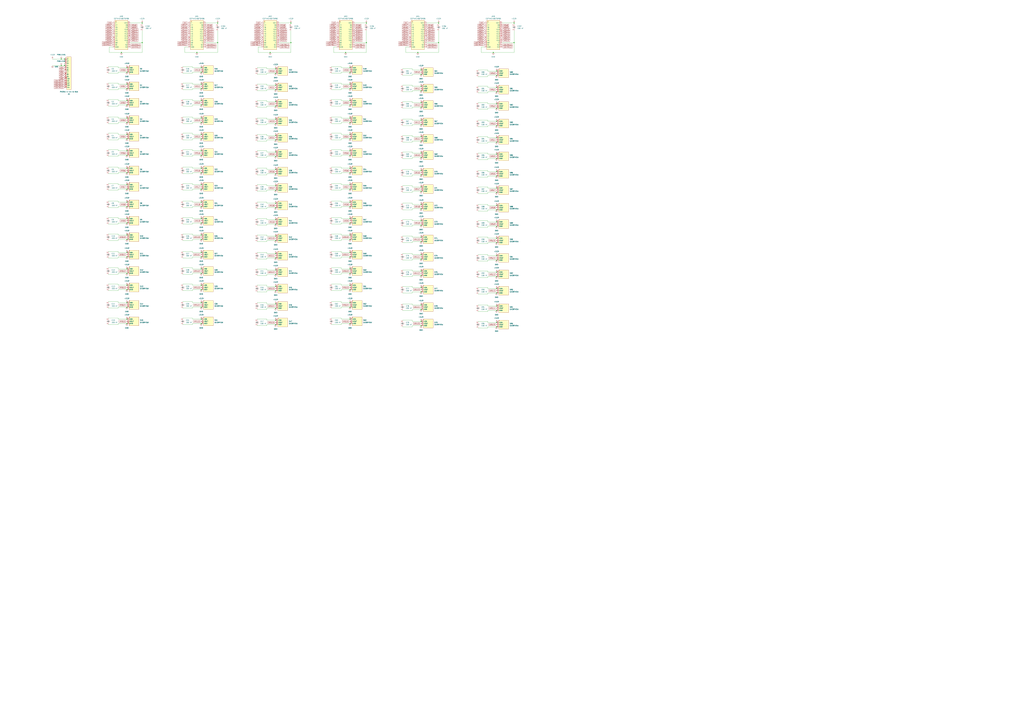
<source format=kicad_sch>
(kicad_sch (version 20250114) (generator "eeschema") (generator_version "9.0")
  (paper "A0")
  (junction (at 147.32 156.21))
  (junction (at 233.68 142.24))
  (junction (at 337.82 49.53))
  (junction (at 488.95 119.38))
  (junction (at 147.32 240.03))
  (junction (at 406.4 312.42))
  (junction (at 406.4 293.37))
  (junction (at 406.4 121.92))
  (junction (at 488.95 105.41))
  (junction (at 406.4 142.24))
  (junction (at 576.58 223.52))
  (junction (at 147.32 97.79))
  (junction (at 147.32 83.82))
  (junction (at 576.58 146.05))
  (junction (at 576.58 160.02))
  (junction (at 147.32 298.45))
  (junction (at 488.95 203.2))
  (junction (at 576.58 218.44))
  (junction (at 233.68 331.47))
  (junction (at 576.58 82.55))
  (junction (at 488.95 237.49))
  (junction (at 320.04 294.64))
  (junction (at 320.04 372.11))
  (junction (at 233.68 156.21))
  (junction (at 320.04 236.22))
  (junction (at 320.04 196.85))
  (junction (at 401.32 60.96))
  (junction (at 147.32 180.34))
  (junction (at 147.32 175.26))
  (junction (at 140.97 60.96))
  (junction (at 233.68 161.29))
  (junction (at 320.04 157.48))
  (junction (at 233.68 259.08))
  (junction (at 596.9 26.67))
  (junction (at 337.82 26.67))
  (junction (at 228.6 60.96))
  (junction (at 233.68 214.63))
  (junction (at 488.95 320.04))
  (junction (at 488.95 86.36))
  (junction (at 147.32 375.92))
  (junction (at 233.68 121.92))
  (junction (at 576.58 281.94))
  (junction (at 576.58 125.73))
  (junction (at 576.58 243.84))
  (junction (at 147.32 336.55))
  (junction (at 488.95 81.28))
  (junction (at 576.58 374.65))
  (junction (at 576.58 297.18))
  (junction (at 406.4 102.87))
  (junction (at 406.4 219.71))
  (junction (at 74.93 76.2))
  (junction (at 485.14 60.96))
  (junction (at 320.04 99.06))
  (junction (at 576.58 179.07))
  (junction (at 147.32 356.87))
  (junction (at 488.95 256.54))
  (junction (at 406.4 375.92))
  (junction (at 147.32 78.74))
  (junction (at 488.95 261.62))
  (junction (at 320.04 176.53))
  (junction (at 147.32 200.66))
  (junction (at 488.95 295.91))
  (junction (at 74.93 68.58))
  (junction (at 147.32 370.84))
  (junction (at 147.32 273.05))
  (junction (at 233.68 336.55))
  (junction (at 406.4 97.79))
  (junction (at 233.68 175.26))
  (junction (at 147.32 142.24))
  (junction (at 576.58 379.73))
  (junction (at 488.95 222.25))
  (junction (at 488.95 280.67))
  (junction (at 406.4 234.95))
  (junction (at 320.04 279.4))
  (junction (at 320.04 220.98))
  (junction (at 233.68 102.87))
  (junction (at 488.95 242.57))
  (junction (at 488.95 139.7))
  (junction (at 147.32 219.71))
  (junction (at 233.68 370.84))
  (junction (at 233.68 351.79))
  (junction (at 233.68 83.82))
  (junction (at 233.68 78.74))
  (junction (at 488.95 177.8))
  (junction (at 406.4 240.03))
  (junction (at 406.4 200.66))
  (junction (at 71.12 76.2))
  (junction (at 509.27 49.53))
  (junction (at 233.68 116.84))
  (junction (at 488.95 182.88))
  (junction (at 488.95 217.17))
  (junction (at 320.04 181.61))
  (junction (at 488.95 158.75))
  (junction (at 406.4 180.34))
  (junction (at 320.04 255.27))
  (junction (at 596.9 49.53))
  (junction (at 147.32 195.58))
  (junction (at 320.04 299.72))
  (junction (at 233.68 137.16))
  (junction (at 488.95 339.09))
  (junction (at 406.4 370.84))
  (junction (at 488.95 163.83))
  (junction (at 576.58 87.63))
  (junction (at 406.4 83.82))
  (junction (at 165.1 49.53))
  (junction (at 147.32 254))
  (junction (at 233.68 254))
  (junction (at 576.58 276.86))
  (junction (at 320.04 162.56))
  (junction (at 406.4 259.08))
  (junction (at 406.4 336.55))
  (junction (at 233.68 180.34))
  (junction (at 320.04 260.35))
  (junction (at 147.32 234.95))
  (junction (at 406.4 356.87))
  (junction (at 572.77 60.96))
  (junction (at 576.58 340.36))
  (junction (at 233.68 219.71))
  (junction (at 320.04 123.19))
  (junction (at 147.32 102.87))
  (junction (at 233.68 278.13))
  (junction (at 406.4 214.63))
  (junction (at 576.58 165.1))
  (junction (at 320.04 138.43))
  (junction (at 320.04 80.01))
  (junction (at 233.68 293.37))
  (junction (at 320.04 118.11))
  (junction (at 406.4 195.58))
  (junction (at 406.4 137.16))
  (junction (at 233.68 234.95))
  (junction (at 233.68 97.79))
  (junction (at 233.68 195.58))
  (junction (at 576.58 321.31))
  (junction (at 488.95 124.46))
  (junction (at 425.45 26.67))
  (junction (at 320.04 215.9))
  (junction (at 406.4 156.21))
  (junction (at 425.45 49.53))
  (junction (at 576.58 360.68))
  (junction (at 406.4 351.79))
  (junction (at 488.95 359.41))
  (junction (at 147.32 293.37))
  (junction (at 233.68 200.66))
  (junction (at 233.68 317.5))
  (junction (at 576.58 355.6))
  (junction (at 406.4 161.29))
  (junction (at 576.58 302.26))
  (junction (at 488.95 100.33))
  (junction (at 406.4 331.47))
  (junction (at 252.73 26.67))
  (junction (at 576.58 101.6))
  (junction (at 406.4 116.84))
  (junction (at 488.95 354.33))
  (junction (at 320.04 241.3))
  (junction (at 488.95 378.46))
  (junction (at 252.73 49.53))
  (junction (at 320.04 104.14))
  (junction (at 147.32 278.13))
  (junction (at 576.58 262.89))
  (junction (at 406.4 175.26))
  (junction (at 320.04 353.06))
  (junction (at 488.95 373.38))
  (junction (at 576.58 106.68))
  (junction (at 147.32 214.63))
  (junction (at 320.04 358.14))
  (junction (at 147.32 161.29))
  (junction (at 488.95 314.96))
  (junction (at 320.04 313.69))
  (junction (at 488.95 300.99))
  (junction (at 406.4 273.05))
  (junction (at 147.32 317.5))
  (junction (at 406.4 298.45))
  (junction (at 313.69 60.96))
  (junction (at 576.58 335.28))
  (junction (at 147.32 137.16))
  (junction (at 71.12 68.58))
  (junction (at 320.04 274.32))
  (junction (at 406.4 278.13))
  (junction (at 147.32 351.79))
  (junction (at 165.1 26.67))
  (junction (at 576.58 316.23))
  (junction (at 488.95 198.12))
  (junction (at 320.04 143.51))
  (junction (at 233.68 298.45))
  (junction (at 147.32 121.92))
  (junction (at 406.4 254))
  (junction (at 509.27 26.67))
  (junction (at 233.68 240.03))
  (junction (at 576.58 257.81))
  (junction (at 320.04 377.19))
  (junction (at 488.95 144.78))
  (junction (at 576.58 199.39))
  (junction (at 576.58 184.15))
  (junction (at 233.68 273.05))
  (junction (at 320.04 332.74))
  (junction (at 406.4 317.5))
  (junction (at 147.32 259.08))
  (junction (at 233.68 312.42))
  (junction (at 576.58 204.47))
  (junction (at 488.95 334.01))
  (junction (at 147.32 331.47))
  (junction (at 576.58 120.65))
  (junction (at 576.58 238.76))
  (junction (at 233.68 356.87))
  (junction (at 233.68 375.92))
  (junction (at 147.32 312.42))
  (junction (at 320.04 337.82))
  (junction (at 320.04 201.93))
  (junction (at 320.04 318.77))
  (junction (at 147.32 116.84))
  (junction (at 320.04 85.09))
  (junction (at 488.95 275.59))
  (junction (at 406.4 78.74))
  (junction (at 576.58 140.97))
  (wire (pts (xy 309.88 261.62) (xy 309.88 260.35)))
  (wire (pts (xy 298.45 116.84) (xy 309.88 116.84)))
  (wire (pts (xy 425.45 35.56) (xy 425.45 49.53)))
  (wire (pts (xy 298.45 124.46) (xy 309.88 124.46)))
  (wire (pts (xy 212.09 143.51) (xy 223.52 143.51)))
  (wire (pts (xy 223.52 293.37) (xy 233.68 293.37)))
  (wire (pts (xy 384.81 377.19) (xy 396.24 377.19)))
  (wire (pts (xy 212.09 369.57) (xy 223.52 369.57)))
  (wire (pts (xy 566.42 281.94) (xy 576.58 281.94)))
  (wire (pts (xy 298.45 144.78) (xy 309.88 144.78)))
  (wire (pts (xy 384.81 154.94) (xy 396.24 154.94)))
  (wire (pts (xy 298.45 203.2) (xy 309.88 203.2)))
  (wire (pts (xy 309.88 175.26) (xy 309.88 176.53)))
  (wire (pts (xy 299.72 54.61) (xy 299.72 60.96)))
  (wire (pts (xy 478.79 321.31) (xy 478.79 320.04)))
  (wire (pts (xy 384.81 311.15) (xy 396.24 311.15)))
  (wire (pts (xy 125.73 369.57) (xy 137.16 369.57)))
  (wire (pts (xy 298.45 242.57) (xy 309.88 242.57)))
  (wire (pts (xy 298.45 86.36) (xy 309.88 86.36)))
  (wire (pts (xy 478.79 204.47) (xy 478.79 203.2)))
  (wire (pts (xy 223.52 351.79) (xy 233.68 351.79)))
  (wire (pts (xy 140.97 60.96) (xy 165.1 60.96)))
  (wire (pts (xy 137.16 312.42) (xy 147.32 312.42)))
  (wire (pts (xy 309.88 97.79) (xy 309.88 99.06)))
  (wire (pts (xy 223.52 312.42) (xy 233.68 312.42)))
  (wire (pts (xy 323.85 26.67) (xy 337.82 26.67)))
  (wire (pts (xy 485.14 60.96) (xy 509.27 60.96)))
  (wire (pts (xy 396.24 200.66) (xy 406.4 200.66)))
  (wire (pts (xy 478.79 281.94) (xy 478.79 280.67)))
  (wire (pts (xy 137.16 213.36) (xy 137.16 214.63)))
  (wire (pts (xy 223.52 273.05) (xy 233.68 273.05)))
  (wire (pts (xy 384.81 104.14) (xy 396.24 104.14)))
  (wire (pts (xy 137.16 96.52) (xy 137.16 97.79)))
  (wire (pts (xy 223.52 252.73) (xy 223.52 254)))
  (wire (pts (xy 223.52 336.55) (xy 233.68 336.55)))
  (wire (pts (xy 309.88 339.09) (xy 309.88 337.82)))
  (wire (pts (xy 137.16 97.79) (xy 147.32 97.79)))
  (wire (pts (xy 566.42 204.47) (xy 576.58 204.47)))
  (wire (pts (xy 137.16 194.31) (xy 137.16 195.58)))
  (wire (pts (xy 298.45 182.88) (xy 309.88 182.88)))
  (wire (pts (xy 384.81 85.09) (xy 396.24 85.09)))
  (wire (pts (xy 566.42 139.7) (xy 566.42 140.97)))
  (wire (pts (xy 137.16 220.98) (xy 137.16 219.71)))
  (wire (pts (xy 582.93 49.53) (xy 596.9 49.53)))
  (wire (pts (xy 309.88 294.64) (xy 320.04 294.64)))
  (wire (pts (xy 384.81 252.73) (xy 396.24 252.73)))
  (wire (pts (xy 223.52 195.58) (xy 233.68 195.58)))
  (wire (pts (xy 212.09 252.73) (xy 223.52 252.73)))
  (wire (pts (xy 223.52 83.82) (xy 233.68 83.82)))
  (wire (pts (xy 467.36 215.9) (xy 478.79 215.9)))
  (wire (pts (xy 298.45 137.16) (xy 309.88 137.16)))
  (wire (pts (xy 223.52 278.13) (xy 233.68 278.13)))
  (wire (pts (xy 212.09 299.72) (xy 223.52 299.72)))
  (wire (pts (xy 137.16 219.71) (xy 147.32 219.71)))
  (wire (pts (xy 467.36 332.74) (xy 478.79 332.74)))
  (wire (pts (xy 309.88 260.35) (xy 320.04 260.35)))
  (wire (pts (xy 566.42 147.32) (xy 566.42 146.05)))
  (wire (pts (xy 478.79 313.69) (xy 478.79 314.96)))
  (wire (pts (xy 298.45 312.42) (xy 309.88 312.42)))
  (wire (pts (xy 309.88 181.61) (xy 320.04 181.61)))
  (wire (pts (xy 212.09 194.31) (xy 223.52 194.31)))
  (wire (pts (xy 554.99 373.38) (xy 566.42 373.38)))
  (wire (pts (xy 223.52 240.03) (xy 233.68 240.03)))
  (wire (pts (xy 127 60.96) (xy 140.97 60.96)))
  (wire (pts (xy 566.42 127) (xy 566.42 125.73)))
  (wire (pts (xy 384.81 337.82) (xy 396.24 337.82)))
  (wire (pts (xy 478.79 300.99) (xy 488.95 300.99)))
  (wire (pts (xy 125.73 96.52) (xy 137.16 96.52)))
  (wire (pts (xy 223.52 121.92) (xy 233.68 121.92)))
  (wire (pts (xy 554.99 166.37) (xy 566.42 166.37)))
  (wire (pts (xy 309.88 236.22) (xy 320.04 236.22)))
  (wire (pts (xy 137.16 331.47) (xy 147.32 331.47)))
  (wire (pts (xy 467.36 204.47) (xy 478.79 204.47)))
  (wire (pts (xy 125.73 233.68) (xy 137.16 233.68)))
  (wire (pts (xy 566.42 334.01) (xy 566.42 335.28)))
  (wire (pts (xy 478.79 105.41) (xy 488.95 105.41)))
  (wire (pts (xy 572.77 60.96) (xy 596.9 60.96)))
  (wire (pts (xy 396.24 137.16) (xy 406.4 137.16)))
  (wire (pts (xy 212.09 358.14) (xy 223.52 358.14)))
  (wire (pts (xy 137.16 121.92) (xy 147.32 121.92)))
  (wire (pts (xy 396.24 175.26) (xy 406.4 175.26)))
  (wire (pts (xy 137.16 195.58) (xy 147.32 195.58)))
  (wire (pts (xy 384.81 162.56) (xy 396.24 162.56)))
  (wire (pts (xy 223.52 241.3) (xy 223.52 240.03)))
  (wire (pts (xy 323.85 49.53) (xy 337.82 49.53)))
  (wire (pts (xy 566.42 316.23) (xy 576.58 316.23)))
  (wire (pts (xy 337.82 27.94) (xy 337.82 26.67)))
  (wire (pts (xy 554.99 256.54) (xy 566.42 256.54)))
  (wire (pts (xy 125.73 201.93) (xy 137.16 201.93)))
  (wire (pts (xy 223.52 292.1) (xy 223.52 293.37)))
  (wire (pts (xy 309.88 196.85) (xy 320.04 196.85)))
  (wire (pts (xy 298.45 359.41) (xy 309.88 359.41)))
  (wire (pts (xy 566.42 354.33) (xy 566.42 355.6)))
  (wire (pts (xy 474.98 54.61) (xy 471.17 54.61)))
  (wire (pts (xy 212.09 318.77) (xy 223.52 318.77)))
  (wire (pts (xy 125.73 252.73) (xy 137.16 252.73)))
  (wire (pts (xy 554.99 217.17) (xy 566.42 217.17)))
  (wire (pts (xy 309.88 80.01) (xy 320.04 80.01)))
  (wire (pts (xy 137.16 175.26) (xy 147.32 175.26)))
  (wire (pts (xy 478.79 81.28) (xy 488.95 81.28)))
  (wire (pts (xy 125.73 162.56) (xy 137.16 162.56)))
  (wire (pts (xy 223.52 234.95) (xy 233.68 234.95)))
  (wire (pts (xy 566.42 237.49) (xy 566.42 238.76)))
  (wire (pts (xy 478.79 86.36) (xy 488.95 86.36)))
  (wire (pts (xy 137.16 181.61) (xy 137.16 180.34)))
  (wire (pts (xy 396.24 77.47) (xy 396.24 78.74)))
  (wire (pts (xy 223.52 317.5) (xy 233.68 317.5)))
  (wire (pts (xy 125.73 123.19) (xy 137.16 123.19)))
  (wire (pts (xy 509.27 27.94) (xy 509.27 26.67)))
  (wire (pts (xy 554.99 322.58) (xy 566.42 322.58)))
  (wire (pts (xy 125.73 318.77) (xy 137.16 318.77)))
  (wire (pts (xy 137.16 259.08) (xy 147.32 259.08)))
  (wire (pts (xy 127 54.61) (xy 127 60.96)))
  (wire (pts (xy 137.16 279.4) (xy 137.16 278.13)))
  (wire (pts (xy 554.99 314.96) (xy 566.42 314.96)))
  (wire (pts (xy 478.79 243.84) (xy 478.79 242.57)))
  (wire (pts (xy 212.09 241.3) (xy 223.52 241.3)))
  (wire (pts (xy 558.8 54.61) (xy 558.8 60.96)))
  (wire (pts (xy 223.52 233.68) (xy 223.52 234.95)))
  (wire (pts (xy 223.52 123.19) (xy 223.52 121.92)))
  (wire (pts (xy 396.24 260.35) (xy 396.24 259.08)))
  (wire (pts (xy 554.99 158.75) (xy 566.42 158.75)))
  (wire (pts (xy 223.52 318.77) (xy 223.52 317.5)))
  (wire (pts (xy 298.45 97.79) (xy 309.88 97.79)))
  (wire (pts (xy 467.36 118.11) (xy 478.79 118.11)))
  (wire (pts (xy 554.99 245.11) (xy 566.42 245.11)))
  (wire (pts (xy 309.88 78.74) (xy 309.88 80.01)))
  (wire (pts (xy 298.45 222.25) (xy 309.88 222.25)))
  (wire (pts (xy 223.52 180.34) (xy 233.68 180.34)))
  (wire (pts (xy 212.09 330.2) (xy 223.52 330.2)))
  (wire (pts (xy 309.88 293.37) (xy 309.88 294.64)))
  (wire (pts (xy 125.73 292.1) (xy 137.16 292.1)))
  (wire (pts (xy 478.79 261.62) (xy 488.95 261.62)))
  (wire (pts (xy 396.24 195.58) (xy 406.4 195.58)))
  (wire (pts (xy 137.16 299.72) (xy 137.16 298.45)))
  (wire (pts (xy 396.24 156.21) (xy 406.4 156.21)))
  (wire (pts (xy 238.76 49.53) (xy 252.73 49.53)))
  (wire (pts (xy 309.88 359.41) (xy 309.88 358.14)))
  (wire (pts (xy 298.45 280.67) (xy 309.88 280.67)))
  (wire (pts (xy 125.73 358.14) (xy 137.16 358.14)))
  (wire (pts (xy 137.16 240.03) (xy 147.32 240.03)))
  (wire (pts (xy 309.88 144.78) (xy 309.88 143.51)))
  (wire (pts (xy 566.42 321.31) (xy 576.58 321.31)))
  (wire (pts (xy 396.24 201.93) (xy 396.24 200.66)))
  (wire (pts (xy 309.88 255.27) (xy 320.04 255.27)))
  (wire (pts (xy 223.52 254) (xy 233.68 254)))
  (wire (pts (xy 566.42 198.12) (xy 566.42 199.39)))
  (wire (pts (xy 566.42 88.9) (xy 566.42 87.63)))
  (wire (pts (xy 396.24 337.82) (xy 396.24 336.55)))
  (wire (pts (xy 384.81 299.72) (xy 396.24 299.72)))
  (wire (pts (xy 137.16 214.63) (xy 147.32 214.63)))
  (wire (pts (xy 309.88 86.36) (xy 309.88 85.09)))
  (wire (pts (xy 396.24 173.99) (xy 396.24 175.26)))
  (wire (pts (xy 554.99 224.79) (xy 566.42 224.79)))
  (wire (pts (xy 396.24 271.78) (xy 396.24 273.05)))
  (wire (pts (xy 478.79 302.26) (xy 478.79 300.99)))
  (wire (pts (xy 223.52 104.14) (xy 223.52 102.87)))
  (wire (pts (xy 396.24 181.61) (xy 396.24 180.34)))
  (wire (pts (xy 125.73 115.57) (xy 137.16 115.57)))
  (wire (pts (xy 223.52 259.08) (xy 233.68 259.08)))
  (wire (pts (xy 396.24 135.89) (xy 396.24 137.16)))
  (wire (pts (xy 554.99 139.7) (xy 566.42 139.7)))
  (wire (pts (xy 212.09 337.82) (xy 223.52 337.82)))
  (wire (pts (xy 337.82 49.53) (xy 337.82 60.96)))
  (wire (pts (xy 309.88 105.41) (xy 309.88 104.14)))
  (wire (pts (xy 467.36 165.1) (xy 478.79 165.1)))
  (wire (pts (xy 467.36 99.06) (xy 478.79 99.06)))
  (wire (pts (xy 298.45 78.74) (xy 309.88 78.74)))
  (wire (pts (xy 125.73 220.98) (xy 137.16 220.98)))
  (wire (pts (xy 125.73 337.82) (xy 137.16 337.82)))
  (wire (pts (xy 71.12 76.2) (xy 74.93 76.2)))
  (wire (pts (xy 478.79 119.38) (xy 488.95 119.38)))
  (wire (pts (xy 223.52 377.19) (xy 223.52 375.92)))
  (wire (pts (xy 411.48 49.53) (xy 425.45 49.53)))
  (wire (pts (xy 554.99 295.91) (xy 566.42 295.91)))
  (wire (pts (xy 223.52 78.74) (xy 233.68 78.74)))
  (wire (pts (xy 478.79 353.06) (xy 478.79 354.33)))
  (wire (pts (xy 223.52 194.31) (xy 223.52 195.58)))
  (wire (pts (xy 396.24 115.57) (xy 396.24 116.84)))
  (wire (pts (xy 309.88 104.14) (xy 320.04 104.14)))
  (wire (pts (xy 478.79 373.38) (xy 488.95 373.38)))
  (wire (pts (xy 125.73 271.78) (xy 137.16 271.78)))
  (wire (pts (xy 554.99 107.95) (xy 566.42 107.95)))
  (wire (pts (xy 478.79 146.05) (xy 478.79 144.78)))
  (wire (pts (xy 165.1 49.53) (xy 165.1 60.96)))
  (wire (pts (xy 566.42 146.05) (xy 576.58 146.05)))
  (wire (pts (xy 554.99 147.32) (xy 566.42 147.32)))
  (wire (pts (xy 572.77 60.96) (xy 558.8 60.96)))
  (wire (pts (xy 566.42 87.63) (xy 576.58 87.63)))
  (wire (pts (xy 396.24 351.79) (xy 406.4 351.79)))
  (wire (pts (xy 137.16 271.78) (xy 137.16 273.05)))
  (wire (pts (xy 298.45 214.63) (xy 309.88 214.63)))
  (wire (pts (xy 391.16 54.61) (xy 387.35 54.61)))
  (wire (pts (xy 478.79 184.15) (xy 478.79 182.88)))
  (wire (pts (xy 137.16 77.47) (xy 137.16 78.74)))
  (wire (pts (xy 214.63 54.61) (xy 214.63 60.96)))
  (wire (pts (xy 467.36 353.06) (xy 478.79 353.06)))
  (wire (pts (xy 151.13 49.53) (xy 165.1 49.53)))
  (wire (pts (xy 212.09 104.14) (xy 223.52 104.14)))
  (wire (pts (xy 212.09 271.78) (xy 223.52 271.78)))
  (wire (pts (xy 396.24 102.87) (xy 406.4 102.87)))
  (wire (pts (xy 396.24 273.05) (xy 406.4 273.05)))
  (wire (pts (xy 125.73 213.36) (xy 137.16 213.36)))
  (wire (pts (xy 554.99 127) (xy 566.42 127)))
  (wire (pts (xy 337.82 35.56) (xy 337.82 49.53)))
  (wire (pts (xy 151.13 26.67) (xy 165.1 26.67)))
  (wire (pts (xy 509.27 49.53) (xy 509.27 60.96)))
  (wire (pts (xy 309.88 137.16) (xy 309.88 138.43)))
  (wire (pts (xy 554.99 341.63) (xy 566.42 341.63)))
  (wire (pts (xy 566.42 218.44) (xy 576.58 218.44)))
  (wire (pts (xy 212.09 279.4) (xy 223.52 279.4)))
  (wire (pts (xy 478.79 87.63) (xy 478.79 86.36)))
  (wire (pts (xy 125.73 194.31) (xy 137.16 194.31)))
  (wire (pts (xy 298.45 254) (xy 309.88 254)))
  (wire (pts (xy 137.16 135.89) (xy 137.16 137.16)))
  (wire (pts (xy 137.16 180.34) (xy 147.32 180.34)))
  (wire (pts (xy 566.42 185.42) (xy 566.42 184.15)))
  (wire (pts (xy 137.16 260.35) (xy 137.16 259.08)))
  (wire (pts (xy 309.88 241.3) (xy 320.04 241.3)))
  (wire (pts (xy 137.16 336.55) (xy 147.32 336.55)))
  (wire (pts (xy 309.88 157.48) (xy 320.04 157.48)))
  (wire (pts (xy 228.6 60.96) (xy 214.63 60.96)))
  (wire (pts (xy 298.45 195.58) (xy 309.88 195.58)))
  (wire (pts (xy 396.24 121.92) (xy 406.4 121.92)))
  (wire (pts (xy 396.24 194.31) (xy 396.24 195.58)))
  (wire (pts (xy 125.73 135.89) (xy 137.16 135.89)))
  (wire (pts (xy 60.96 68.58) (xy 71.12 68.58)))
  (wire (pts (xy 223.52 214.63) (xy 233.68 214.63)))
  (wire (pts (xy 478.79 217.17) (xy 488.95 217.17)))
  (wire (pts (xy 396.24 241.3) (xy 396.24 240.03)))
  (wire (pts (xy 566.42 374.65) (xy 576.58 374.65)))
  (wire (pts (xy 396.24 292.1) (xy 396.24 293.37)))
  (wire (pts (xy 396.24 331.47) (xy 406.4 331.47)))
  (wire (pts (xy 137.16 293.37) (xy 147.32 293.37)))
  (wire (pts (xy 566.42 82.55) (xy 576.58 82.55)))
  (wire (pts (xy 137.16 298.45) (xy 147.32 298.45)))
  (wire (pts (xy 396.24 85.09) (xy 396.24 83.82)))
  (wire (pts (xy 478.79 294.64) (xy 478.79 295.91)))
  (wire (pts (xy 478.79 157.48) (xy 478.79 158.75)))
  (wire (pts (xy 566.42 245.11) (xy 566.42 243.84)))
  (wire (pts (xy 223.52 213.36) (xy 223.52 214.63)))
  (wire (pts (xy 384.81 241.3) (xy 396.24 241.3)))
  (wire (pts (xy 566.42 335.28) (xy 576.58 335.28)))
  (wire (pts (xy 478.79 223.52) (xy 478.79 222.25)))
  (wire (pts (xy 566.42 165.1) (xy 576.58 165.1)))
  (wire (pts (xy 137.16 356.87) (xy 147.32 356.87)))
  (wire (pts (xy 125.73 181.61) (xy 137.16 181.61)))
  (wire (pts (xy 478.79 262.89) (xy 478.79 261.62)))
  (wire (pts (xy 223.52 331.47) (xy 233.68 331.47)))
  (wire (pts (xy 566.42 295.91) (xy 566.42 297.18)))
  (wire (pts (xy 566.42 379.73) (xy 576.58 379.73)))
  (wire (pts (xy 478.79 177.8) (xy 488.95 177.8)))
  (wire (pts (xy 303.53 54.61) (xy 299.72 54.61)))
  (wire (pts (xy 566.42 303.53) (xy 566.42 302.26)))
  (wire (pts (xy 125.73 143.51) (xy 137.16 143.51)))
  (wire (pts (xy 596.9 49.53) (xy 596.9 60.96)))
  (wire (pts (xy 212.09 173.99) (xy 223.52 173.99)))
  (wire (pts (xy 478.79 378.46) (xy 488.95 378.46)))
  (wire (pts (xy 309.88 143.51) (xy 320.04 143.51)))
  (wire (pts (xy 467.36 340.36) (xy 478.79 340.36)))
  (wire (pts (xy 478.79 359.41) (xy 488.95 359.41)))
  (wire (pts (xy 309.88 378.46) (xy 309.88 377.19)))
  (wire (pts (xy 137.16 233.68) (xy 137.16 234.95)))
  (wire (pts (xy 125.73 299.72) (xy 137.16 299.72)))
  (wire (pts (xy 223.52 154.94) (xy 223.52 156.21)))
  (wire (pts (xy 478.79 215.9) (xy 478.79 217.17)))
  (wire (pts (xy 401.32 60.96) (xy 425.45 60.96)))
  (wire (pts (xy 566.42 361.95) (xy 566.42 360.68)))
  (wire (pts (xy 396.24 104.14) (xy 396.24 102.87)))
  (wire (pts (xy 165.1 35.56) (xy 165.1 49.53)))
  (wire (pts (xy 125.73 330.2) (xy 137.16 330.2)))
  (wire (pts (xy 298.45 175.26) (xy 309.88 175.26)))
  (wire (pts (xy 566.42 373.38) (xy 566.42 374.65)))
  (wire (pts (xy 309.88 163.83) (xy 309.88 162.56)))
  (wire (pts (xy 298.45 156.21) (xy 309.88 156.21)))
  (wire (pts (xy 478.79 222.25) (xy 488.95 222.25)))
  (wire (pts (xy 223.52 162.56) (xy 223.52 161.29)))
  (wire (pts (xy 223.52 299.72) (xy 223.52 298.45)))
  (wire (pts (xy 384.81 173.99) (xy 396.24 173.99)))
  (wire (pts (xy 309.88 176.53) (xy 320.04 176.53)))
  (wire (pts (xy 478.79 138.43) (xy 478.79 139.7)))
  (wire (pts (xy 309.88 332.74) (xy 320.04 332.74)))
  (wire (pts (xy 566.42 355.6) (xy 576.58 355.6)))
  (wire (pts (xy 125.73 377.19) (xy 137.16 377.19)))
  (wire (pts (xy 309.88 195.58) (xy 309.88 196.85)))
  (wire (pts (xy 298.45 339.09) (xy 309.88 339.09)))
  (wire (pts (xy 223.52 96.52) (xy 223.52 97.79)))
  (wire (pts (xy 566.42 314.96) (xy 566.42 316.23)))
  (wire (pts (xy 137.16 143.51) (xy 137.16 142.24)))
  (wire (pts (xy 467.36 274.32) (xy 478.79 274.32)))
  (wire (pts (xy 384.81 350.52) (xy 396.24 350.52)))
  (wire (pts (xy 137.16 156.21) (xy 147.32 156.21)))
  (wire (pts (xy 298.45 378.46) (xy 309.88 378.46)))
  (wire (pts (xy 252.73 35.56) (xy 252.73 49.53)))
  (wire (pts (xy 566.42 125.73) (xy 576.58 125.73)))
  (wire (pts (xy 309.88 318.77) (xy 320.04 318.77)))
  (wire (pts (xy 223.52 143.51) (xy 223.52 142.24)))
  (wire (pts (xy 384.81 271.78) (xy 396.24 271.78)))
  (wire (pts (xy 309.88 313.69) (xy 320.04 313.69)))
  (wire (pts (xy 554.99 100.33) (xy 566.42 100.33)))
  (wire (pts (xy 396.24 240.03) (xy 406.4 240.03)))
  (wire (pts (xy 298.45 273.05) (xy 309.88 273.05)))
  (wire (pts (xy 137.16 273.05) (xy 147.32 273.05)))
  (wire (pts (xy 566.42 256.54) (xy 566.42 257.81)))
  (wire (pts (xy 298.45 261.62) (xy 309.88 261.62)))
  (wire (pts (xy 566.42 322.58) (xy 566.42 321.31)))
  (wire (pts (xy 223.52 279.4) (xy 223.52 278.13)))
  (wire (pts (xy 309.88 220.98) (xy 320.04 220.98)))
  (wire (pts (xy 467.36 360.68) (xy 478.79 360.68)))
  (wire (pts (xy 309.88 337.82) (xy 320.04 337.82)))
  (wire (pts (xy 554.99 264.16) (xy 566.42 264.16)))
  (wire (pts (xy 396.24 293.37) (xy 406.4 293.37)))
  (wire (pts (xy 566.42 120.65) (xy 576.58 120.65)))
  (wire (pts (xy 396.24 375.92) (xy 406.4 375.92)))
  (wire (pts (xy 478.79 339.09) (xy 488.95 339.09)))
  (wire (pts (xy 137.16 351.79) (xy 147.32 351.79)))
  (wire (pts (xy 137.16 330.2) (xy 137.16 331.47)))
  (wire (pts (xy 485.14 60.96) (xy 471.17 60.96)))
  (wire (pts (xy 223.52 116.84) (xy 233.68 116.84)))
  (wire (pts (xy 223.52 370.84) (xy 233.68 370.84)))
  (wire (pts (xy 478.79 163.83) (xy 488.95 163.83)))
  (wire (pts (xy 467.36 184.15) (xy 478.79 184.15)))
  (wire (pts (xy 137.16 350.52) (xy 137.16 351.79)))
  (wire (pts (xy 137.16 375.92) (xy 147.32 375.92)))
  (wire (pts (xy 130.81 54.61) (xy 127 54.61)))
  (wire (pts (xy 137.16 102.87) (xy 147.32 102.87)))
  (wire (pts (xy 137.16 370.84) (xy 147.32 370.84)))
  (wire (pts (xy 566.42 101.6) (xy 576.58 101.6)))
  (wire (pts (xy 223.52 201.93) (xy 223.52 200.66)))
  (wire (pts (xy 566.42 100.33) (xy 566.42 101.6)))
  (wire (pts (xy 467.36 313.69) (xy 478.79 313.69)))
  (wire (pts (xy 309.88 372.11) (xy 320.04 372.11)))
  (wire (pts (xy 467.36 262.89) (xy 478.79 262.89)))
  (wire (pts (xy 566.42 119.38) (xy 566.42 120.65)))
  (wire (pts (xy 309.88 118.11) (xy 320.04 118.11)))
  (wire (pts (xy 384.81 77.47) (xy 396.24 77.47)))
  (wire (pts (xy 396.24 220.98) (xy 396.24 219.71)))
  (wire (pts (xy 396.24 278.13) (xy 406.4 278.13)))
  (wire (pts (xy 566.42 107.95) (xy 566.42 106.68)))
  (wire (pts (xy 582.93 26.67) (xy 596.9 26.67)))
  (wire (pts (xy 396.24 142.24) (xy 406.4 142.24)))
  (wire (pts (xy 309.88 85.09) (xy 320.04 85.09)))
  (wire (pts (xy 137.16 200.66) (xy 147.32 200.66)))
  (wire (pts (xy 478.79 379.73) (xy 478.79 378.46)))
  (wire (pts (xy 218.44 54.61) (xy 214.63 54.61)))
  (wire (pts (xy 396.24 358.14) (xy 396.24 356.87)))
  (wire (pts (xy 212.09 220.98) (xy 223.52 220.98)))
  (wire (pts (xy 309.88 320.04) (xy 309.88 318.77)))
  (wire (pts (xy 396.24 252.73) (xy 396.24 254)))
  (wire (pts (xy 384.81 279.4) (xy 396.24 279.4)))
  (wire (pts (xy 74.93 73.66) (xy 74.93 76.2)))
  (wire (pts (xy 223.52 77.47) (xy 223.52 78.74)))
  (wire (pts (xy 554.99 119.38) (xy 566.42 119.38)))
  (wire (pts (xy 309.88 358.14) (xy 320.04 358.14)))
  (wire (pts (xy 467.36 294.64) (xy 478.79 294.64)))
  (wire (pts (xy 566.42 243.84) (xy 576.58 243.84)))
  (wire (pts (xy 298.45 300.99) (xy 309.88 300.99)))
  (wire (pts (xy 309.88 203.2) (xy 309.88 201.93)))
  (wire (pts (xy 309.88 182.88) (xy 309.88 181.61)))
  (wire (pts (xy 478.79 242.57) (xy 488.95 242.57)))
  (wire (pts (xy 478.79 144.78) (xy 488.95 144.78)))
  (wire (pts (xy 495.3 26.67) (xy 509.27 26.67)))
  (wire (pts (xy 478.79 99.06) (xy 478.79 100.33)))
  (wire (pts (xy 165.1 27.94) (xy 165.1 26.67)))
  (wire (pts (xy 384.81 220.98) (xy 396.24 220.98)))
  (wire (pts (xy 309.88 351.79) (xy 309.88 353.06)))
  (wire (pts (xy 137.16 104.14) (xy 137.16 102.87)))
  (wire (pts (xy 467.36 302.26) (xy 478.79 302.26)))
  (wire (pts (xy 212.09 135.89) (xy 223.52 135.89)))
  (wire (pts (xy 212.09 350.52) (xy 223.52 350.52)))
  (wire (pts (xy 478.79 354.33) (xy 488.95 354.33)))
  (wire (pts (xy 566.42 257.81) (xy 576.58 257.81)))
  (wire (pts (xy 298.45 320.04) (xy 309.88 320.04)))
  (wire (pts (xy 478.79 100.33) (xy 488.95 100.33)))
  (wire (pts (xy 212.09 85.09) (xy 223.52 85.09)))
  (wire (pts (xy 309.88 214.63) (xy 309.88 215.9)))
  (wire (pts (xy 309.88 201.93) (xy 320.04 201.93)))
  (wire (pts (xy 478.79 334.01) (xy 488.95 334.01)))
  (wire (pts (xy 223.52 337.82) (xy 223.52 336.55)))
  (wire (pts (xy 309.88 274.32) (xy 320.04 274.32)))
  (wire (pts (xy 554.99 198.12) (xy 566.42 198.12)))
  (wire (pts (xy 309.88 279.4) (xy 320.04 279.4)))
  (wire (pts (xy 137.16 234.95) (xy 147.32 234.95)))
  (wire (pts (xy 425.45 49.53) (xy 425.45 60.96)))
  (wire (pts (xy 212.09 233.68) (xy 223.52 233.68)))
  (wire (pts (xy 212.09 115.57) (xy 223.52 115.57)))
  (wire (pts (xy 212.09 96.52) (xy 223.52 96.52)))
  (wire (pts (xy 125.73 260.35) (xy 137.16 260.35)))
  (wire (pts (xy 478.79 118.11) (xy 478.79 119.38)))
  (wire (pts (xy 309.88 99.06) (xy 320.04 99.06)))
  (wire (pts (xy 478.79 360.68) (xy 478.79 359.41)))
  (wire (pts (xy 478.79 196.85) (xy 478.79 198.12)))
  (wire (pts (xy 396.24 370.84) (xy 406.4 370.84)))
  (wire (pts (xy 137.16 161.29) (xy 147.32 161.29)))
  (wire (pts (xy 223.52 102.87) (xy 233.68 102.87)))
  (wire (pts (xy 387.35 54.61) (xy 387.35 60.96)))
  (wire (pts (xy 223.52 97.79) (xy 233.68 97.79)))
  (wire (pts (xy 401.32 60.96) (xy 387.35 60.96)))
  (wire (pts (xy 566.42 223.52) (xy 576.58 223.52)))
  (wire (pts (xy 478.79 106.68) (xy 478.79 105.41)))
  (wire (pts (xy 223.52 260.35) (xy 223.52 259.08)))
  (wire (pts (xy 384.81 194.31) (xy 396.24 194.31)))
  (wire (pts (xy 212.09 260.35) (xy 223.52 260.35)))
  (wire (pts (xy 137.16 318.77) (xy 137.16 317.5)))
  (wire (pts (xy 252.73 27.94) (xy 252.73 26.67)))
  (wire (pts (xy 478.79 237.49) (xy 488.95 237.49)))
  (wire (pts (xy 309.88 138.43) (xy 320.04 138.43)))
  (wire (pts (xy 554.99 81.28) (xy 566.42 81.28)))
  (wire (pts (xy 554.99 334.01) (xy 566.42 334.01)))
  (wire (pts (xy 137.16 85.09) (xy 137.16 83.82)))
  (wire (pts (xy 396.24 162.56) (xy 396.24 161.29)))
  (wire (pts (xy 554.99 177.8) (xy 566.42 177.8)))
  (wire (pts (xy 396.24 299.72) (xy 396.24 298.45)))
  (wire (pts (xy 396.24 298.45) (xy 406.4 298.45)))
  (wire (pts (xy 478.79 158.75) (xy 488.95 158.75)))
  (wire (pts (xy 125.73 350.52) (xy 137.16 350.52)))
  (wire (pts (xy 467.36 106.68) (xy 478.79 106.68)))
  (wire (pts (xy 298.45 105.41) (xy 309.88 105.41)))
  (wire (pts (xy 223.52 358.14) (xy 223.52 356.87)))
  (wire (pts (xy 309.88 353.06) (xy 320.04 353.06)))
  (wire (pts (xy 298.45 351.79) (xy 309.88 351.79)))
  (wire (pts (xy 566.42 360.68) (xy 576.58 360.68)))
  (wire (pts (xy 478.79 320.04) (xy 488.95 320.04)))
  (wire (pts (xy 309.88 234.95) (xy 309.88 236.22)))
  (wire (pts (xy 298.45 331.47) (xy 309.88 331.47)))
  (wire (pts (xy 309.88 124.46) (xy 309.88 123.19)))
  (wire (pts (xy 137.16 252.73) (xy 137.16 254)))
  (wire (pts (xy 137.16 173.99) (xy 137.16 175.26)))
  (wire (pts (xy 212.09 181.61) (xy 223.52 181.61)))
  (wire (pts (xy 223.52 137.16) (xy 233.68 137.16)))
  (wire (pts (xy 212.09 292.1) (xy 223.52 292.1)))
  (wire (pts (xy 384.81 213.36) (xy 396.24 213.36)))
  (wire (pts (xy 478.79 314.96) (xy 488.95 314.96)))
  (wire (pts (xy 223.52 311.15) (xy 223.52 312.42)))
  (wire (pts (xy 396.24 369.57) (xy 396.24 370.84)))
  (wire (pts (xy 478.79 295.91) (xy 488.95 295.91)))
  (wire (pts (xy 467.36 146.05) (xy 478.79 146.05)))
  (wire (pts (xy 313.69 60.96) (xy 299.72 60.96)))
  (wire (pts (xy 467.36 255.27) (xy 478.79 255.27)))
  (wire (pts (xy 212.09 311.15) (xy 223.52 311.15)))
  (wire (pts (xy 384.81 143.51) (xy 396.24 143.51)))
  (wire (pts (xy 223.52 173.99) (xy 223.52 175.26)))
  (wire (pts (xy 223.52 271.78) (xy 223.52 273.05)))
  (wire (pts (xy 396.24 123.19) (xy 396.24 121.92)))
  (wire (pts (xy 212.09 201.93) (xy 223.52 201.93)))
  (wire (pts (xy 566.42 199.39) (xy 576.58 199.39)))
  (wire (pts (xy 212.09 213.36) (xy 223.52 213.36)))
  (wire (pts (xy 478.79 372.11) (xy 478.79 373.38)))
  (wire (pts (xy 467.36 321.31) (xy 478.79 321.31)))
  (wire (pts (xy 223.52 142.24) (xy 233.68 142.24)))
  (wire (pts (xy 467.36 196.85) (xy 478.79 196.85)))
  (wire (pts (xy 566.42 166.37) (xy 566.42 165.1)))
  (wire (pts (xy 137.16 241.3) (xy 137.16 240.03)))
  (wire (pts (xy 384.81 292.1) (xy 396.24 292.1)))
  (wire (pts (xy 309.88 222.25) (xy 309.88 220.98)))
  (wire (pts (xy 554.99 237.49) (xy 566.42 237.49)))
  (wire (pts (xy 478.79 236.22) (xy 478.79 237.49)))
  (wire (pts (xy 223.52 356.87) (xy 233.68 356.87)))
  (wire (pts (xy 478.79 332.74) (xy 478.79 334.01)))
  (wire (pts (xy 137.16 115.57) (xy 137.16 116.84)))
  (wire (pts (xy 467.36 243.84) (xy 478.79 243.84)))
  (wire (pts (xy 396.24 180.34) (xy 406.4 180.34)))
  (wire (pts (xy 396.24 279.4) (xy 396.24 278.13)))
  (wire (pts (xy 125.73 311.15) (xy 137.16 311.15)))
  (wire (pts (xy 137.16 369.57) (xy 137.16 370.84)))
  (wire (pts (xy 396.24 161.29) (xy 406.4 161.29)))
  (wire (pts (xy 509.27 35.56) (xy 509.27 49.53)))
  (wire (pts (xy 554.99 381) (xy 566.42 381)))
  (wire (pts (xy 137.16 292.1) (xy 137.16 293.37)))
  (wire (pts (xy 554.99 88.9) (xy 566.42 88.9)))
  (wire (pts (xy 223.52 298.45) (xy 233.68 298.45)))
  (wire (pts (xy 309.88 370.84) (xy 309.88 372.11)))
  (wire (pts (xy 384.81 181.61) (xy 396.24 181.61)))
  (wire (pts (xy 137.16 123.19) (xy 137.16 121.92)))
  (wire (pts (xy 384.81 201.93) (xy 396.24 201.93)))
  (wire (pts (xy 212.09 377.19) (xy 223.52 377.19)))
  (wire (pts (xy 384.81 115.57) (xy 396.24 115.57)))
  (wire (pts (xy 60.96 76.2) (xy 71.12 76.2)))
  (wire (pts (xy 396.24 377.19) (xy 396.24 375.92)))
  (wire (pts (xy 137.16 78.74) (xy 147.32 78.74)))
  (wire (pts (xy 396.24 116.84) (xy 406.4 116.84)))
  (wire (pts (xy 313.69 60.96) (xy 337.82 60.96)))
  (wire (pts (xy 495.3 49.53) (xy 509.27 49.53)))
  (wire (pts (xy 137.16 311.15) (xy 137.16 312.42)))
  (wire (pts (xy 396.24 143.51) (xy 396.24 142.24)))
  (wire (pts (xy 309.88 156.21) (xy 309.88 157.48)))
  (wire (pts (xy 137.16 137.16) (xy 147.32 137.16)))
  (wire (pts (xy 566.42 340.36) (xy 576.58 340.36)))
  (wire (pts (xy 309.88 273.05) (xy 309.88 274.32)))
  (wire (pts (xy 309.88 215.9) (xy 320.04 215.9)))
  (wire (pts (xy 478.79 176.53) (xy 478.79 177.8)))
  (wire (pts (xy 566.42 275.59) (xy 566.42 276.86)))
  (wire (pts (xy 411.48 26.67) (xy 425.45 26.67)))
  (wire (pts (xy 384.81 318.77) (xy 396.24 318.77)))
  (wire (pts (xy 309.88 331.47) (xy 309.88 332.74)))
  (wire (pts (xy 467.36 125.73) (xy 478.79 125.73)))
  (wire (pts (xy 596.9 35.56) (xy 596.9 49.53)))
  (wire (pts (xy 137.16 83.82) (xy 147.32 83.82)))
  (wire (pts (xy 566.42 283.21) (xy 566.42 281.94)))
  (wire (pts (xy 125.73 77.47) (xy 137.16 77.47)))
  (wire (pts (xy 252.73 49.53) (xy 252.73 60.96)))
  (wire (pts (xy 223.52 219.71) (xy 233.68 219.71)))
  (wire (pts (xy 566.42 184.15) (xy 576.58 184.15)))
  (wire (pts (xy 566.42 264.16) (xy 566.42 262.89)))
  (wire (pts (xy 396.24 350.52) (xy 396.24 351.79)))
  (wire (pts (xy 566.42 381) (xy 566.42 379.73)))
  (wire (pts (xy 566.42 341.63) (xy 566.42 340.36)))
  (wire (pts (xy 467.36 80.01) (xy 478.79 80.01)))
  (wire (pts (xy 467.36 157.48) (xy 478.79 157.48)))
  (wire (pts (xy 396.24 259.08) (xy 406.4 259.08)))
  (wire (pts (xy 467.36 87.63) (xy 478.79 87.63)))
  (wire (pts (xy 223.52 115.57) (xy 223.52 116.84)))
  (wire (pts (xy 298.45 163.83) (xy 309.88 163.83)))
  (wire (pts (xy 384.81 330.2) (xy 396.24 330.2)))
  (wire (pts (xy 396.24 78.74) (xy 406.4 78.74)))
  (wire (pts (xy 471.17 54.61) (xy 471.17 60.96)))
  (wire (pts (xy 223.52 330.2) (xy 223.52 331.47)))
  (wire (pts (xy 478.79 275.59) (xy 488.95 275.59)))
  (wire (pts (xy 384.81 233.68) (xy 396.24 233.68)))
  (wire (pts (xy 223.52 175.26) (xy 233.68 175.26)))
  (wire (pts (xy 125.73 279.4) (xy 137.16 279.4)))
  (wire (pts (xy 137.16 142.24) (xy 147.32 142.24)))
  (wire (pts (xy 478.79 198.12) (xy 488.95 198.12)))
  (wire (pts (xy 566.42 158.75) (xy 566.42 160.02)))
  (wire (pts (xy 396.24 97.79) (xy 406.4 97.79)))
  (wire (pts (xy 566.42 177.8) (xy 566.42 179.07)))
  (wire (pts (xy 223.52 135.89) (xy 223.52 137.16)))
  (wire (pts (xy 137.16 358.14) (xy 137.16 356.87)))
  (wire (pts (xy 596.9 27.94) (xy 596.9 26.67)))
  (wire (pts (xy 309.88 254) (xy 309.88 255.27)))
  (wire (pts (xy 228.6 60.96) (xy 252.73 60.96)))
  (wire (pts (xy 396.24 311.15) (xy 396.24 312.42)))
  (wire (pts (xy 223.52 375.92) (xy 233.68 375.92)))
  (wire (pts (xy 554.99 361.95) (xy 566.42 361.95)))
  (wire (pts (xy 137.16 116.84) (xy 147.32 116.84)))
  (wire (pts (xy 137.16 377.19) (xy 137.16 375.92)))
  (wire (pts (xy 554.99 205.74) (xy 566.42 205.74)))
  (wire (pts (xy 566.42 276.86) (xy 576.58 276.86)))
  (wire (pts (xy 137.16 278.13) (xy 147.32 278.13)))
  (wire (pts (xy 396.24 83.82) (xy 406.4 83.82)))
  (wire (pts (xy 309.88 299.72) (xy 320.04 299.72)))
  (wire (pts (xy 478.79 255.27) (xy 478.79 256.54)))
  (wire (pts (xy 562.61 54.61) (xy 558.8 54.61)))
  (wire (pts (xy 467.36 138.43) (xy 478.79 138.43)))
  (wire (pts (xy 125.73 85.09) (xy 137.16 85.09)))
  (wire (pts (xy 384.81 135.89) (xy 396.24 135.89)))
  (wire (pts (xy 396.24 154.94) (xy 396.24 156.21)))
  (wire (pts (xy 554.99 354.33) (xy 566.42 354.33)))
  (wire (pts (xy 566.42 106.68) (xy 576.58 106.68)))
  (wire (pts (xy 478.79 125.73) (xy 478.79 124.46)))
  (wire (pts (xy 223.52 85.09) (xy 223.52 83.82)))
  (wire (pts (xy 478.79 256.54) (xy 488.95 256.54)))
  (wire (pts (xy 467.36 236.22) (xy 478.79 236.22)))
  (wire (pts (xy 478.79 203.2) (xy 488.95 203.2)))
  (wire (pts (xy 309.88 377.19) (xy 320.04 377.19)))
  (wire (pts (xy 478.79 182.88) (xy 488.95 182.88)))
  (wire (pts (xy 223.52 156.21) (xy 233.68 156.21)))
  (wire (pts (xy 309.88 123.19) (xy 320.04 123.19)))
  (wire (pts (xy 478.79 280.67) (xy 488.95 280.67)))
  (wire (pts (xy 467.36 223.52) (xy 478.79 223.52)))
  (wire (pts (xy 125.73 241.3) (xy 137.16 241.3)))
  (wire (pts (xy 554.99 303.53) (xy 566.42 303.53)))
  (wire (pts (xy 478.79 139.7) (xy 488.95 139.7)))
  (wire (pts (xy 566.42 262.89) (xy 576.58 262.89)))
  (wire (pts (xy 467.36 281.94) (xy 478.79 281.94)))
  (wire (pts (xy 223.52 181.61) (xy 223.52 180.34)))
  (wire (pts (xy 566.42 160.02) (xy 576.58 160.02)))
  (wire (pts (xy 125.73 104.14) (xy 137.16 104.14)))
  (wire (pts (xy 396.24 336.55) (xy 406.4 336.55)))
  (wire (pts (xy 396.24 219.71) (xy 406.4 219.71)))
  (wire (pts (xy 425.45 27.94) (xy 425.45 26.67)))
  (wire (pts (xy 396.24 214.63) (xy 406.4 214.63)))
  (wire (pts (xy 467.36 379.73) (xy 478.79 379.73)))
  (wire (pts (xy 137.16 201.93) (xy 137.16 200.66)))
  (wire (pts (xy 478.79 80.01) (xy 478.79 81.28)))
  (wire (pts (xy 554.99 185.42) (xy 566.42 185.42)))
  (wire (pts (xy 396.24 356.87) (xy 406.4 356.87)))
  (wire (pts (xy 554.99 283.21) (xy 566.42 283.21)))
  (wire (pts (xy 384.81 260.35) (xy 396.24 260.35)))
  (wire (pts (xy 137.16 337.82) (xy 137.16 336.55)))
  (wire (pts (xy 396.24 233.68) (xy 396.24 234.95)))
  (wire (pts (xy 566.42 297.18) (xy 576.58 297.18)))
  (wire (pts (xy 566.42 179.07) (xy 576.58 179.07)))
  (wire (pts (xy 396.24 318.77) (xy 396.24 317.5)))
  (wire (pts (xy 467.36 176.53) (xy 478.79 176.53)))
  (wire (pts (xy 384.81 123.19) (xy 396.24 123.19)))
  (wire (pts (xy 396.24 254) (xy 406.4 254)))
  (wire (pts (xy 137.16 317.5) (xy 147.32 317.5)))
  (wire (pts (xy 137.16 254) (xy 147.32 254)))
  (wire (pts (xy 298.45 234.95) (xy 309.88 234.95)))
  (wire (pts (xy 309.88 116.84) (xy 309.88 118.11)))
  (wire (pts (xy 298.45 293.37) (xy 309.88 293.37)))
  (wire (pts (xy 554.99 275.59) (xy 566.42 275.59)))
  (wire (pts (xy 566.42 224.79) (xy 566.42 223.52)))
  (wire (pts (xy 137.16 162.56) (xy 137.16 161.29)))
  (wire (pts (xy 566.42 140.97) (xy 576.58 140.97)))
  (wire (pts (xy 212.09 123.19) (xy 223.52 123.19)))
  (wire (pts (xy 298.45 370.84) (xy 309.88 370.84)))
  (wire (pts (xy 396.24 317.5) (xy 406.4 317.5)))
  (wire (pts (xy 223.52 200.66) (xy 233.68 200.66)))
  (wire (pts (xy 309.88 242.57) (xy 309.88 241.3)))
  (wire (pts (xy 566.42 217.17) (xy 566.42 218.44)))
  (wire (pts (xy 478.79 340.36) (xy 478.79 339.09)))
  (wire (pts (xy 396.24 234.95) (xy 406.4 234.95)))
  (wire (pts (xy 566.42 205.74) (xy 566.42 204.47)))
  (wire (pts (xy 223.52 161.29) (xy 233.68 161.29)))
  (wire (pts (xy 467.36 372.11) (xy 478.79 372.11)))
  (wire (pts (xy 223.52 369.57) (xy 223.52 370.84)))
  (wire (pts (xy 309.88 280.67) (xy 309.88 279.4)))
  (wire (pts (xy 309.88 162.56) (xy 320.04 162.56)))
  (wire (pts (xy 137.16 154.94) (xy 137.16 156.21)))
  (wire (pts (xy 384.81 96.52) (xy 396.24 96.52)))
  (wire (pts (xy 212.09 154.94) (xy 223.52 154.94)))
  (wire (pts (xy 384.81 358.14) (xy 396.24 358.14)))
  (wire (pts (xy 212.09 162.56) (xy 223.52 162.56)))
  (wire (pts (xy 396.24 213.36) (xy 396.24 214.63)))
  (wire (pts (xy 71.12 68.58) (xy 74.93 68.58)))
  (wire (pts (xy 125.73 154.94) (xy 137.16 154.94)))
  (wire (pts (xy 396.24 330.2) (xy 396.24 331.47)))
  (wire (pts (xy 396.24 96.52) (xy 396.24 97.79)))
  (wire (pts (xy 309.88 300.99) (xy 309.88 299.72)))
  (wire (pts (xy 478.79 165.1) (xy 478.79 163.83)))
  (wire (pts (xy 223.52 220.98) (xy 223.52 219.71)))
  (wire (pts (xy 384.81 369.57) (xy 396.24 369.57)))
  (wire (pts (xy 478.79 274.32) (xy 478.79 275.59)))
  (wire (pts (xy 238.76 26.67) (xy 252.73 26.67)))
  (wire (pts (xy 74.93 68.58) (xy 74.93 71.12)))
  (wire (pts (xy 566.42 238.76) (xy 576.58 238.76)))
  (wire (pts (xy 396.24 312.42) (xy 406.4 312.42)))
  (wire (pts (xy 223.52 350.52) (xy 223.52 351.79)))
  (wire (pts (xy 309.88 312.42) (xy 309.88 313.69)))
  (wire (pts (xy 125.73 173.99) (xy 137.16 173.99)))
  (wire (pts (xy 478.79 124.46) (xy 488.95 124.46)))
  (wire (pts (xy 566.42 302.26) (xy 576.58 302.26)))
  (wire (pts (xy 212.09 77.47) (xy 223.52 77.47)))
  (wire (pts (xy 566.42 81.28) (xy 566.42 82.55)))
  (global_label "AM4:14" (shape input) (at 495.3 44.45 0) (property "Intersheetrefs" "${INTERSHEET_REFS}" (effects (hide yes))))
  (global_label "AM2:11" (shape input) (at 323.85 36.83 0) (property "Intersheetrefs" "${INTERSHEET_REFS}" (effects (hide yes))))
  (global_label "AM0:3" (shape input) (at 147.32 139.7 180) (property "Intersheetrefs" "${INTERSHEET_REFS}" (effects (hide yes))))
  (global_label "AM3:0" (shape input) (at 406.4 81.28 180) (property "Intersheetrefs" "${INTERSHEET_REFS}" (effects (hide yes))))
  (global_label "AM4:15" (shape input) (at 488.95 375.92 180) (property "Intersheetrefs" "${INTERSHEET_REFS}" (effects (hide yes))))
  (global_label "AM3:4" (shape input) (at 406.4 158.75 180) (property "Intersheetrefs" "${INTERSHEET_REFS}" (effects (hide yes))))
  (global_label "AM0:15" (shape input) (at 147.32 373.38 180) (property "Intersheetrefs" "${INTERSHEET_REFS}" (effects (hide yes))))
  (global_label "CONTROL3" (shape input) (at 151.13 54.61 0) (property "Intersheetrefs" "${INTERSHEET_REFS}" (effects (hide yes))))
  (global_label "CONTROL0" (shape input) (at 218.44 49.53 180) (property "Intersheetrefs" "${INTERSHEET_REFS}" (effects (hide yes))))
  (global_label "AM0:14" (shape input) (at 151.13 44.45 0) (property "Intersheetrefs" "${INTERSHEET_REFS}" (effects (hide yes))))
  (global_label "AM5" (shape input) (at 74.93 83.82 180) (property "Intersheetrefs" "${INTERSHEET_REFS}" (effects (hide yes))))
  (global_label "AM3:7" (shape input) (at 391.16 29.21 180) (property "Intersheetrefs" "${INTERSHEET_REFS}" (effects (hide yes))))
  (global_label "AM4:12" (shape input) (at 495.3 39.37 0) (property "Intersheetrefs" "${INTERSHEET_REFS}" (effects (hide yes))))
  (global_label "AM5:14" (shape input) (at 576.58 358.14 180) (property "Intersheetrefs" "${INTERSHEET_REFS}" (effects (hide yes))))
  (global_label "AM4:15" (shape input) (at 495.3 46.99 0) (property "Intersheetrefs" "${INTERSHEET_REFS}" (effects (hide yes))))
  (global_label "AM0:7" (shape input) (at 147.32 217.17 180) (property "Intersheetrefs" "${INTERSHEET_REFS}" (effects (hide yes))))
  (global_label "AM2:14" (shape input) (at 320.04 355.6 180) (property "Intersheetrefs" "${INTERSHEET_REFS}" (effects (hide yes))))
  (global_label "AM0" (shape input) (at 130.81 26.67 180) (property "Intersheetrefs" "${INTERSHEET_REFS}" (effects (hide yes))))
  (global_label "AM1:12" (shape input) (at 233.68 314.96 180) (property "Intersheetrefs" "${INTERSHEET_REFS}" (effects (hide yes))))
  (global_label "AM0:0" (shape input) (at 147.32 81.28 180) (property "Intersheetrefs" "${INTERSHEET_REFS}" (effects (hide yes))))
  (global_label "AM1:5" (shape input) (at 218.44 34.29 180) (property "Intersheetrefs" "${INTERSHEET_REFS}" (effects (hide yes))))
  (global_label "AM3:8" (shape input) (at 406.4 237.49 180) (property "Intersheetrefs" "${INTERSHEET_REFS}" (effects (hide yes))))
  (global_label "AM4:8" (shape input) (at 495.3 29.21 0) (property "Intersheetrefs" "${INTERSHEET_REFS}" (effects (hide yes))))
  (global_label "AM5:11" (shape input) (at 576.58 299.72 180) (property "Intersheetrefs" "${INTERSHEET_REFS}" (effects (hide yes))))
  (global_label "AM5:7" (shape input) (at 562.61 29.21 180) (property "Intersheetrefs" "${INTERSHEET_REFS}" (effects (hide yes))))
  (global_label "AM4:3" (shape input) (at 474.98 39.37 180) (property "Intersheetrefs" "${INTERSHEET_REFS}" (effects (hide yes))))
  (global_label "AM0:12" (shape input) (at 151.13 39.37 0) (property "Intersheetrefs" "${INTERSHEET_REFS}" (effects (hide yes))))
  (global_label "AM3:5" (shape input) (at 406.4 177.8 180) (property "Intersheetrefs" "${INTERSHEET_REFS}" (effects (hide yes))))
  (global_label "AM3:14" (shape input) (at 411.48 44.45 0) (property "Intersheetrefs" "${INTERSHEET_REFS}" (effects (hide yes))))
  (global_label "AM4:11" (shape input) (at 488.95 298.45 180) (property "Intersheetrefs" "${INTERSHEET_REFS}" (effects (hide yes))))
  (global_label "AM4:2" (shape input) (at 488.95 121.92 180) (property "Intersheetrefs" "${INTERSHEET_REFS}" (effects (hide yes))))
  (global_label "CONTROL0" (shape input) (at 474.98 49.53 180) (property "Intersheetrefs" "${INTERSHEET_REFS}" (effects (hide yes))))
  (global_label "AM0:4" (shape input) (at 130.81 36.83 180) (property "Intersheetrefs" "${INTERSHEET_REFS}" (effects (hide yes))))
  (global_label "AM0:1" (shape input) (at 130.81 44.45 180) (property "Intersheetrefs" "${INTERSHEET_REFS}" (effects (hide yes))))
  (global_label "AM1:14" (shape input) (at 233.68 354.33 180) (property "Intersheetrefs" "${INTERSHEET_REFS}" (effects (hide yes))))
  (global_label "CONTROL1" (shape input) (at 74.93 96.52 180) (property "Intersheetrefs" "${INTERSHEET_REFS}" (effects (hide yes))))
  (global_label "AM5:12" (shape input) (at 582.93 39.37 0) (property "Intersheetrefs" "${INTERSHEET_REFS}" (effects (hide yes))))
  (global_label "CONTROL3" (shape input) (at 74.93 101.6 180) (property "Intersheetrefs" "${INTERSHEET_REFS}" (effects (hide yes))))
  (global_label "CONTROL1" (shape input) (at 303.53 52.07 180) (property "Intersheetrefs" "${INTERSHEET_REFS}" (effects (hide yes))))
  (global_label "CONTROL2" (shape input) (at 323.85 52.07 0) (property "Intersheetrefs" "${INTERSHEET_REFS}" (effects (hide yes))))
  (global_label "AM0:9" (shape input) (at 151.13 31.75 0) (property "Intersheetrefs" "${INTERSHEET_REFS}" (effects (hide yes))))
  (global_label "AM1:8" (shape input) (at 233.68 237.49 180) (property "Intersheetrefs" "${INTERSHEET_REFS}" (effects (hide yes))))
  (global_label "AM0:3" (shape input) (at 130.81 39.37 180) (property "Intersheetrefs" "${INTERSHEET_REFS}" (effects (hide yes))))
  (global_label "AM3:1" (shape input) (at 391.16 44.45 180) (property "Intersheetrefs" "${INTERSHEET_REFS}" (effects (hide yes))))
  (global_label "AM0:2" (shape input) (at 147.32 119.38 180) (property "Intersheetrefs" "${INTERSHEET_REFS}" (effects (hide yes))))
  (global_label "AM4:14" (shape input) (at 488.95 356.87 180) (property "Intersheetrefs" "${INTERSHEET_REFS}" (effects (hide yes))))
  (global_label "AM5:3" (shape input) (at 576.58 143.51 180) (property "Intersheetrefs" "${INTERSHEET_REFS}" (effects (hide yes))))
  (global_label "AM0:2" (shape input) (at 130.81 41.91 180) (property "Intersheetrefs" "${INTERSHEET_REFS}" (effects (hide yes))))
  (global_label "AM1:5" (shape input) (at 233.68 177.8 180) (property "Intersheetrefs" "${INTERSHEET_REFS}" (effects (hide yes))))
  (global_label "CONTROL3" (shape input) (at 411.48 54.61 0) (property "Intersheetrefs" "${INTERSHEET_REFS}" (effects (hide yes))))
  (global_label "AM0:5" (shape input) (at 147.32 177.8 180) (property "Intersheetrefs" "${INTERSHEET_REFS}" (effects (hide yes))))
  (global_label "AM5:15" (shape input) (at 576.58 377.19 180) (property "Intersheetrefs" "${INTERSHEET_REFS}" (effects (hide yes))))
  (global_label "AM1:0" (shape input) (at 218.44 46.99 180) (property "Intersheetrefs" "${INTERSHEET_REFS}" (effects (hide yes))))
  (global_label "CONTROL2" (shape input) (at 495.3 52.07 0) (property "Intersheetrefs" "${INTERSHEET_REFS}" (effects (hide yes))))
  (global_label "AM2:0" (shape input) (at 303.53 46.99 180) (property "Intersheetrefs" "${INTERSHEET_REFS}" (effects (hide yes))))
  (global_label "AM1:14" (shape input) (at 238.76 44.45 0) (property "Intersheetrefs" "${INTERSHEET_REFS}" (effects (hide yes))))
  (global_label "AM2:4" (shape input) (at 303.53 36.83 180) (property "Intersheetrefs" "${INTERSHEET_REFS}" (effects (hide yes))))
  (global_label "AM3:11" (shape input) (at 406.4 295.91 180) (property "Intersheetrefs" "${INTERSHEET_REFS}" (effects (hide yes))))
  (global_label "AM1:13" (shape input) (at 233.68 334.01 180) (property "Intersheetrefs" "${INTERSHEET_REFS}" (effects (hide yes))))
  (global_label "AM5:2" (shape input) (at 576.58 123.19 180) (property "Intersheetrefs" "${INTERSHEET_REFS}" (effects (hide yes))))
  (global_label "AM3:15" (shape input) (at 406.4 373.38 180) (property "Intersheetrefs" "${INTERSHEET_REFS}" (effects (hide yes))))
  (global_label "AM0:7" (shape input) (at 130.81 29.21 180) (property "Intersheetrefs" "${INTERSHEET_REFS}" (effects (hide yes))))
  (global_label "AM5:11" (shape input) (at 582.93 36.83 0) (property "Intersheetrefs" "${INTERSHEET_REFS}" (effects (hide yes))))
  (global_label "AM3:0" (shape input) (at 391.16 46.99 180) (property "Intersheetrefs" "${INTERSHEET_REFS}" (effects (hide yes))))
  (global_label "AM2:6" (shape input) (at 303.53 31.75 180) (property "Intersheetrefs" "${INTERSHEET_REFS}" (effects (hide yes))))
  (global_label "AM5:0" (shape input) (at 576.58 85.09 180) (property "Intersheetrefs" "${INTERSHEET_REFS}" (effects (hide yes))))
  (global_label "AM4:4" (shape input) (at 474.98 36.83 180) (property "Intersheetrefs" "${INTERSHEET_REFS}" (effects (hide yes))))
  (global_label "AM2:13" (shape input) (at 323.85 41.91 0) (property "Intersheetrefs" "${INTERSHEET_REFS}" (effects (hide yes))))
  (global_label "AM2:15" (shape input) (at 323.85 46.99 0) (property "Intersheetrefs" "${INTERSHEET_REFS}" (effects (hide yes))))
  (global_label "AM1:0" (shape input) (at 233.68 81.28 180) (property "Intersheetrefs" "${INTERSHEET_REFS}" (effects (hide yes))))
  (global_label "AM3:3" (shape input) (at 391.16 39.37 180) (property "Intersheetrefs" "${INTERSHEET_REFS}" (effects (hide yes))))
  (global_label "CONTROL3" (shape input) (at 495.3 54.61 0) (property "Intersheetrefs" "${INTERSHEET_REFS}" (effects (hide yes))))
  (global_label "AM3:10" (shape input) (at 411.48 34.29 0) (property "Intersheetrefs" "${INTERSHEET_REFS}" (effects (hide yes))))
  (global_label "AM0:10" (shape input) (at 151.13 34.29 0) (property "Intersheetrefs" "${INTERSHEET_REFS}" (effects (hide yes))))
  (global_label "AM0:15" (shape input) (at 151.13 46.99 0) (property "Intersheetrefs" "${INTERSHEET_REFS}" (effects (hide yes))))
  (global_label "AM4:3" (shape input) (at 488.95 142.24 180) (property "Intersheetrefs" "${INTERSHEET_REFS}" (effects (hide yes))))
  (global_label "AM2:8" (shape input) (at 323.85 29.21 0) (property "Intersheetrefs" "${INTERSHEET_REFS}" (effects (hide yes))))
  (global_label "AM4:13" (shape input) (at 495.3 41.91 0) (property "Intersheetrefs" "${INTERSHEET_REFS}" (effects (hide yes))))
  (global_label "AM5:2" (shape input) (at 562.61 41.91 180) (property "Intersheetrefs" "${INTERSHEET_REFS}" (effects (hide yes))))
  (global_label "AM1" (shape input) (at 218.44 26.67 180) (property "Intersheetrefs" "${INTERSHEET_REFS}" (effects (hide yes))))
  (global_label "AM3:1" (shape input) (at 406.4 100.33 180) (property "Intersheetrefs" "${INTERSHEET_REFS}" (effects (hide yes))))
  (global_label "AM2:6" (shape input) (at 320.04 199.39 180) (property "Intersheetrefs" "${INTERSHEET_REFS}" (effects (hide yes))))
  (global_label "AM4:0" (shape input) (at 474.98 46.99 180) (property "Intersheetrefs" "${INTERSHEET_REFS}" (effects (hide yes))))
  (global_label "CONTROL1" (shape input) (at 474.98 52.07 180) (property "Intersheetrefs" "${INTERSHEET_REFS}" (effects (hide yes))))
  (global_label "AM2:3" (shape input) (at 303.53 39.37 180) (property "Intersheetrefs" "${INTERSHEET_REFS}" (effects (hide yes))))
  (global_label "AM2" (shape input) (at 74.93 86.36 180) (property "Intersheetrefs" "${INTERSHEET_REFS}" (effects (hide yes))))
  (global_label "AM0:8" (shape input) (at 147.32 237.49 180) (property "Intersheetrefs" "${INTERSHEET_REFS}" (effects (hide yes))))
  (global_label "AM1:11" (shape input) (at 238.76 36.83 0) (property "Intersheetrefs" "${INTERSHEET_REFS}" (effects (hide yes))))
  (global_label "AM1:10" (shape input) (at 233.68 275.59 180) (property "Intersheetrefs" "${INTERSHEET_REFS}" (effects (hide yes))))
  (global_label "AM2:14" (shape input) (at 323.85 44.45 0) (property "Intersheetrefs" "${INTERSHEET_REFS}" (effects (hide yes))))
  (global_label "AM4:5" (shape input) (at 474.98 34.29 180) (property "Intersheetrefs" "${INTERSHEET_REFS}" (effects (hide yes))))
  (global_label "CONTROL0" (shape input) (at 391.16 49.53 180) (property "Intersheetrefs" "${INTERSHEET_REFS}" (effects (hide yes))))
  (global_label "CONTROL2" (shape input) (at 582.93 52.07 0) (property "Intersheetrefs" "${INTERSHEET_REFS}" (effects (hide yes))))
  (global_label "AM1:11" (shape input) (at 233.68 295.91 180) (property "Intersheetrefs" "${INTERSHEET_REFS}" (effects (hide yes))))
  (global_label "AM3:9" (shape input) (at 411.48 31.75 0) (property "Intersheetrefs" "${INTERSHEET_REFS}" (effects (hide yes))))
  (global_label "AM1:3" (shape input) (at 218.44 39.37 180) (property "Intersheetrefs" "${INTERSHEET_REFS}" (effects (hide yes))))
  (global_label "AM1:13" (shape input) (at 238.76 41.91 0) (property "Intersheetrefs" "${INTERSHEET_REFS}" (effects (hide yes))))
  (global_label "AM0:0" (shape input) (at 130.81 46.99 180) (property "Intersheetrefs" "${INTERSHEET_REFS}" (effects (hide yes))))
  (global_label "AM2:15" (shape input) (at 320.04 374.65 180) (property "Intersheetrefs" "${INTERSHEET_REFS}" (effects (hide yes))))
  (global_label "AM2:11" (shape input) (at 320.04 297.18 180) (property "Intersheetrefs" "${INTERSHEET_REFS}" (effects (hide yes))))
  (global_label "AM2:8" (shape input) (at 320.04 238.76 180) (property "Intersheetrefs" "${INTERSHEET_REFS}" (effects (hide yes))))
  (global_label "AM5:3" (shape input) (at 562.61 39.37 180) (property "Intersheetrefs" "${INTERSHEET_REFS}" (effects (hide yes))))
  (global_label "CONTROL1" (shape input) (at 562.61 52.07 180) (property "Intersheetrefs" "${INTERSHEET_REFS}" (effects (hide yes))))
  (global_label "AM3:15" (shape input) (at 411.48 46.99 0) (property "Intersheetrefs" "${INTERSHEET_REFS}" (effects (hide yes))))
  (global_label "AM3:8" (shape input) (at 411.48 29.21 0) (property "Intersheetrefs" "${INTERSHEET_REFS}" (effects (hide yes))))
  (global_label "AM0:4" (shape input) (at 147.32 158.75 180) (property "Intersheetrefs" "${INTERSHEET_REFS}" (effects (hide yes))))
  (global_label "CONTROL0" (shape input) (at 130.81 49.53 180) (property "Intersheetrefs" "${INTERSHEET_REFS}" (effects (hide yes))))
  (global_label "CONTROL0" (shape input) (at 74.93 93.98 180) (property "Intersheetrefs" "${INTERSHEET_REFS}" (effects (hide yes))))
  (global_label "AM2:2" (shape input) (at 303.53 41.91 180) (property "Intersheetrefs" "${INTERSHEET_REFS}" (effects (hide yes))))
  (global_label "AM1:15" (shape input) (at 238.76 46.99 0) (property "Intersheetrefs" "${INTERSHEET_REFS}" (effects (hide yes))))
  (global_label "CONTROL2" (shape input) (at 151.13 52.07 0) (property "Intersheetrefs" "${INTERSHEET_REFS}" (effects (hide yes))))
  (global_label "AM2:1" (shape input) (at 303.53 44.45 180) (property "Intersheetrefs" "${INTERSHEET_REFS}" (effects (hide yes))))
  (global_label "AM1:12" (shape input) (at 238.76 39.37 0) (property "Intersheetrefs" "${INTERSHEET_REFS}" (effects (hide yes))))
  (global_label "AM4:7" (shape input) (at 488.95 219.71 180) (property "Intersheetrefs" "${INTERSHEET_REFS}" (effects (hide yes))))
  (global_label "AM3:4" (shape input) (at 391.16 36.83 180) (property "Intersheetrefs" "${INTERSHEET_REFS}" (effects (hide yes))))
  (global_label "AM0:11" (shape input) (at 151.13 36.83 0) (property "Intersheetrefs" "${INTERSHEET_REFS}" (effects (hide yes))))
  (global_label "AM2:7" (shape input) (at 320.04 218.44 180) (property "Intersheetrefs" "${INTERSHEET_REFS}" (effects (hide yes))))
  (global_label "AM2:9" (shape input) (at 323.85 31.75 0) (property "Intersheetrefs" "${INTERSHEET_REFS}" (effects (hide yes))))
  (global_label "AM1:3" (shape input) (at 233.68 139.7 180) (property "Intersheetrefs" "${INTERSHEET_REFS}" (effects (hide yes))))
  (global_label "AM0:1" (shape input) (at 147.32 100.33 180) (property "Intersheetrefs" "${INTERSHEET_REFS}" (effects (hide yes))))
  (global_label "AM2:7" (shape input) (at 303.53 29.21 180) (property "Intersheetrefs" "${INTERSHEET_REFS}" (effects (hide yes))))
  (global_label "AM1:6" (shape input) (at 233.68 198.12 180) (property "Intersheetrefs" "${INTERSHEET_REFS}" (effects (hide yes))))
  (global_label "AM2:1" (shape input) (at 320.04 101.6 180) (property "Intersheetrefs" "${INTERSHEET_REFS}" (effects (hide yes))))
  (global_label "AM1:15" (shape input) (at 233.68 373.38 180) (property "Intersheetrefs" "${INTERSHEET_REFS}" (effects (hide yes))))
  (global_label "AM4:1" (shape input) (at 488.95 102.87 180) (property "Intersheetrefs" "${INTERSHEET_REFS}" (effects (hide yes))))
  (global_label "AM5:5" (shape input) (at 562.61 34.29 180) (property "Intersheetrefs" "${INTERSHEET_REFS}" (effects (hide yes))))
  (global_label "AM0:5" (shape input) (at 130.81 34.29 180) (property "Intersheetrefs" "${INTERSHEET_REFS}" (effects (hide yes))))
  (global_label "AM5:4" (shape input) (at 562.61 36.83 180) (property "Intersheetrefs" "${INTERSHEET_REFS}" (effects (hide yes))))
  (global_label "AM3:2" (shape input) (at 406.4 119.38 180) (property "Intersheetrefs" "${INTERSHEET_REFS}" (effects (hide yes))))
  (global_label "AM1:4" (shape input) (at 233.68 158.75 180) (property "Intersheetrefs" "${INTERSHEET_REFS}" (effects (hide yes))))
  (global_label "AM2:3" (shape input) (at 320.04 140.97 180) (property "Intersheetrefs" "${INTERSHEET_REFS}" (effects (hide yes))))
  (global_label "AM5:8" (shape input) (at 582.93 29.21 0) (property "Intersheetrefs" "${INTERSHEET_REFS}" (effects (hide yes))))
  (global_label "AM4:8" (shape input) (at 488.95 240.03 180) (property "Intersheetrefs" "${INTERSHEET_REFS}" (effects (hide yes))))
  (global_label "CONTROL1" (shape input) (at 218.44 52.07 180) (property "Intersheetrefs" "${INTERSHEET_REFS}" (effects (hide yes))))
  (global_label "AM3:14" (shape input) (at 406.4 354.33 180) (property "Intersheetrefs" "${INTERSHEET_REFS}" (effects (hide yes))))
  (global_label "AM1:10" (shape input) (at 238.76 34.29 0) (property "Intersheetrefs" "${INTERSHEET_REFS}" (effects (hide yes))))
  (global_label "AM5:4" (shape input) (at 576.58 162.56 180) (property "Intersheetrefs" "${INTERSHEET_REFS}" (effects (hide yes))))
  (global_label "AM5:15" (shape input) (at 582.93 46.99 0) (property "Intersheetrefs" "${INTERSHEET_REFS}" (effects (hide yes))))
  (global_label "AM5:8" (shape input) (at 576.58 241.3 180) (property "Intersheetrefs" "${INTERSHEET_REFS}" (effects (hide yes))))
  (global_label "AM4:13" (shape input) (at 488.95 336.55 180) (property "Intersheetrefs" "${INTERSHEET_REFS}" (effects (hide yes))))
  (global_label "AM1:8" (shape input) (at 238.76 29.21 0) (property "Intersheetrefs" "${INTERSHEET_REFS}" (effects (hide yes))))
  (global_label "AM0:9" (shape input) (at 147.32 256.54 180) (property "Intersheetrefs" "${INTERSHEET_REFS}" (effects (hide yes))))
  (global_label "CONTROL3" (shape input) (at 238.76 54.61 0) (property "Intersheetrefs" "${INTERSHEET_REFS}" (effects (hide yes))))
  (global_label "AM0:12" (shape input) (at 147.32 314.96 180) (property "Intersheetrefs" "${INTERSHEET_REFS}" (effects (hide yes))))
  (global_label "AM1:4" (shape input) (at 218.44 36.83 180) (property "Intersheetrefs" "${INTERSHEET_REFS}" (effects (hide yes))))
  (global_label "AM3:12" (shape input) (at 406.4 314.96 180) (property "Intersheetrefs" "${INTERSHEET_REFS}" (effects (hide yes))))
  (global_label "CONTROL2" (shape input) (at 238.76 52.07 0) (property "Intersheetrefs" "${INTERSHEET_REFS}" (effects (hide yes))))
  (global_label "AM4:10" (shape input) (at 488.95 278.13 180) (property "Intersheetrefs" "${INTERSHEET_REFS}" (effects (hide yes))))
  (global_label "AM0:6" (shape input) (at 147.32 198.12 180) (property "Intersheetrefs" "${INTERSHEET_REFS}" (effects (hide yes))))
  (global_label "AM5:5" (shape input) (at 576.58 181.61 180) (property "Intersheetrefs" "${INTERSHEET_REFS}" (effects (hide yes))))
  (global_label "CONTROL1" (shape input) (at 391.16 52.07 180) (property "Intersheetrefs" "${INTERSHEET_REFS}" (effects (hide yes))))
  (global_label "AM2:5" (shape input) (at 303.53 34.29 180) (property "Intersheetrefs" "${INTERSHEET_REFS}" (effects (hide yes))))
  (global_label "CONTROL2" (shape input) (at 74.93 99.06 180) (property "Intersheetrefs" "${INTERSHEET_REFS}" (effects (hide yes))))
  (global_label "AM1:9" (shape input) (at 238.76 31.75 0) (property "Intersheetrefs" "${INTERSHEET_REFS}" (effects (hide yes))))
  (global_label "AM0:10" (shape input) (at 147.32 275.59 180) (property "Intersheetrefs" "${INTERSHEET_REFS}" (effects (hide yes))))
  (global_label "AM5:14" (shape input) (at 582.93 44.45 0) (property "Intersheetrefs" "${INTERSHEET_REFS}" (effects (hide yes))))
  (global_label "AM3:3" (shape input) (at 406.4 139.7 180) (property "Intersheetrefs" "${INTERSHEET_REFS}" (effects (hide yes))))
  (global_label "AM4:4" (shape input) (at 488.95 161.29 180) (property "Intersheetrefs" "${INTERSHEET_REFS}" (effects (hide yes))))
  (global_label "AM4:12" (shape input) (at 488.95 317.5 180) (property "Intersheetrefs" "${INTERSHEET_REFS}" (effects (hide yes))))
  (global_label "AM3:13" (shape input) (at 411.48 41.91 0) (property "Intersheetrefs" "${INTERSHEET_REFS}" (effects (hide yes))))
  (global_label "AM4:6" (shape input) (at 488.95 200.66 180) (property "Intersheetrefs" "${INTERSHEET_REFS}" (effects (hide yes))))
  (global_label "CONTROL2" (shape input) (at 411.48 52.07 0) (property "Intersheetrefs" "${INTERSHEET_REFS}" (effects (hide yes))))
  (global_label "AM5:0" (shape input) (at 562.61 46.99 180) (property "Intersheetrefs" "${INTERSHEET_REFS}" (effects (hide yes))))
  (global_label "AM2:10" (shape input) (at 320.04 276.86 180) (property "Intersheetrefs" "${INTERSHEET_REFS}" (effects (hide yes))))
  (global_label "AM4" (shape input) (at 74.93 81.28 180) (property "Intersheetrefs" "${INTERSHEET_REFS}" (effects (hide yes))))
  (global_label "AM3:9" (shape input) (at 406.4 256.54 180) (property "Intersheetrefs" "${INTERSHEET_REFS}" (effects (hide yes))))
  (global_label "AM1:2" (shape input) (at 233.68 119.38 180) (property "Intersheetrefs" "${INTERSHEET_REFS}" (effects (hide yes))))
  (global_label "AM0:11" (shape input) (at 147.32 295.91 180) (property "Intersheetrefs" "${INTERSHEET_REFS}" (effects (hide yes))))
  (global_label "CONTROL3" (shape input) (at 582.93 54.61 0) (property "Intersheetrefs" "${INTERSHEET_REFS}" (effects (hide yes))))
  (global_label "AM5:13" (shape input) (at 576.58 337.82 180) (property "Intersheetrefs" "${INTERSHEET_REFS}" (effects (hide yes))))
  (global_label "AM4:6" (shape input) (at 474.98 31.75 180) (property "Intersheetrefs" "${INTERSHEET_REFS}" (effects (hide yes))))
  (global_label "AM4:7" (shape input) (at 474.98 29.21 180) (property "Intersheetrefs" "${INTERSHEET_REFS}" (effects (hide yes))))
  (global_label "AM3:12" (shape input) (at 411.48 39.37 0) (property "Intersheetrefs" "${INTERSHEET_REFS}" (effects (hide yes))))
  (global_label "AM3:7" (shape input) (at 406.4 217.17 180) (property "Intersheetrefs" "${INTERSHEET_REFS}" (effects (hide yes))))
  (global_label "AM3:5" (shape input) (at 391.16 34.29 180) (property "Intersheetrefs" "${INTERSHEET_REFS}" (effects (hide yes))))
  (global_label "AM4:10" (shape input) (at 495.3 34.29 0) (property "Intersheetrefs" "${INTERSHEET_REFS}" (effects (hide yes))))
  (global_label "AM1:1" (shape input) (at 218.44 44.45 180) (property "Intersheetrefs" "${INTERSHEET_REFS}" (effects (hide yes))))
  (global_label "AM1:6" (shape input) (at 218.44 31.75 180) (property "Intersheetrefs" "${INTERSHEET_REFS}" (effects (hide yes))))
  (global_label "AM4:1" (shape input) (at 474.98 44.45 180) (property "Intersheetrefs" "${INTERSHEET_REFS}" (effects (hide yes))))
  (global_label "AM2" (shape input) (at 303.53 26.67 180) (property "Intersheetrefs" "${INTERSHEET_REFS}" (effects (hide yes))))
  (global_label "AM2:9" (shape input) (at 320.04 257.81 180) (property "Intersheetrefs" "${INTERSHEET_REFS}" (effects (hide yes))))
  (global_label "AM3" (shape input) (at 391.16 26.67 180) (property "Intersheetrefs" "${INTERSHEET_REFS}" (effects (hide yes))))
  (global_label "CONTROL3" (shape input) (at 323.85 54.61 0) (property "Intersheetrefs" "${INTERSHEET_REFS}" (effects (hide yes))))
  (global_label "AM0" (shape input) (at 74.93 91.44 180) (property "Intersheetrefs" "${INTERSHEET_REFS}" (effects (hide yes))))
  (global_label "AM5:13" (shape input) (at 582.93 41.91 0) (property "Intersheetrefs" "${INTERSHEET_REFS}" (effects (hide yes))))
  (global_label "AM2:10" (shape input) (at 323.85 34.29 0) (property "Intersheetrefs" "${INTERSHEET_REFS}" (effects (hide yes))))
  (global_label "AM3:11" (shape input) (at 411.48 36.83 0) (property "Intersheetrefs" "${INTERSHEET_REFS}" (effects (hide yes))))
  (global_label "AM5:1" (shape input) (at 576.58 104.14 180) (property "Intersheetrefs" "${INTERSHEET_REFS}" (effects (hide yes))))
  (global_label "CONTROL0" (shape input) (at 562.61 49.53 180) (property "Intersheetrefs" "${INTERSHEET_REFS}" (effects (hide yes))))
  (global_label "AM0:8" (shape input) (at 151.13 29.21 0) (property "Intersheetrefs" "${INTERSHEET_REFS}" (effects (hide yes))))
  (global_label "AM2:5" (shape input) (at 320.04 179.07 180) (property "Intersheetrefs" "${INTERSHEET_REFS}" (effects (hide yes))))
  (global_label "AM5:10" (shape input) (at 576.58 279.4 180) (property "Intersheetrefs" "${INTERSHEET_REFS}" (effects (hide yes))))
  (global_label "AM1:7" (shape input) (at 218.44 29.21 180) (property "Intersheetrefs" "${INTERSHEET_REFS}" (effects (hide yes))))
  (global_label "AM2:12" (shape input) (at 323.85 39.37 0) (property "Intersheetrefs" "${INTERSHEET_REFS}" (effects (hide yes))))
  (global_label "AM1:1" (shape input) (at 233.68 100.33 180) (property "Intersheetrefs" "${INTERSHEET_REFS}" (effects (hide yes))))
  (global_label "AM4" (shape input) (at 474.98 26.67 180) (property "Intersheetrefs" "${INTERSHEET_REFS}" (effects (hide yes))))
  (global_label "AM0:13" (shape input) (at 151.13 41.91 0) (property "Intersheetrefs" "${INTERSHEET_REFS}" (effects (hide yes))))
  (global_label "AM1:9" (shape input) (at 233.68 256.54 180) (property "Intersheetrefs" "${INTERSHEET_REFS}" (effects (hide yes))))
  (global_label "AM4:9" (shape input) (at 488.95 259.08 180) (property "Intersheetrefs" "${INTERSHEET_REFS}" (effects (hide yes))))
  (global_label "CONTROL0" (shape input) (at 303.53 49.53 180) (property "Intersheetrefs" "${INTERSHEET_REFS}" (effects (hide yes))))
  (global_label "AM5:10" (shape input) (at 582.93 34.29 0) (property "Intersheetrefs" "${INTERSHEET_REFS}" (effects (hide yes))))
  (global_label "AM3:13" (shape input) (at 406.4 334.01 180) (property "Intersheetrefs" "${INTERSHEET_REFS}" (effects (hide yes))))
  (global_label "AM1:2" (shape input) (at 218.44 41.91 180) (property "Intersheetrefs" "${INTERSHEET_REFS}" (effects (hide yes))))
  (global_label "AM4:5" (shape input) (at 488.95 180.34 180) (property "Intersheetrefs" "${INTERSHEET_REFS}" (effects (hide yes))))
  (global_label "AM4:11" (shape input) (at 495.3 36.83 0) (property "Intersheetrefs" "${INTERSHEET_REFS}" (effects (hide yes))))
  (global_label "AM3:6" (shape input) (at 391.16 31.75 180) (property "Intersheetrefs" "${INTERSHEET_REFS}" (effects (hide yes))))
  (global_label "AM1:7" (shape input) (at 233.68 217.17 180) (property "Intersheetrefs" "${INTERSHEET_REFS}" (effects (hide yes))))
  (global_label "AM2:0" (shape input) (at 320.04 82.55 180) (property "Intersheetrefs" "${INTERSHEET_REFS}" (effects (hide yes))))
  (global_label "AM3" (shape input) (at 74.93 78.74 180) (property "Intersheetrefs" "${INTERSHEET_REFS}" (effects (hide yes))))
  (global_label "AM1" (shape input) (at 74.93 88.9 180) (property "Intersheetrefs" "${INTERSHEET_REFS}" (effects (hide yes))))
  (global_label "AM5" (shape input) (at 562.61 26.67 180) (property "Intersheetrefs" "${INTERSHEET_REFS}" (effects (hide yes))))
  (global_label "AM5:1" (shape input) (at 562.61 44.45 180) (property "Intersheetrefs" "${INTERSHEET_REFS}" (effects (hide yes))))
  (global_label "AM5:12" (shape input) (at 576.58 318.77 180) (property "Intersheetrefs" "${INTERSHEET_REFS}" (effects (hide yes))))
  (global_label "AM3:10" (shape input) (at 406.4 275.59 180) (property "Intersheetrefs" "${INTERSHEET_REFS}" (effects (hide yes))))
  (global_label "AM2:12" (shape input) (at 320.04 316.23 180) (property "Intersheetrefs" "${INTERSHEET_REFS}" (effects (hide yes))))
  (global_label "AM4:0" (shape input) (at 488.95 83.82 180) (property "Intersheetrefs" "${INTERSHEET_REFS}" (effects (hide yes))))
  (global_label "AM2:2" (shape input) (at 320.04 120.65 180) (property "Intersheetrefs" "${INTERSHEET_REFS}" (effects (hide yes))))
  (global_label "AM4:2" (shape input) (at 474.98 41.91 180) (property "Intersheetrefs" "${INTERSHEET_REFS}" (effects (hide yes))))
  (global_label "AM3:2" (shape input) (at 391.16 41.91 180) (property "Intersheetrefs" "${INTERSHEET_REFS}" (effects (hide yes))))
  (global_label "AM2:13" (shape input) (at 320.04 335.28 180) (property "Intersheetrefs" "${INTERSHEET_REFS}" (effects (hide yes))))
  (global_label "CONTROL1" (shape input) (at 130.81 52.07 180) (property "Intersheetrefs" "${INTERSHEET_REFS}" (effects (hide yes))))
  (global_label "AM2:4" (shape input) (at 320.04 160.02 180) (property "Intersheetrefs" "${INTERSHEET_REFS}" (effects (hide yes))))
  (global_label "AM0:14" (shape input) (at 147.32 354.33 180) (property "Intersheetrefs" "${INTERSHEET_REFS}" (effects (hide yes))))
  (global_label "AM5:9" (shape input) (at 582.93 31.75 0) (property "Intersheetrefs" "${INTERSHEET_REFS}" (effects (hide yes))))
  (global_label "AM4:9" (shape input) (at 495.3 31.75 0) (property "Intersheetrefs" "${INTERSHEET_REFS}" (effects (hide yes))))
  (global_label "AM0:6" (shape input) (at 130.81 31.75 180) (property "Intersheetrefs" "${INTERSHEET_REFS}" (effects (hide yes))))
  (global_label "AM5:7" (shape input) (at 576.58 220.98 180) (property "Intersheetrefs" "${INTERSHEET_REFS}" (effects (hide yes))))
  (global_label "AM3:6" (shape input) (at 406.4 198.12 180) (property "Intersheetrefs" "${INTERSHEET_REFS}" (effects (hide yes))))
  (global_label "AM5:6" (shape input) (at 562.61 31.75 180) (property "Intersheetrefs" "${INTERSHEET_REFS}" (effects (hide yes))))
  (global_label "AM5:6" (shape input) (at 576.58 201.93 180) (property "Intersheetrefs" "${INTERSHEET_REFS}" (effects (hide yes))))
  (global_label "AM5:9" (shape input) (at 576.58 260.35 180) (property "Intersheetrefs" "${INTERSHEET_REFS}" (effects (hide yes))))
  (global_label "AM0:13" (shape input) (at 147.32 334.01 180) (property "Intersheetrefs" "${INTERSHEET_REFS}" (effects (hide yes))))
  (symbol (lib_id "jlcpcb:GH39FKSW") (at 325.12 355.6 0) (unit 1)
    (property "Reference" "S46" (at 335.28 354.3299 0) (effects (justify left)))
    (property "Value" "GH39FKSW" (at 335.28 356.8699 0) (effects (justify left)))
    (property "Footprint" "jlcpcb:SOT-23-3_L2.9-W1.3-P1.90-LS2.4-BR" (effects (hide yes)))
    (property "Datasheet" "https://lcsc.com/product-detail/Sensors_GoChip-Elec-Tech-Shanghai-GH39FKSW_C266230.html" (effects (hide yes)))
    (property "LCSC Part" "C266230" (effects (hide yes)))
  )
  (symbol (lib_id "power:+3.3V") (at 425.45 26.67 0) (unit 1)
    (property "Reference" "#PWR0397" (effects (hide yes)))
    (property "Value" "+3.3V" (at 425.45 21.59 0))
    (property "Description" "Power symbol creates a global label with name \"+3.3V\"" (effects (hide yes)))
  )
  (symbol (lib_id "jlcpcb:CL10B104KA8NNNC") (at 212.09 177.8 90) (unit 1)
    (property "Reference" "C21" (at 215.9 176.5299 90) (effects (justify right)))
    (property "Value" "100 nF" (at 215.9 179.0699 90) (effects (justify right)))
    (property "Footprint" "jlcpcb:C0603" (effects (hide yes)))
    (property "Datasheet" "https://lcsc.com/product-detail/Multilayer-Ceramic-Capacitors-MLCC-SMD-SMT_SAMSUNG_CL10B104KA8NNNC_100nF-104-10-25V_C1590.html" (effects (hide yes)))
    (property "LCSC Part" "C1590" (effects (hide yes)))
  )
  (symbol (lib_id "power:+3.3V") (at 488.95 217.17 0) (unit 1)
    (property "Reference" "#PWR0151" (effects (hide yes)))
    (property "Value" "+3.3V" (at 488.95 212.09 0))
    (property "Description" "Power symbol creates a global label with name \"+3.3V\"" (effects (hide yes)))
  )
  (symbol (lib_id "jlcpcb:CL10B104KA8NNNC") (at 554.99 85.09 90) (unit 1)
    (property "Reference" "C80" (at 558.8 83.8199 90) (effects (justify right)))
    (property "Value" "100 nF" (at 558.8 86.3599 90) (effects (justify right)))
    (property "Footprint" "jlcpcb:C0603" (effects (hide yes)))
    (property "Datasheet" "https://lcsc.com/product-detail/Multilayer-Ceramic-Capacitors-MLCC-SMD-SMT_SAMSUNG_CL10B104KA8NNNC_100nF-104-10-25V_C1590.html" (effects (hide yes)))
    (property "LCSC Part" "C1590" (effects (hide yes)))
  )
  (symbol (lib_id "jlcpcb:GH39FKSW") (at 325.12 297.18 0) (unit 1)
    (property "Reference" "S43" (at 335.28 295.9099 0) (effects (justify left)))
    (property "Value" "GH39FKSW" (at 335.28 298.4499 0) (effects (justify left)))
    (property "Footprint" "jlcpcb:SOT-23-3_L2.9-W1.3-P1.90-LS2.4-BR" (effects (hide yes)))
    (property "Datasheet" "https://lcsc.com/product-detail/Sensors_GoChip-Elec-Tech-Shanghai-GH39FKSW_C266230.html" (effects (hide yes)))
    (property "LCSC Part" "C266230" (effects (hide yes)))
  )
  (symbol (lib_id "power:GND") (at 233.68 240.03 0) (unit 1)
    (property "Reference" "#PWR058" (effects (hide yes)))
    (property "Value" "GND" (at 233.68 245.11 0))
    (property "Description" "Power symbol creates a global label with name \"GND\" , ground" (effects (hide yes)))
  )
  (symbol (lib_id "power:+3.3V") (at 165.1 26.67 0) (unit 1)
    (property "Reference" "#PWR09" (effects (hide yes)))
    (property "Value" "+3.3V" (at 165.1 21.59 0))
    (property "Description" "Power symbol creates a global label with name \"+3.3V\"" (effects (hide yes)))
  )
  (symbol (lib_id "jlcpcb:GH39FKSW") (at 152.4 373.38 0) (unit 1)
    (property "Reference" "S15" (at 162.56 372.1099 0) (effects (justify left)))
    (property "Value" "GH39FKSW" (at 162.56 374.6499 0) (effects (justify left)))
    (property "Footprint" "jlcpcb:SOT-23-3_L2.9-W1.3-P1.90-LS2.4-BR" (effects (hide yes)))
    (property "Datasheet" "https://lcsc.com/product-detail/Sensors_GoChip-Elec-Tech-Shanghai-GH39FKSW_C266230.html" (effects (hide yes)))
    (property "LCSC Part" "C266230" (effects (hide yes)))
  )
  (symbol (lib_id "power:+3.3V") (at 406.4 156.21 0) (unit 1)
    (property "Reference" "#PWR0113" (effects (hide yes)))
    (property "Value" "+3.3V" (at 406.4 151.13 0))
    (property "Description" "Power symbol creates a global label with name \"+3.3V\"" (effects (hide yes)))
  )
  (symbol (lib_id "power:+3.3V") (at 147.32 234.95 0) (unit 1)
    (property "Reference" "#PWR025" (effects (hide yes)))
    (property "Value" "+3.3V" (at 147.32 229.87 0))
    (property "Description" "Power symbol creates a global label with name \"+3.3V\"" (effects (hide yes)))
  )
  (symbol (lib_id "jlcpcb:CL10B104KA8NNNC") (at 467.36 259.08 90) (unit 1)
    (property "Reference" "C73" (at 471.17 257.8099 90) (effects (justify right)))
    (property "Value" "100 nF" (at 471.17 260.3499 90) (effects (justify right)))
    (property "Footprint" "jlcpcb:C0603" (effects (hide yes)))
    (property "Datasheet" "https://lcsc.com/product-detail/Multilayer-Ceramic-Capacitors-MLCC-SMD-SMT_SAMSUNG_CL10B104KA8NNNC_100nF-104-10-25V_C1590.html" (effects (hide yes)))
    (property "LCSC Part" "C1590" (effects (hide yes)))
  )
  (symbol (lib_id "jlcpcb:CL10B104KA8NNNC") (at 467.36 161.29 90) (unit 1)
    (property "Reference" "C68" (at 471.17 160.0199 90) (effects (justify right)))
    (property "Value" "100 nF" (at 471.17 162.5599 90) (effects (justify right)))
    (property "Footprint" "jlcpcb:C0603" (effects (hide yes)))
    (property "Datasheet" "https://lcsc.com/product-detail/Multilayer-Ceramic-Capacitors-MLCC-SMD-SMT_SAMSUNG_CL10B104KA8NNNC_100nF-104-10-25V_C1590.html" (effects (hide yes)))
    (property "LCSC Part" "C1590" (effects (hide yes)))
  )
  (symbol (lib_id "power:GND") (at 147.32 356.87 0) (unit 1)
    (property "Reference" "#PWR038" (effects (hide yes)))
    (property "Value" "GND" (at 147.32 361.95 0))
    (property "Description" "Power symbol creates a global label with name \"GND\" , ground" (effects (hide yes)))
  )
  (symbol (lib_id "power:+3.3V") (at 576.58 297.18 0) (unit 1)
    (property "Reference" "#PWR0191" (effects (hide yes)))
    (property "Value" "+3.3V" (at 576.58 292.1 0))
    (property "Description" "Power symbol creates a global label with name \"+3.3V\"" (effects (hide yes)))
  )
  (symbol (lib_id "power:GND") (at 313.69 60.96 0) (unit 1)
    (property "Reference" "#PWR0394" (effects (hide yes)))
    (property "Value" "GND" (at 313.69 66.04 0))
    (property "Description" "Power symbol creates a global label with name \"GND\" , ground" (effects (hide yes)))
  )
  (symbol (lib_id "jlcpcb:GH39FKSW") (at 494.03 356.87 0) (unit 1)
    (property "Reference" "S78" (at 504.19 355.5999 0) (effects (justify left)))
    (property "Value" "GH39FKSW" (at 504.19 358.1399 0) (effects (justify left)))
    (property "Footprint" "jlcpcb:SOT-23-3_L2.9-W1.3-P1.90-LS2.4-BR" (effects (hide yes)))
    (property "Datasheet" "https://lcsc.com/product-detail/Sensors_GoChip-Elec-Tech-Shanghai-GH39FKSW_C266230.html" (effects (hide yes)))
    (property "LCSC Part" "C266230" (effects (hide yes)))
  )
  (symbol (lib_id "power:GND") (at 576.58 360.68 0) (unit 1)
    (property "Reference" "#PWR0198" (effects (hide yes)))
    (property "Value" "GND" (at 576.58 365.76 0))
    (property "Description" "Power symbol creates a global label with name \"GND\" , ground" (effects (hide yes)))
  )
  (symbol (lib_id "jlcpcb:GH39FKSW") (at 238.76 334.01 0) (unit 1)
    (property "Reference" "S29" (at 248.92 332.7399 0) (effects (justify left)))
    (property "Value" "GH39FKSW" (at 248.92 335.2799 0) (effects (justify left)))
    (property "Footprint" "jlcpcb:SOT-23-3_L2.9-W1.3-P1.90-LS2.4-BR" (effects (hide yes)))
    (property "Datasheet" "https://lcsc.com/product-detail/Sensors_GoChip-Elec-Tech-Shanghai-GH39FKSW_C266230.html" (effects (hide yes)))
    (property "LCSC Part" "C266230" (effects (hide yes)))
  )
  (symbol (lib_id "power:GND") (at 147.32 180.34 0) (unit 1)
    (property "Reference" "#PWR020" (effects (hide yes)))
    (property "Value" "GND" (at 147.32 185.42 0))
    (property "Description" "Power symbol creates a global label with name \"GND\" , ground" (effects (hide yes)))
  )
  (symbol (lib_id "power:+3.3V") (at 320.04 353.06 0) (unit 1)
    (property "Reference" "#PWR0101" (effects (hide yes)))
    (property "Value" "+3.3V" (at 320.04 347.98 0))
    (property "Description" "Power symbol creates a global label with name \"+3.3V\"" (effects (hide yes)))
  )
  (symbol (lib_id "jlcpcb:GH39FKSW") (at 581.66 181.61 0) (unit 1)
    (property "Reference" "S85" (at 591.82 180.3399 0) (effects (justify left)))
    (property "Value" "GH39FKSW" (at 591.82 182.8799 0) (effects (justify left)))
    (property "Footprint" "jlcpcb:SOT-23-3_L2.9-W1.3-P1.90-LS2.4-BR" (effects (hide yes)))
    (property "Datasheet" "https://lcsc.com/product-detail/Sensors_GoChip-Elec-Tech-Shanghai-GH39FKSW_C266230.html" (effects (hide yes)))
    (property "LCSC Part" "C266230" (effects (hide yes)))
  )
  (symbol (lib_id "power:GND") (at 488.95 182.88 0) (unit 1)
    (property "Reference" "#PWR0148" (effects (hide yes)))
    (property "Value" "GND" (at 488.95 187.96 0))
    (property "Description" "Power symbol creates a global label with name \"GND\" , ground" (effects (hide yes)))
  )
  (symbol (lib_id "power:GND") (at 147.32 83.82 0) (unit 1)
    (property "Reference" "#PWR011" (effects (hide yes)))
    (property "Value" "GND" (at 147.32 88.9 0))
    (property "Description" "Power symbol creates a global label with name \"GND\" , ground" (effects (hide yes)))
  )
  (symbol (lib_id "power:GND") (at 488.95 222.25 0) (unit 1)
    (property "Reference" "#PWR0152" (effects (hide yes)))
    (property "Value" "GND" (at 488.95 227.33 0))
    (property "Description" "Power symbol creates a global label with name \"GND\" , ground" (effects (hide yes)))
  )
  (symbol (lib_id "jlcpcb:GH39FKSW") (at 325.12 374.65 0) (unit 1)
    (property "Reference" "S47" (at 335.28 373.3799 0) (effects (justify left)))
    (property "Value" "GH39FKSW" (at 335.28 375.9199 0) (effects (justify left)))
    (property "Footprint" "jlcpcb:SOT-23-3_L2.9-W1.3-P1.90-LS2.4-BR" (effects (hide yes)))
    (property "Datasheet" "https://lcsc.com/product-detail/Sensors_GoChip-Elec-Tech-Shanghai-GH39FKSW_C266230.html" (effects (hide yes)))
    (property "LCSC Part" "C266230" (effects (hide yes)))
  )
  (symbol (lib_id "jlcpcb:CL10B104KA8NNNC") (at 125.73 237.49 90) (unit 1)
    (property "Reference" "C8" (at 129.54 236.2199 90) (effects (justify right)))
    (property "Value" "100 nF" (at 129.54 238.7599 90) (effects (justify right)))
    (property "Footprint" "jlcpcb:C0603" (effects (hide yes)))
    (property "Datasheet" "https://lcsc.com/product-detail/Multilayer-Ceramic-Capacitors-MLCC-SMD-SMT_SAMSUNG_CL10B104KA8NNNC_100nF-104-10-25V_C1590.html" (effects (hide yes)))
    (property "LCSC Part" "C1590" (effects (hide yes)))
  )
  (symbol (lib_id "jlcpcb:CL10B104KA8NNNC") (at 212.09 354.33 90) (unit 1)
    (property "Reference" "C30" (at 215.9 353.0599 90) (effects (justify right)))
    (property "Value" "100 nF" (at 215.9 355.5999 90) (effects (justify right)))
    (property "Footprint" "jlcpcb:C0603" (effects (hide yes)))
    (property "Datasheet" "https://lcsc.com/product-detail/Multilayer-Ceramic-Capacitors-MLCC-SMD-SMT_SAMSUNG_CL10B104KA8NNNC_100nF-104-10-25V_C1590.html" (effects (hide yes)))
    (property "LCSC Part" "C1590" (effects (hide yes)))
  )
  (symbol (lib_id "power:+3.3V") (at 147.32 351.79 0) (unit 1)
    (property "Reference" "#PWR037" (effects (hide yes)))
    (property "Value" "+3.3V" (at 147.32 346.71 0))
    (property "Description" "Power symbol creates a global label with name \"+3.3V\"" (effects (hide yes)))
  )
  (symbol (lib_id "jlcpcb:GH39FKSW") (at 494.03 121.92 0) (unit 1)
    (property "Reference" "S66" (at 504.19 120.6499 0) (effects (justify left)))
    (property "Value" "GH39FKSW" (at 504.19 123.1899 0) (effects (justify left)))
    (property "Footprint" "jlcpcb:SOT-23-3_L2.9-W1.3-P1.90-LS2.4-BR" (effects (hide yes)))
    (property "Datasheet" "https://lcsc.com/product-detail/Sensors_GoChip-Elec-Tech-Shanghai-GH39FKSW_C266230.html" (effects (hide yes)))
    (property "LCSC Part" "C266230" (effects (hide yes)))
  )
  (symbol (lib_id "power:+3.3V") (at 406.4 116.84 0) (unit 1)
    (property "Reference" "#PWR0109" (effects (hide yes)))
    (property "Value" "+3.3V" (at 406.4 111.76 0))
    (property "Description" "Power symbol creates a global label with name \"+3.3V\"" (effects (hide yes)))
  )
  (symbol (lib_id "power:+3.3V") (at 488.95 373.38 0) (unit 1)
    (property "Reference" "#PWR0167" (effects (hide yes)))
    (property "Value" "+3.3V" (at 488.95 368.3 0))
    (property "Description" "Power symbol creates a global label with name \"+3.3V\"" (effects (hide yes)))
  )
  (symbol (lib_id "power:+3.3V") (at 576.58 82.55 0) (unit 1)
    (property "Reference" "#PWR0169" (effects (hide yes)))
    (property "Value" "+3.3V" (at 576.58 77.47 0))
    (property "Description" "Power symbol creates a global label with name \"+3.3V\"" (effects (hide yes)))
  )
  (symbol (lib_id "power:GND") (at 147.32 278.13 0) (unit 1)
    (property "Reference" "#PWR030" (effects (hide yes)))
    (property "Value" "GND" (at 147.32 283.21 0))
    (property "Description" "Power symbol creates a global label with name \"GND\" , ground" (effects (hide yes)))
  )
  (symbol (lib_id "power:+3.3V") (at 147.32 331.47 0) (unit 1)
    (property "Reference" "#PWR035" (effects (hide yes)))
    (property "Value" "+3.3V" (at 147.32 326.39 0))
    (property "Description" "Power symbol creates a global label with name \"+3.3V\"" (effects (hide yes)))
  )
  (symbol (lib_id "jlcpcb:CL10B104KA8NNNC") (at 212.09 198.12 90) (unit 1)
    (property "Reference" "C22" (at 215.9 196.8499 90) (effects (justify right)))
    (property "Value" "100 nF" (at 215.9 199.3899 90) (effects (justify right)))
    (property "Footprint" "jlcpcb:C0603" (effects (hide yes)))
    (property "Datasheet" "https://lcsc.com/product-detail/Multilayer-Ceramic-Capacitors-MLCC-SMD-SMT_SAMSUNG_CL10B104KA8NNNC_100nF-104-10-25V_C1590.html" (effects (hide yes)))
    (property "LCSC Part" "C1590" (effects (hide yes)))
  )
  (symbol (lib_id "jlcpcb:GH39FKSW") (at 411.48 158.75 0) (unit 1)
    (property "Reference" "S52" (at 421.64 157.4799 0) (effects (justify left)))
    (property "Value" "GH39FKSW" (at 421.64 160.0199 0) (effects (justify left)))
    (property "Footprint" "jlcpcb:SOT-23-3_L2.9-W1.3-P1.90-LS2.4-BR" (effects (hide yes)))
    (property "Datasheet" "https://lcsc.com/product-detail/Sensors_GoChip-Elec-Tech-Shanghai-GH39FKSW_C266230.html" (effects (hide yes)))
    (property "LCSC Part" "C266230" (effects (hide yes)))
  )
  (symbol (lib_id "jlcpcb:CL10B104KA8NNNC") (at 298.45 238.76 90) (unit 1)
    (property "Reference" "C40" (at 302.26 237.4899 90) (effects (justify right)))
    (property "Value" "100 nF" (at 302.26 240.0299 90) (effects (justify right)))
    (property "Footprint" "jlcpcb:C0603" (effects (hide yes)))
    (property "Datasheet" "https://lcsc.com/product-detail/Multilayer-Ceramic-Capacitors-MLCC-SMD-SMT_SAMSUNG_CL10B104KA8NNNC_100nF-104-10-25V_C1590.html" (effects (hide yes)))
    (property "LCSC Part" "C1590" (effects (hide yes)))
  )
  (symbol (lib_id "power:+3.3V") (at 488.95 237.49 0) (unit 1)
    (property "Reference" "#PWR0153" (effects (hide yes)))
    (property "Value" "+3.3V" (at 488.95 232.41 0))
    (property "Description" "Power symbol creates a global label with name \"+3.3V\"" (effects (hide yes)))
  )
  (symbol (lib_id "jlcpcb:CL10B104KA8NNNC") (at 212.09 314.96 90) (unit 1)
    (property "Reference" "C28" (at 215.9 313.6899 90) (effects (justify right)))
    (property "Value" "100 nF" (at 215.9 316.2299 90) (effects (justify right)))
    (property "Footprint" "jlcpcb:C0603" (effects (hide yes)))
    (property "Datasheet" "https://lcsc.com/product-detail/Multilayer-Ceramic-Capacitors-MLCC-SMD-SMT_SAMSUNG_CL10B104KA8NNNC_100nF-104-10-25V_C1590.html" (effects (hide yes)))
    (property "LCSC Part" "C1590" (effects (hide yes)))
  )
  (symbol (lib_id "jlcpcb:CL10B104KA8NNNC") (at 298.45 374.65 90) (unit 1)
    (property "Reference" "C47" (at 302.26 373.3799 90) (effects (justify right)))
    (property "Value" "100 nF" (at 302.26 375.9199 90) (effects (justify right)))
    (property "Footprint" "jlcpcb:C0603" (effects (hide yes)))
    (property "Datasheet" "https://lcsc.com/product-detail/Multilayer-Ceramic-Capacitors-MLCC-SMD-SMT_SAMSUNG_CL10B104KA8NNNC_100nF-104-10-25V_C1590.html" (effects (hide yes)))
    (property "LCSC Part" "C1590" (effects (hide yes)))
  )
  (symbol (lib_id "jlcpcb:CL10B104KA8NNNC") (at 212.09 139.7 90) (unit 1)
    (property "Reference" "C19" (at 215.9 138.4299 90) (effects (justify right)))
    (property "Value" "100 nF" (at 215.9 140.9699 90) (effects (justify right)))
    (property "Footprint" "jlcpcb:C0603" (effects (hide yes)))
    (property "Datasheet" "https://lcsc.com/product-detail/Multilayer-Ceramic-Capacitors-MLCC-SMD-SMT_SAMSUNG_CL10B104KA8NNNC_100nF-104-10-25V_C1590.html" (effects (hide yes)))
    (property "LCSC Part" "C1590" (effects (hide yes)))
  )
  (symbol (lib_id "jlcpcb:GH39FKSW") (at 238.76 237.49 0) (unit 1)
    (property "Reference" "S24" (at 248.92 236.2199 0) (effects (justify left)))
    (property "Value" "GH39FKSW" (at 248.92 238.7599 0) (effects (justify left)))
    (property "Footprint" "jlcpcb:SOT-23-3_L2.9-W1.3-P1.90-LS2.4-BR" (effects (hide yes)))
    (property "Datasheet" "https://lcsc.com/product-detail/Sensors_GoChip-Elec-Tech-Shanghai-GH39FKSW_C266230.html" (effects (hide yes)))
    (property "LCSC Part" "C266230" (effects (hide yes)))
  )
  (symbol (lib_id "jlcpcb:CL10B104KA8NNNC") (at 384.81 354.33 90) (unit 1)
    (property "Reference" "C62" (at 388.62 353.0599 90) (effects (justify right)))
    (property "Value" "100 nF" (at 388.62 355.5999 90) (effects (justify right)))
    (property "Footprint" "jlcpcb:C0603" (effects (hide yes)))
    (property "Datasheet" "https://lcsc.com/product-detail/Multilayer-Ceramic-Capacitors-MLCC-SMD-SMT_SAMSUNG_CL10B104KA8NNNC_100nF-104-10-25V_C1590.html" (effects (hide yes)))
    (property "LCSC Part" "C1590" (effects (hide yes)))
  )
  (symbol (lib_id "jlcpcb:CL10B104KA8NNNC") (at 298.45 297.18 90) (unit 1)
    (property "Reference" "C43" (at 302.26 295.9099 90) (effects (justify right)))
    (property "Value" "100 nF" (at 302.26 298.4499 90) (effects (justify right)))
    (property "Footprint" "jlcpcb:C0603" (effects (hide yes)))
    (property "Datasheet" "https://lcsc.com/product-detail/Multilayer-Ceramic-Capacitors-MLCC-SMD-SMT_SAMSUNG_CL10B104KA8NNNC_100nF-104-10-25V_C1590.html" (effects (hide yes)))
    (property "LCSC Part" "C1590" (effects (hide yes)))
  )
  (symbol (lib_id "jlcpcb:GH39FKSW") (at 581.66 85.09 0) (unit 1)
    (property "Reference" "S80" (at 591.82 83.8199 0) (effects (justify left)))
    (property "Value" "GH39FKSW" (at 591.82 86.3599 0) (effects (justify left)))
    (property "Footprint" "jlcpcb:SOT-23-3_L2.9-W1.3-P1.90-LS2.4-BR" (effects (hide yes)))
    (property "Datasheet" "https://lcsc.com/product-detail/Sensors_GoChip-Elec-Tech-Shanghai-GH39FKSW_C266230.html" (effects (hide yes)))
    (property "LCSC Part" "C266230" (effects (hide yes)))
  )
  (symbol (lib_id "jlcpcb:GH39FKSW") (at 411.48 314.96 0) (unit 1)
    (property "Reference" "S60" (at 421.64 313.6899 0) (effects (justify left)))
    (property "Value" "GH39FKSW" (at 421.64 316.2299 0) (effects (justify left)))
    (property "Footprint" "jlcpcb:SOT-23-3_L2.9-W1.3-P1.90-LS2.4-BR" (effects (hide yes)))
    (property "Datasheet" "https://lcsc.com/product-detail/Sensors_GoChip-Elec-Tech-Shanghai-GH39FKSW_C266230.html" (effects (hide yes)))
    (property "LCSC Part" "C266230" (effects (hide yes)))
  )
  (symbol (lib_id "power:+3.3V") (at 406.4 214.63 0) (unit 1)
    (property "Reference" "#PWR0119" (effects (hide yes)))
    (property "Value" "+3.3V" (at 406.4 209.55 0))
    (property "Description" "Power symbol creates a global label with name \"+3.3V\"" (effects (hide yes)))
  )
  (symbol (lib_id "jlcpcb:GH39FKSW") (at 238.76 295.91 0) (unit 1)
    (property "Reference" "S27" (at 248.92 294.6399 0) (effects (justify left)))
    (property "Value" "GH39FKSW" (at 248.92 297.1799 0) (effects (justify left)))
    (property "Footprint" "jlcpcb:SOT-23-3_L2.9-W1.3-P1.90-LS2.4-BR" (effects (hide yes)))
    (property "Datasheet" "https://lcsc.com/product-detail/Sensors_GoChip-Elec-Tech-Shanghai-GH39FKSW_C266230.html" (effects (hide yes)))
    (property "LCSC Part" "C266230" (effects (hide yes)))
  )
  (symbol (lib_id "power:GND") (at 147.32 375.92 0) (unit 1)
    (property "Reference" "#PWR040" (effects (hide yes)))
    (property "Value" "GND" (at 147.32 381 0))
    (property "Description" "Power symbol creates a global label with name \"GND\" , ground" (effects (hide yes)))
  )
  (symbol (lib_id "power:+3.3V") (at 406.4 293.37 0) (unit 1)
    (property "Reference" "#PWR0127" (effects (hide yes)))
    (property "Value" "+3.3V" (at 406.4 288.29 0))
    (property "Description" "Power symbol creates a global label with name \"+3.3V\"" (effects (hide yes)))
  )
  (symbol (lib_id "jlcpcb:CL10B104KA8NNNC") (at 125.73 373.38 90) (unit 1)
    (property "Reference" "C15" (at 129.54 372.1099 90) (effects (justify right)))
    (property "Value" "100 nF" (at 129.54 374.6499 90) (effects (justify right)))
    (property "Footprint" "jlcpcb:C0603" (effects (hide yes)))
    (property "Datasheet" "https://lcsc.com/product-detail/Multilayer-Ceramic-Capacitors-MLCC-SMD-SMT_SAMSUNG_CL10B104KA8NNNC_100nF-104-10-25V_C1590.html" (effects (hide yes)))
    (property "LCSC Part" "C1590" (effects (hide yes)))
  )
  (symbol (lib_id "jlcpcb:CL10B104KA8NNNC") (at 554.99 241.3 90) (unit 1)
    (property "Reference" "C88" (at 558.8 240.0299 90) (effects (justify right)))
    (property "Value" "100 nF" (at 558.8 242.5699 90) (effects (justify right)))
    (property "Footprint" "jlcpcb:C0603" (effects (hide yes)))
    (property "Datasheet" "https://lcsc.com/product-detail/Multilayer-Ceramic-Capacitors-MLCC-SMD-SMT_SAMSUNG_CL10B104KA8NNNC_100nF-104-10-25V_C1590.html" (effects (hide yes)))
    (property "LCSC Part" "C1590" (effects (hide yes)))
  )
  (symbol (lib_id "power:GND") (at 147.32 336.55 0) (unit 1)
    (property "Reference" "#PWR036" (effects (hide yes)))
    (property "Value" "GND" (at 147.32 341.63 0))
    (property "Description" "Power symbol creates a global label with name \"GND\" , ground" (effects (hide yes)))
  )
  (symbol (lib_id "jlcpcb:GH39FKSW") (at 152.4 177.8 0) (unit 1)
    (property "Reference" "S5" (at 162.56 176.5299 0) (effects (justify left)))
    (property "Value" "GH39FKSW" (at 162.56 179.0699 0) (effects (justify left)))
    (property "Footprint" "jlcpcb:SOT-23-3_L2.9-W1.3-P1.90-LS2.4-BR" (effects (hide yes)))
    (property "Datasheet" "https://lcsc.com/product-detail/Sensors_GoChip-Elec-Tech-Shanghai-GH39FKSW_C266230.html" (effects (hide yes)))
    (property "LCSC Part" "C266230" (effects (hide yes)))
  )
  (symbol (lib_id "jlcpcb:CL10B104KA8NNNC") (at 467.36 83.82 90) (unit 1)
    (property "Reference" "C64" (at 471.17 82.5499 90) (effects (justify right)))
    (property "Value" "100 nF" (at 471.17 85.0899 90) (effects (justify right)))
    (property "Footprint" "jlcpcb:C0603" (effects (hide yes)))
    (property "Datasheet" "https://lcsc.com/product-detail/Multilayer-Ceramic-Capacitors-MLCC-SMD-SMT_SAMSUNG_CL10B104KA8NNNC_100nF-104-10-25V_C1590.html" (effects (hide yes)))
    (property "LCSC Part" "C1590" (effects (hide yes)))
  )
  (symbol (lib_id "power:+3.3V") (at 576.58 316.23 0) (unit 1)
    (property "Reference" "#PWR0193" (effects (hide yes)))
    (property "Value" "+3.3V" (at 576.58 311.15 0))
    (property "Description" "Power symbol creates a global label with name \"+3.3V\"" (effects (hide yes)))
  )
  (symbol (lib_id "power:GND") (at 406.4 200.66 0) (unit 1)
    (property "Reference" "#PWR0118" (effects (hide yes)))
    (property "Value" "GND" (at 406.4 205.74 0))
    (property "Description" "Power symbol creates a global label with name \"GND\" , ground" (effects (hide yes)))
  )
  (symbol (lib_id "jlcpcb:GH39FKSW") (at 411.48 100.33 0) (unit 1)
    (property "Reference" "S49" (at 421.64 99.0599 0) (effects (justify left)))
    (property "Value" "GH39FKSW" (at 421.64 101.5999 0) (effects (justify left)))
    (property "Footprint" "jlcpcb:SOT-23-3_L2.9-W1.3-P1.90-LS2.4-BR" (effects (hide yes)))
    (property "Datasheet" "https://lcsc.com/product-detail/Sensors_GoChip-Elec-Tech-Shanghai-GH39FKSW_C266230.html" (effects (hide yes)))
    (property "LCSC Part" "C266230" (effects (hide yes)))
  )
  (symbol (lib_id "jlcpcb:GH39FKSW") (at 494.03 240.03 0) (unit 1)
    (property "Reference" "S72" (at 504.19 238.7599 0) (effects (justify left)))
    (property "Value" "GH39FKSW" (at 504.19 241.2999 0) (effects (justify left)))
    (property "Footprint" "jlcpcb:SOT-23-3_L2.9-W1.3-P1.90-LS2.4-BR" (effects (hide yes)))
    (property "Datasheet" "https://lcsc.com/product-detail/Sensors_GoChip-Elec-Tech-Shanghai-GH39FKSW_C266230.html" (effects (hide yes)))
    (property "LCSC Part" "C266230" (effects (hide yes)))
  )
  (symbol (lib_id "power:+3.3V") (at 233.68 351.79 0) (unit 1)
    (property "Reference" "#PWR069" (effects (hide yes)))
    (property "Value" "+3.3V" (at 233.68 346.71 0))
    (property "Description" "Power symbol creates a global label with name \"+3.3V\"" (effects (hide yes)))
  )
  (symbol (lib_id "jlcpcb:CL10B104KA8NNNC") (at 467.36 121.92 90) (unit 1)
    (property "Reference" "C66" (at 471.17 120.6499 90) (effects (justify right)))
    (property "Value" "100 nF" (at 471.17 123.1899 90) (effects (justify right)))
    (property "Footprint" "jlcpcb:C0603" (effects (hide yes)))
    (property "Datasheet" "https://lcsc.com/product-detail/Multilayer-Ceramic-Capacitors-MLCC-SMD-SMT_SAMSUNG_CL10B104KA8NNNC_100nF-104-10-25V_C1590.html" (effects (hide yes)))
    (property "LCSC Part" "C1590" (effects (hide yes)))
  )
  (symbol (lib_id "jlcpcb:CL10B104KA8NNNC") (at 212.09 119.38 90) (unit 1)
    (property "Reference" "C18" (at 215.9 118.1099 90) (effects (justify right)))
    (property "Value" "100 nF" (at 215.9 120.6499 90) (effects (justify right)))
    (property "Footprint" "jlcpcb:C0603" (effects (hide yes)))
    (property "Datasheet" "https://lcsc.com/product-detail/Multilayer-Ceramic-Capacitors-MLCC-SMD-SMT_SAMSUNG_CL10B104KA8NNNC_100nF-104-10-25V_C1590.html" (effects (hide yes)))
    (property "LCSC Part" "C1590" (effects (hide yes)))
  )
  (symbol (lib_id "power:GND") (at 576.58 125.73 0) (unit 1)
    (property "Reference" "#PWR0174" (effects (hide yes)))
    (property "Value" "GND" (at 576.58 130.81 0))
    (property "Description" "Power symbol creates a global label with name \"GND\" , ground" (effects (hide yes)))
  )
  (symbol (lib_id "jlcpcb:CL10B104KA8NNNC") (at 509.27 31.75 90) (unit 1)
    (property "Reference" "C196" (at 513.08 30.4799 90) (effects (justify right)))
    (property "Value" "100 nF" (at 513.08 33.0199 90) (effects (justify right)))
    (property "Footprint" "jlcpcb:C0603" (effects (hide yes)))
    (property "Datasheet" "https://lcsc.com/product-detail/Multilayer-Ceramic-Capacitors-MLCC-SMD-SMT_SAMSUNG_CL10B104KA8NNNC_100nF-104-10-25V_C1590.html" (effects (hide yes)))
    (property "LCSC Part" "C1590" (effects (hide yes)))
  )
  (symbol (lib_id "power:+3.3V") (at 233.68 370.84 0) (unit 1)
    (property "Reference" "#PWR071" (effects (hide yes)))
    (property "Value" "+3.3V" (at 233.68 365.76 0))
    (property "Description" "Power symbol creates a global label with name \"+3.3V\"" (effects (hide yes)))
  )
  (symbol (lib_id "power:GND") (at 401.32 60.96 0) (unit 1)
    (property "Reference" "#PWR0396" (effects (hide yes)))
    (property "Value" "GND" (at 401.32 66.04 0))
    (property "Description" "Power symbol creates a global label with name \"GND\" , ground" (effects (hide yes)))
  )
  (symbol (lib_id "power:GND") (at 406.4 142.24 0) (unit 1)
    (property "Reference" "#PWR0112" (effects (hide yes)))
    (property "Value" "GND" (at 406.4 147.32 0))
    (property "Description" "Power symbol creates a global label with name \"GND\" , ground" (effects (hide yes)))
  )
  (symbol (lib_id "power:+3.3V") (at 406.4 175.26 0) (unit 1)
    (property "Reference" "#PWR0115" (effects (hide yes)))
    (property "Value" "+3.3V" (at 406.4 170.18 0))
    (property "Description" "Power symbol creates a global label with name \"+3.3V\"" (effects (hide yes)))
  )
  (symbol (lib_id "jlcpcb:GH39FKSW") (at 325.12 335.28 0) (unit 1)
    (property "Reference" "S45" (at 335.28 334.0099 0) (effects (justify left)))
    (property "Value" "GH39FKSW" (at 335.28 336.5499 0) (effects (justify left)))
    (property "Footprint" "jlcpcb:SOT-23-3_L2.9-W1.3-P1.90-LS2.4-BR" (effects (hide yes)))
    (property "Datasheet" "https://lcsc.com/product-detail/Sensors_GoChip-Elec-Tech-Shanghai-GH39FKSW_C266230.html" (effects (hide yes)))
    (property "LCSC Part" "C266230" (effects (hide yes)))
  )
  (symbol (lib_id "power:GND") (at 320.04 220.98 0) (unit 1)
    (property "Reference" "#PWR088" (effects (hide yes)))
    (property "Value" "GND" (at 320.04 226.06 0))
    (property "Description" "Power symbol creates a global label with name \"GND\" , ground" (effects (hide yes)))
  )
  (symbol (lib_id "jlcpcb:CL10B104KA8NNNC") (at 467.36 278.13 90) (unit 1)
    (property "Reference" "C74" (at 471.17 276.8599 90) (effects (justify right)))
    (property "Value" "100 nF" (at 471.17 279.3999 90) (effects (justify right)))
    (property "Footprint" "jlcpcb:C0603" (effects (hide yes)))
    (property "Datasheet" "https://lcsc.com/product-detail/Multilayer-Ceramic-Capacitors-MLCC-SMD-SMT_SAMSUNG_CL10B104KA8NNNC_100nF-104-10-25V_C1590.html" (effects (hide yes)))
    (property "LCSC Part" "C1590" (effects (hide yes)))
  )
  (symbol (lib_id "power:GND") (at 576.58 165.1 0) (unit 1)
    (property "Reference" "#PWR0178" (effects (hide yes)))
    (property "Value" "GND" (at 576.58 170.18 0))
    (property "Description" "Power symbol creates a global label with name \"GND\" , ground" (effects (hide yes)))
  )
  (symbol (lib_id "jlcpcb:74HC4067PW,118") (at 485.14 40.64 0) (unit 1)
    (property "Reference" "AM4" (at 485.14 19.05 0))
    (property "Value" "CD74HC4067SM96" (at 485.14 21.59 0))
    (property "Footprint" "jlcpcb:TSSOP-24_L7.8-W4.4-P0.65-LS6.4-BL" (effects (hide yes)))
    (property "Datasheet" "https://lcsc.com/product-detail/74-Series_Nexperia_74HC4067PW-118_74HC4067PW-118_C179326.html" (effects (hide yes)))
    (property "LCSC Part" "C179326" (effects (hide yes)))
  )
  (symbol (lib_id "jlcpcb:CL10B104KA8NNNC") (at 554.99 279.4 90) (unit 1)
    (property "Reference" "C90" (at 558.8 278.1299 90) (effects (justify right)))
    (property "Value" "100 nF" (at 558.8 280.6699 90) (effects (justify right)))
    (property "Footprint" "jlcpcb:C0603" (effects (hide yes)))
    (property "Datasheet" "https://lcsc.com/product-detail/Multilayer-Ceramic-Capacitors-MLCC-SMD-SMT_SAMSUNG_CL10B104KA8NNNC_100nF-104-10-25V_C1590.html" (effects (hide yes)))
    (property "LCSC Part" "C1590" (effects (hide yes)))
  )
  (symbol (lib_id "jlcpcb:GH39FKSW") (at 411.48 198.12 0) (unit 1)
    (property "Reference" "S54" (at 421.64 196.8499 0) (effects (justify left)))
    (property "Value" "GH39FKSW" (at 421.64 199.3899 0) (effects (justify left)))
    (property "Footprint" "jlcpcb:SOT-23-3_L2.9-W1.3-P1.90-LS2.4-BR" (effects (hide yes)))
    (property "Datasheet" "https://lcsc.com/product-detail/Sensors_GoChip-Elec-Tech-Shanghai-GH39FKSW_C266230.html" (effects (hide yes)))
    (property "LCSC Part" "C266230" (effects (hide yes)))
  )
  (symbol (lib_id "jlcpcb:CL10B104KA8NNNC") (at 384.81 81.28 90) (unit 1)
    (property "Reference" "C48" (at 388.62 80.0099 90) (effects (justify right)))
    (property "Value" "100 nF" (at 388.62 82.5499 90) (effects (justify right)))
    (property "Footprint" "jlcpcb:C0603" (effects (hide yes)))
    (property "Datasheet" "https://lcsc.com/product-detail/Multilayer-Ceramic-Capacitors-MLCC-SMD-SMT_SAMSUNG_CL10B104KA8NNNC_100nF-104-10-25V_C1590.html" (effects (hide yes)))
    (property "LCSC Part" "C1590" (effects (hide yes)))
  )
  (symbol (lib_id "jlcpcb:GH39FKSW") (at 494.03 317.5 0) (unit 1)
    (property "Reference" "S76" (at 504.19 316.2299 0) (effects (justify left)))
    (property "Value" "GH39FKSW" (at 504.19 318.7699 0) (effects (justify left)))
    (property "Footprint" "jlcpcb:SOT-23-3_L2.9-W1.3-P1.90-LS2.4-BR" (effects (hide yes)))
    (property "Datasheet" "https://lcsc.com/product-detail/Sensors_GoChip-Elec-Tech-Shanghai-GH39FKSW_C266230.html" (effects (hide yes)))
    (property "LCSC Part" "C266230" (effects (hide yes)))
  )
  (symbol (lib_id "power:GND") (at 488.95 339.09 0) (unit 1)
    (property "Reference" "#PWR0164" (effects (hide yes)))
    (property "Value" "GND" (at 488.95 344.17 0))
    (property "Description" "Power symbol creates a global label with name \"GND\" , ground" (effects (hide yes)))
  )
  (symbol (lib_id "jlcpcb:GH39FKSW") (at 411.48 256.54 0) (unit 1)
    (property "Reference" "S57" (at 421.64 255.2699 0) (effects (justify left)))
    (property "Value" "GH39FKSW" (at 421.64 257.8099 0) (effects (justify left)))
    (property "Footprint" "jlcpcb:SOT-23-3_L2.9-W1.3-P1.90-LS2.4-BR" (effects (hide yes)))
    (property "Datasheet" "https://lcsc.com/product-detail/Sensors_GoChip-Elec-Tech-Shanghai-GH39FKSW_C266230.html" (effects (hide yes)))
    (property "LCSC Part" "C266230" (effects (hide yes)))
  )
  (symbol (lib_id "jlcpcb:CL10B104KA8NNNC") (at 125.73 119.38 90) (unit 1)
    (property "Reference" "C2" (at 129.54 118.1099 90) (effects (justify right)))
    (property "Value" "100 nF" (at 129.54 120.6499 90) (effects (justify right)))
    (property "Footprint" "jlcpcb:C0603" (effects (hide yes)))
    (property "Datasheet" "https://lcsc.com/product-detail/Multilayer-Ceramic-Capacitors-MLCC-SMD-SMT_SAMSUNG_CL10B104KA8NNNC_100nF-104-10-25V_C1590.html" (effects (hide yes)))
    (property "LCSC Part" "C1590" (effects (hide yes)))
  )
  (symbol (lib_id "power:+3.3V") (at 488.95 177.8 0) (unit 1)
    (property "Reference" "#PWR0147" (effects (hide yes)))
    (property "Value" "+3.3V" (at 488.95 172.72 0))
    (property "Description" "Power symbol creates a global label with name \"+3.3V\"" (effects (hide yes)))
  )
  (symbol (lib_id "jlcpcb:CL10B104KA8NNNC") (at 384.81 158.75 90) (unit 1)
    (property "Reference" "C52" (at 388.62 157.4799 90) (effects (justify right)))
    (property "Value" "100 nF" (at 388.62 160.0199 90) (effects (justify right)))
    (property "Footprint" "jlcpcb:C0603" (effects (hide yes)))
    (property "Datasheet" "https://lcsc.com/product-detail/Multilayer-Ceramic-Capacitors-MLCC-SMD-SMT_SAMSUNG_CL10B104KA8NNNC_100nF-104-10-25V_C1590.html" (effects (hide yes)))
    (property "LCSC Part" "C1590" (effects (hide yes)))
  )
  (symbol (lib_id "power:+3.3V") (at 488.95 295.91 0) (unit 1)
    (property "Reference" "#PWR0159" (effects (hide yes)))
    (property "Value" "+3.3V" (at 488.95 290.83 0))
    (property "Description" "Power symbol creates a global label with name \"+3.3V\"" (effects (hide yes)))
  )
  (symbol (lib_id "jlcpcb:GH39FKSW") (at 325.12 276.86 0) (unit 1)
    (property "Reference" "S42" (at 335.28 275.5899 0) (effects (justify left)))
    (property "Value" "GH39FKSW" (at 335.28 278.1299 0) (effects (justify left)))
    (property "Footprint" "jlcpcb:SOT-23-3_L2.9-W1.3-P1.90-LS2.4-BR" (effects (hide yes)))
    (property "Datasheet" "https://lcsc.com/product-detail/Sensors_GoChip-Elec-Tech-Shanghai-GH39FKSW_C266230.html" (effects (hide yes)))
    (property "LCSC Part" "C266230" (effects (hide yes)))
  )
  (symbol (lib_id "jlcpcb:GH39FKSW") (at 238.76 373.38 0) (unit 1)
    (property "Reference" "S31" (at 248.92 372.1099 0) (effects (justify left)))
    (property "Value" "GH39FKSW" (at 248.92 374.6499 0) (effects (justify left)))
    (property "Footprint" "jlcpcb:SOT-23-3_L2.9-W1.3-P1.90-LS2.4-BR" (effects (hide yes)))
    (property "Datasheet" "https://lcsc.com/product-detail/Sensors_GoChip-Elec-Tech-Shanghai-GH39FKSW_C266230.html" (effects (hide yes)))
    (property "LCSC Part" "C266230" (effects (hide yes)))
  )
  (symbol (lib_id "jlcpcb:GH39FKSW") (at 238.76 158.75 0) (unit 1)
    (property "Reference" "S20" (at 248.92 157.4799 0) (effects (justify left)))
    (property "Value" "GH39FKSW" (at 248.92 160.0199 0) (effects (justify left)))
    (property "Footprint" "jlcpcb:SOT-23-3_L2.9-W1.3-P1.90-LS2.4-BR" (effects (hide yes)))
    (property "Datasheet" "https://lcsc.com/product-detail/Sensors_GoChip-Elec-Tech-Shanghai-GH39FKSW_C266230.html" (effects (hide yes)))
    (property "LCSC Part" "C266230" (effects (hide yes)))
  )
  (symbol (lib_id "jlcpcb:GH39FKSW") (at 581.66 318.77 0) (unit 1)
    (property "Reference" "S92" (at 591.82 317.4999 0) (effects (justify left)))
    (property "Value" "GH39FKSW" (at 591.82 320.0399 0) (effects (justify left)))
    (property "Footprint" "jlcpcb:SOT-23-3_L2.9-W1.3-P1.90-LS2.4-BR" (effects (hide yes)))
    (property "Datasheet" "https://lcsc.com/product-detail/Sensors_GoChip-Elec-Tech-Shanghai-GH39FKSW_C266230.html" (effects (hide yes)))
    (property "LCSC Part" "C266230" (effects (hide yes)))
  )
  (symbol (lib_id "power:+3.3V") (at 406.4 331.47 0) (unit 1)
    (property "Reference" "#PWR0131" (effects (hide yes)))
    (property "Value" "+3.3V" (at 406.4 326.39 0))
    (property "Description" "Power symbol creates a global label with name \"+3.3V\"" (effects (hide yes)))
  )
  (symbol (lib_id "power:+3.3V") (at 488.95 334.01 0) (unit 1)
    (property "Reference" "#PWR0163" (effects (hide yes)))
    (property "Value" "+3.3V" (at 488.95 328.93 0))
    (property "Description" "Power symbol creates a global label with name \"+3.3V\"" (effects (hide yes)))
  )
  (symbol (lib_id "jlcpcb:GH39FKSW") (at 494.03 180.34 0) (unit 1)
    (property "Reference" "S69" (at 504.19 179.0699 0) (effects (justify left)))
    (property "Value" "GH39FKSW" (at 504.19 181.6099 0) (effects (justify left)))
    (property "Footprint" "jlcpcb:SOT-23-3_L2.9-W1.3-P1.90-LS2.4-BR" (effects (hide yes)))
    (property "Datasheet" "https://lcsc.com/product-detail/Sensors_GoChip-Elec-Tech-Shanghai-GH39FKSW_C266230.html" (effects (hide yes)))
    (property "LCSC Part" "C266230" (effects (hide yes)))
  )
  (symbol (lib_id "jlcpcb:CL10B104KA8NNNC") (at 298.45 276.86 90) (unit 1)
    (property "Reference" "C42" (at 302.26 275.5899 90) (effects (justify right)))
    (property "Value" "100 nF" (at 302.26 278.1299 90) (effects (justify right)))
    (property "Footprint" "jlcpcb:C0603" (effects (hide yes)))
    (property "Datasheet" "https://lcsc.com/product-detail/Multilayer-Ceramic-Capacitors-MLCC-SMD-SMT_SAMSUNG_CL10B104KA8NNNC_100nF-104-10-25V_C1590.html" (effects (hide yes)))
    (property "LCSC Part" "C1590" (effects (hide yes)))
  )
  (symbol (lib_id "jlcpcb:CL10B104KA8NNNC") (at 554.99 260.35 90) (unit 1)
    (property "Reference" "C89" (at 558.8 259.0799 90) (effects (justify right)))
    (property "Value" "100 nF" (at 558.8 261.6199 90) (effects (justify right)))
    (property "Footprint" "jlcpcb:C0603" (effects (hide yes)))
    (property "Datasheet" "https://lcsc.com/product-detail/Multilayer-Ceramic-Capacitors-MLCC-SMD-SMT_SAMSUNG_CL10B104KA8NNNC_100nF-104-10-25V_C1590.html" (effects (hide yes)))
    (property "LCSC Part" "C1590" (effects (hide yes)))
  )
  (symbol (lib_id "power:GND") (at 488.95 320.04 0) (unit 1)
    (property "Reference" "#PWR0162" (effects (hide yes)))
    (property "Value" "GND" (at 488.95 325.12 0))
    (property "Description" "Power symbol creates a global label with name \"GND\" , ground" (effects (hide yes)))
  )
  (symbol (lib_id "jlcpcb:GH39FKSW") (at 494.03 278.13 0) (unit 1)
    (property "Reference" "S74" (at 504.19 276.8599 0) (effects (justify left)))
    (property "Value" "GH39FKSW" (at 504.19 279.3999 0) (effects (justify left)))
    (property "Footprint" "jlcpcb:SOT-23-3_L2.9-W1.3-P1.90-LS2.4-BR" (effects (hide yes)))
    (property "Datasheet" "https://lcsc.com/product-detail/Sensors_GoChip-Elec-Tech-Shanghai-GH39FKSW_C266230.html" (effects (hide yes)))
    (property "LCSC Part" "C266230" (effects (hide yes)))
  )
  (symbol (lib_id "power:GND") (at 406.4 219.71 0) (unit 1)
    (property "Reference" "#PWR0120" (effects (hide yes)))
    (property "Value" "GND" (at 406.4 224.79 0))
    (property "Description" "Power symbol creates a global label with name \"GND\" , ground" (effects (hide yes)))
  )
  (symbol (lib_id "jlcpcb:CL10B104KA8NNNC") (at 554.99 181.61 90) (unit 1)
    (property "Reference" "C85" (at 558.8 180.3399 90) (effects (justify right)))
    (property "Value" "100 nF" (at 558.8 182.8799 90) (effects (justify right)))
    (property "Footprint" "jlcpcb:C0603" (effects (hide yes)))
    (property "Datasheet" "https://lcsc.com/product-detail/Multilayer-Ceramic-Capacitors-MLCC-SMD-SMT_SAMSUNG_CL10B104KA8NNNC_100nF-104-10-25V_C1590.html" (effects (hide yes)))
    (property "LCSC Part" "C1590" (effects (hide yes)))
  )
  (symbol (lib_id "power:+3.3V") (at 406.4 137.16 0) (unit 1)
    (property "Reference" "#PWR0111" (effects (hide yes)))
    (property "Value" "+3.3V" (at 406.4 132.08 0))
    (property "Description" "Power symbol creates a global label with name \"+3.3V\"" (effects (hide yes)))
  )
  (symbol (lib_id "power:+3.3V") (at 320.04 313.69 0) (unit 1)
    (property "Reference" "#PWR097" (effects (hide yes)))
    (property "Value" "+3.3V" (at 320.04 308.61 0))
    (property "Description" "Power symbol creates a global label with name \"+3.3V\"" (effects (hide yes)))
  )
  (symbol (lib_id "jlcpcb:CL10B104KA8NNNC") (at 384.81 217.17 90) (unit 1)
    (property "Reference" "C55" (at 388.62 215.8999 90) (effects (justify right)))
    (property "Value" "100 nF" (at 388.62 218.4399 90) (effects (justify right)))
    (property "Footprint" "jlcpcb:C0603" (effects (hide yes)))
    (property "Datasheet" "https://lcsc.com/product-detail/Multilayer-Ceramic-Capacitors-MLCC-SMD-SMT_SAMSUNG_CL10B104KA8NNNC_100nF-104-10-25V_C1590.html" (effects (hide yes)))
    (property "LCSC Part" "C1590" (effects (hide yes)))
  )
  (symbol (lib_id "power:+3.3V") (at 488.95 198.12 0) (unit 1)
    (property "Reference" "#PWR0149" (effects (hide yes)))
    (property "Value" "+3.3V" (at 488.95 193.04 0))
    (property "Description" "Power symbol creates a global label with name \"+3.3V\"" (effects (hide yes)))
  )
  (symbol (lib_id "power:GND") (at 406.4 259.08 0) (unit 1)
    (property "Reference" "#PWR0124" (effects (hide yes)))
    (property "Value" "GND" (at 406.4 264.16 0))
    (property "Description" "Power symbol creates a global label with name \"GND\" , ground" (effects (hide yes)))
  )
  (symbol (lib_id "power:+3.3V") (at 320.04 118.11 0) (unit 1)
    (property "Reference" "#PWR077" (effects (hide yes)))
    (property "Value" "+3.3V" (at 320.04 113.03 0))
    (property "Description" "Power symbol creates a global label with name \"+3.3V\"" (effects (hide yes)))
  )
  (symbol (lib_id "jlcpcb:CL10B104KA8NNNC") (at 467.36 240.03 90) (unit 1)
    (property "Reference" "C72" (at 471.17 238.7599 90) (effects (justify right)))
    (property "Value" "100 nF" (at 471.17 241.2999 90) (effects (justify right)))
    (property "Footprint" "jlcpcb:C0603" (effects (hide yes)))
    (property "Datasheet" "https://lcsc.com/product-detail/Multilayer-Ceramic-Capacitors-MLCC-SMD-SMT_SAMSUNG_CL10B104KA8NNNC_100nF-104-10-25V_C1590.html" (effects (hide yes)))
    (property "LCSC Part" "C1590" (effects (hide yes)))
  )
  (symbol (lib_id "jlcpcb:CL10B104KA8NNNC") (at 212.09 295.91 90) (unit 1)
    (property "Reference" "C27" (at 215.9 294.6399 90) (effects (justify right)))
    (property "Value" "100 nF" (at 215.9 297.1799 90) (effects (justify right)))
    (property "Footprint" "jlcpcb:C0603" (effects (hide yes)))
    (property "Datasheet" "https://lcsc.com/product-detail/Multilayer-Ceramic-Capacitors-MLCC-SMD-SMT_SAMSUNG_CL10B104KA8NNNC_100nF-104-10-25V_C1590.html" (effects (hide yes)))
    (property "LCSC Part" "C1590" (effects (hide yes)))
  )
  (symbol (lib_id "jlcpcb:GH39FKSW") (at 494.03 336.55 0) (unit 1)
    (property "Reference" "S77" (at 504.19 335.2799 0) (effects (justify left)))
    (property "Value" "GH39FKSW" (at 504.19 337.8199 0) (effects (justify left)))
    (property "Footprint" "jlcpcb:SOT-23-3_L2.9-W1.3-P1.90-LS2.4-BR" (effects (hide yes)))
    (property "Datasheet" "https://lcsc.com/product-detail/Sensors_GoChip-Elec-Tech-Shanghai-GH39FKSW_C266230.html" (effects (hide yes)))
    (property "LCSC Part" "C266230" (effects (hide yes)))
  )
  (symbol (lib_id "power:+3.3V") (at 147.32 78.74 0) (unit 1)
    (property "Reference" "#PWR010" (effects (hide yes)))
    (property "Value" "+3.3V" (at 147.32 73.66 0))
    (property "Description" "Power symbol creates a global label with name \"+3.3V\"" (effects (hide yes)))
  )
  (symbol (lib_id "jlcpcb:CL10B104KA8NNNC") (at 384.81 334.01 90) (unit 1)
    (property "Reference" "C61" (at 388.62 332.7399 90) (effects (justify right)))
    (property "Value" "100 nF" (at 388.62 335.2799 90) (effects (justify right)))
    (property "Footprint" "jlcpcb:C0603" (effects (hide yes)))
    (property "Datasheet" "https://lcsc.com/product-detail/Multilayer-Ceramic-Capacitors-MLCC-SMD-SMT_SAMSUNG_CL10B104KA8NNNC_100nF-104-10-25V_C1590.html" (effects (hide yes)))
    (property "LCSC Part" "C1590" (effects (hide yes)))
  )
  (symbol (lib_id "power:+3.3V") (at 576.58 140.97 0) (unit 1)
    (property "Reference" "#PWR0175" (effects (hide yes)))
    (property "Value" "+3.3V" (at 576.58 135.89 0))
    (property "Description" "Power symbol creates a global label with name \"+3.3V\"" (effects (hide yes)))
  )
  (symbol (lib_id "power:GND") (at 488.95 359.41 0) (unit 1)
    (property "Reference" "#PWR0166" (effects (hide yes)))
    (property "Value" "GND" (at 488.95 364.49 0))
    (property "Description" "Power symbol creates a global label with name \"GND\" , ground" (effects (hide yes)))
  )
  (symbol (lib_id "jlcpcb:GH39FKSW") (at 494.03 200.66 0) (unit 1)
    (property "Reference" "S70" (at 504.19 199.3899 0) (effects (justify left)))
    (property "Value" "GH39FKSW" (at 504.19 201.9299 0) (effects (justify left)))
    (property "Footprint" "jlcpcb:SOT-23-3_L2.9-W1.3-P1.90-LS2.4-BR" (effects (hide yes)))
    (property "Datasheet" "https://lcsc.com/product-detail/Sensors_GoChip-Elec-Tech-Shanghai-GH39FKSW_C266230.html" (effects (hide yes)))
    (property "LCSC Part" "C266230" (effects (hide yes)))
  )
  (symbol (lib_id "power:+3.3V") (at 233.68 78.74 0) (unit 1)
    (property "Reference" "#PWR041" (effects (hide yes)))
    (property "Value" "+3.3V" (at 233.68 73.66 0))
    (property "Description" "Power symbol creates a global label with name \"+3.3V\"" (effects (hide yes)))
  )
  (symbol (lib_id "jlcpcb:GH39FKSW") (at 152.4 275.59 0) (unit 1)
    (property "Reference" "S10" (at 162.56 274.3199 0) (effects (justify left)))
    (property "Value" "GH39FKSW" (at 162.56 276.8599 0) (effects (justify left)))
    (property "Footprint" "jlcpcb:SOT-23-3_L2.9-W1.3-P1.90-LS2.4-BR" (effects (hide yes)))
    (property "Datasheet" "https://lcsc.com/product-detail/Sensors_GoChip-Elec-Tech-Shanghai-GH39FKSW_C266230.html" (effects (hide yes)))
    (property "LCSC Part" "C266230" (effects (hide yes)))
  )
  (symbol (lib_id "jlcpcb:CL10B104KA8NNNC") (at 125.73 81.28 90) (unit 1)
    (property "Reference" "C0" (at 129.54 80.0099 90) (effects (justify right)))
    (property "Value" "100 nF" (at 129.54 82.5499 90) (effects (justify right)))
    (property "Footprint" "jlcpcb:C0603" (effects (hide yes)))
    (property "Datasheet" "https://lcsc.com/product-detail/Multilayer-Ceramic-Capacitors-MLCC-SMD-SMT_SAMSUNG_CL10B104KA8NNNC_100nF-104-10-25V_C1590.html" (effects (hide yes)))
    (property "LCSC Part" "C1590" (effects (hide yes)))
  )
  (symbol (lib_id "jlcpcb:CL10B104KA8NNNC") (at 425.45 31.75 90) (unit 1)
    (property "Reference" "C195" (at 429.26 30.4799 90) (effects (justify right)))
    (property "Value" "100 nF" (at 429.26 33.0199 90) (effects (justify right)))
    (property "Footprint" "jlcpcb:C0603" (effects (hide yes)))
    (property "Datasheet" "https://lcsc.com/product-detail/Multilayer-Ceramic-Capacitors-MLCC-SMD-SMT_SAMSUNG_CL10B104KA8NNNC_100nF-104-10-25V_C1590.html" (effects (hide yes)))
    (property "LCSC Part" "C1590" (effects (hide yes)))
  )
  (symbol (lib_id "jlcpcb:GH39FKSW") (at 238.76 198.12 0) (unit 1)
    (property "Reference" "S22" (at 248.92 196.8499 0) (effects (justify left)))
    (property "Value" "GH39FKSW" (at 248.92 199.3899 0) (effects (justify left)))
    (property "Footprint" "jlcpcb:SOT-23-3_L2.9-W1.3-P1.90-LS2.4-BR" (effects (hide yes)))
    (property "Datasheet" "https://lcsc.com/product-detail/Sensors_GoChip-Elec-Tech-Shanghai-GH39FKSW_C266230.html" (effects (hide yes)))
    (property "LCSC Part" "C266230" (effects (hide yes)))
  )
  (symbol (lib_id "power:+3.3V") (at 320.04 80.01 0) (unit 1)
    (property "Reference" "#PWR073" (effects (hide yes)))
    (property "Value" "+3.3V" (at 320.04 74.93 0))
    (property "Description" "Power symbol creates a global label with name \"+3.3V\"" (effects (hide yes)))
  )
  (symbol (lib_id "jlcpcb:CL10B104KA8NNNC") (at 298.45 355.6 90) (unit 1)
    (property "Reference" "C46" (at 302.26 354.3299 90) (effects (justify right)))
    (property "Value" "100 nF" (at 302.26 356.8699 90) (effects (justify right)))
    (property "Footprint" "jlcpcb:C0603" (effects (hide yes)))
    (property "Datasheet" "https://lcsc.com/product-detail/Multilayer-Ceramic-Capacitors-MLCC-SMD-SMT_SAMSUNG_CL10B104KA8NNNC_100nF-104-10-25V_C1590.html" (effects (hide yes)))
    (property "LCSC Part" "C1590" (effects (hide yes)))
  )
  (symbol (lib_id "power:+3.3V") (at 488.95 314.96 0) (unit 1)
    (property "Reference" "#PWR0161" (effects (hide yes)))
    (property "Value" "+3.3V" (at 488.95 309.88 0))
    (property "Description" "Power symbol creates a global label with name \"+3.3V\"" (effects (hide yes)))
  )
  (symbol (lib_id "jlcpcb:CL10B104KA8NNNC") (at 298.45 160.02 90) (unit 1)
    (property "Reference" "C36" (at 302.26 158.7499 90) (effects (justify right)))
    (property "Value" "100 nF" (at 302.26 161.2899 90) (effects (justify right)))
    (property "Footprint" "jlcpcb:C0603" (effects (hide yes)))
    (property "Datasheet" "https://lcsc.com/product-detail/Multilayer-Ceramic-Capacitors-MLCC-SMD-SMT_SAMSUNG_CL10B104KA8NNNC_100nF-104-10-25V_C1590.html" (effects (hide yes)))
    (property "LCSC Part" "C1590" (effects (hide yes)))
  )
  (symbol (lib_id "jlcpcb:GH39FKSW") (at 494.03 259.08 0) (unit 1)
    (property "Reference" "S73" (at 504.19 257.8099 0) (effects (justify left)))
    (property "Value" "GH39FKSW" (at 504.19 260.3499 0) (effects (justify left)))
    (property "Footprint" "jlcpcb:SOT-23-3_L2.9-W1.3-P1.90-LS2.4-BR" (effects (hide yes)))
    (property "Datasheet" "https://lcsc.com/product-detail/Sensors_GoChip-Elec-Tech-Shanghai-GH39FKSW_C266230.html" (effects (hide yes)))
    (property "LCSC Part" "C266230" (effects (hide yes)))
  )
  (symbol (lib_id "power:PWR_FLAG") (at 71.12 76.2 0) (unit 1)
    (property "Reference" "#FLG01" (effects (hide yes)))
    (property "Value" "PWR_FLAG" (at 71.12 71.12 0))
    (property "Description" "Special symbol for telling ERC where power comes from" (effects (hide yes)))
  )
  (symbol (lib_id "power:GND") (at 406.4 161.29 0) (unit 1)
    (property "Reference" "#PWR0114" (effects (hide yes)))
    (property "Value" "GND" (at 406.4 166.37 0))
    (property "Description" "Power symbol creates a global label with name \"GND\" , ground" (effects (hide yes)))
  )
  (symbol (lib_id "power:GND") (at 233.68 336.55 0) (unit 1)
    (property "Reference" "#PWR068" (effects (hide yes)))
    (property "Value" "GND" (at 233.68 341.63 0))
    (property "Description" "Power symbol creates a global label with name \"GND\" , ground" (effects (hide yes)))
  )
  (symbol (lib_id "power:GND") (at 488.95 163.83 0) (unit 1)
    (property "Reference" "#PWR0146" (effects (hide yes)))
    (property "Value" "GND" (at 488.95 168.91 0))
    (property "Description" "Power symbol creates a global label with name \"GND\" , ground" (effects (hide yes)))
  )
  (symbol (lib_id "power:+3.3V") (at 488.95 139.7 0) (unit 1)
    (property "Reference" "#PWR0143" (effects (hide yes)))
    (property "Value" "+3.3V" (at 488.95 134.62 0))
    (property "Description" "Power symbol creates a global label with name \"+3.3V\"" (effects (hide yes)))
  )
  (symbol (lib_id "jlcpcb:CL10B104KA8NNNC") (at 298.45 82.55 90) (unit 1)
    (property "Reference" "C32" (at 302.26 81.2799 90) (effects (justify right)))
    (property "Value" "100 nF" (at 302.26 83.8199 90) (effects (justify right)))
    (property "Footprint" "jlcpcb:C0603" (effects (hide yes)))
    (property "Datasheet" "https://lcsc.com/product-detail/Multilayer-Ceramic-Capacitors-MLCC-SMD-SMT_SAMSUNG_CL10B104KA8NNNC_100nF-104-10-25V_C1590.html" (effects (hide yes)))
    (property "LCSC Part" "C1590" (effects (hide yes)))
  )
  (symbol (lib_id "power:+3.3V") (at 406.4 234.95 0) (unit 1)
    (property "Reference" "#PWR0121" (effects (hide yes)))
    (property "Value" "+3.3V" (at 406.4 229.87 0))
    (property "Description" "Power symbol creates a global label with name \"+3.3V\"" (effects (hide yes)))
  )
  (symbol (lib_id "jlcpcb:GH39FKSW") (at 494.03 161.29 0) (unit 1)
    (property "Reference" "S68" (at 504.19 160.0199 0) (effects (justify left)))
    (property "Value" "GH39FKSW" (at 504.19 162.5599 0) (effects (justify left)))
    (property "Footprint" "jlcpcb:SOT-23-3_L2.9-W1.3-P1.90-LS2.4-BR" (effects (hide yes)))
    (property "Datasheet" "https://lcsc.com/product-detail/Sensors_GoChip-Elec-Tech-Shanghai-GH39FKSW_C266230.html" (effects (hide yes)))
    (property "LCSC Part" "C266230" (effects (hide yes)))
  )
  (symbol (lib_id "jlcpcb:GH39FKSW") (at 411.48 177.8 0) (unit 1)
    (property "Reference" "S53" (at 421.64 176.5299 0) (effects (justify left)))
    (property "Value" "GH39FKSW" (at 421.64 179.0699 0) (effects (justify left)))
    (property "Footprint" "jlcpcb:SOT-23-3_L2.9-W1.3-P1.90-LS2.4-BR" (effects (hide yes)))
    (property "Datasheet" "https://lcsc.com/product-detail/Sensors_GoChip-Elec-Tech-Shanghai-GH39FKSW_C266230.html" (effects (hide yes)))
    (property "LCSC Part" "C266230" (effects (hide yes)))
  )
  (symbol (lib_id "power:GND") (at 147.32 317.5 0) (unit 1)
    (property "Reference" "#PWR034" (effects (hide yes)))
    (property "Value" "GND" (at 147.32 322.58 0))
    (property "Description" "Power symbol creates a global label with name \"GND\" , ground" (effects (hide yes)))
  )
  (symbol (lib_id "power:+3.3V") (at 320.04 255.27 0) (unit 1)
    (property "Reference" "#PWR091" (effects (hide yes)))
    (property "Value" "+3.3V" (at 320.04 250.19 0))
    (property "Description" "Power symbol creates a global label with name \"+3.3V\"" (effects (hide yes)))
  )
  (symbol (lib_id "power:+3.3V") (at 233.68 273.05 0) (unit 1)
    (property "Reference" "#PWR061" (effects (hide yes)))
    (property "Value" "+3.3V" (at 233.68 267.97 0))
    (property "Description" "Power symbol creates a global label with name \"+3.3V\"" (effects (hide yes)))
  )
  (symbol (lib_id "power:GND") (at 488.95 378.46 0) (unit 1)
    (property "Reference" "#PWR0168" (effects (hide yes)))
    (property "Value" "GND" (at 488.95 383.54 0))
    (property "Description" "Power symbol creates a global label with name \"GND\" , ground" (effects (hide yes)))
  )
  (symbol (lib_id "jlcpcb:CL10B104KA8NNNC") (at 467.36 200.66 90) (unit 1)
    (property "Reference" "C70" (at 471.17 199.3899 90) (effects (justify right)))
    (property "Value" "100 nF" (at 471.17 201.9299 90) (effects (justify right)))
    (property "Footprint" "jlcpcb:C0603" (effects (hide yes)))
    (property "Datasheet" "https://lcsc.com/product-detail/Multilayer-Ceramic-Capacitors-MLCC-SMD-SMT_SAMSUNG_CL10B104KA8NNNC_100nF-104-10-25V_C1590.html" (effects (hide yes)))
    (property "LCSC Part" "C1590" (effects (hide yes)))
  )
  (symbol (lib_id "power:+3.3V") (at 337.82 26.67 0) (unit 1)
    (property "Reference" "#PWR0395" (effects (hide yes)))
    (property "Value" "+3.3V" (at 337.82 21.59 0))
    (property "Description" "Power symbol creates a global label with name \"+3.3V\"" (effects (hide yes)))
  )
  (symbol (lib_id "power:GND") (at 233.68 142.24 0) (unit 1)
    (property "Reference" "#PWR048" (effects (hide yes)))
    (property "Value" "GND" (at 233.68 147.32 0))
    (property "Description" "Power symbol creates a global label with name \"GND\" , ground" (effects (hide yes)))
  )
  (symbol (lib_id "power:+3.3V") (at 509.27 26.67 0) (unit 1)
    (property "Reference" "#PWR0399" (effects (hide yes)))
    (property "Value" "+3.3V" (at 509.27 21.59 0))
    (property "Description" "Power symbol creates a global label with name \"+3.3V\"" (effects (hide yes)))
  )
  (symbol (lib_id "power:GND") (at 320.04 299.72 0) (unit 1)
    (property "Reference" "#PWR096" (effects (hide yes)))
    (property "Value" "GND" (at 320.04 304.8 0))
    (property "Description" "Power symbol creates a global label with name \"GND\" , ground" (effects (hide yes)))
  )
  (symbol (lib_id "jlcpcb:GH39FKSW") (at 411.48 295.91 0) (unit 1)
    (property "Reference" "S59" (at 421.64 294.6399 0) (effects (justify left)))
    (property "Value" "GH39FKSW" (at 421.64 297.1799 0) (effects (justify left)))
    (property "Footprint" "jlcpcb:SOT-23-3_L2.9-W1.3-P1.90-LS2.4-BR" (effects (hide yes)))
    (property "Datasheet" "https://lcsc.com/product-detail/Sensors_GoChip-Elec-Tech-Shanghai-GH39FKSW_C266230.html" (effects (hide yes)))
    (property "LCSC Part" "C266230" (effects (hide yes)))
  )
  (symbol (lib_id "power:GND") (at 320.04 123.19 0) (unit 1)
    (property "Reference" "#PWR078" (effects (hide yes)))
    (property "Value" "GND" (at 320.04 128.27 0))
    (property "Description" "Power symbol creates a global label with name \"GND\" , ground" (effects (hide yes)))
  )
  (symbol (lib_id "jlcpcb:CL10B104KA8NNNC") (at 212.09 275.59 90) (unit 1)
    (property "Reference" "C26" (at 215.9 274.3199 90) (effects (justify right)))
    (property "Value" "100 nF" (at 215.9 276.8599 90) (effects (justify right)))
    (property "Footprint" "jlcpcb:C0603" (effects (hide yes)))
    (property "Datasheet" "https://lcsc.com/product-detail/Multilayer-Ceramic-Capacitors-MLCC-SMD-SMT_SAMSUNG_CL10B104KA8NNNC_100nF-104-10-25V_C1590.html" (effects (hide yes)))
    (property "LCSC Part" "C1590" (effects (hide yes)))
  )
  (symbol (lib_id "power:GND") (at 488.95 280.67 0) (unit 1)
    (property "Reference" "#PWR0158" (effects (hide yes)))
    (property "Value" "GND" (at 488.95 285.75 0))
    (property "Description" "Power symbol creates a global label with name \"GND\" , ground" (effects (hide yes)))
  )
  (symbol (lib_id "jlcpcb:CL10B104KA8NNNC") (at 554.99 162.56 90) (unit 1)
    (property "Reference" "C84" (at 558.8 161.2899 90) (effects (justify right)))
    (property "Value" "100 nF" (at 558.8 163.8299 90) (effects (justify right)))
    (property "Footprint" "jlcpcb:C0603" (effects (hide yes)))
    (property "Datasheet" "https://lcsc.com/product-detail/Multilayer-Ceramic-Capacitors-MLCC-SMD-SMT_SAMSUNG_CL10B104KA8NNNC_100nF-104-10-25V_C1590.html" (effects (hide yes)))
    (property "LCSC Part" "C1590" (effects (hide yes)))
  )
  (symbol (lib_id "power:+3.3V") (at 576.58 238.76 0) (unit 1)
    (property "Reference" "#PWR0185" (effects (hide yes)))
    (property "Value" "+3.3V" (at 576.58 233.68 0))
    (property "Description" "Power symbol creates a global label with name \"+3.3V\"" (effects (hide yes)))
  )
  (symbol (lib_id "power:GND") (at 576.58 302.26 0) (unit 1)
    (property "Reference" "#PWR0192" (effects (hide yes)))
    (property "Value" "GND" (at 576.58 307.34 0))
    (property "Description" "Power symbol creates a global label with name \"GND\" , ground" (effects (hide yes)))
  )
  (symbol (lib_id "power:GND") (at 576.58 281.94 0) (unit 1)
    (property "Reference" "#PWR0190" (effects (hide yes)))
    (property "Value" "GND" (at 576.58 287.02 0))
    (property "Description" "Power symbol creates a global label with name \"GND\" , ground" (effects (hide yes)))
  )
  (symbol (lib_id "power:GND") (at 320.04 241.3 0) (unit 1)
    (property "Reference" "#PWR090" (effects (hide yes)))
    (property "Value" "GND" (at 320.04 246.38 0))
    (property "Description" "Power symbol creates a global label with name \"GND\" , ground" (effects (hide yes)))
  )
  (symbol (lib_id "power:GND") (at 147.32 142.24 0) (unit 1)
    (property "Reference" "#PWR016" (effects (hide yes)))
    (property "Value" "GND" (at 147.32 147.32 0))
    (property "Description" "Power symbol creates a global label with name \"GND\" , ground" (effects (hide yes)))
  )
  (symbol (lib_id "jlcpcb:GH39FKSW") (at 152.4 198.12 0) (unit 1)
    (property "Reference" "S6" (at 162.56 196.8499 0) (effects (justify left)))
    (property "Value" "GH39FKSW" (at 162.56 199.3899 0) (effects (justify left)))
    (property "Footprint" "jlcpcb:SOT-23-3_L2.9-W1.3-P1.90-LS2.4-BR" (effects (hide yes)))
    (property "Datasheet" "https://lcsc.com/product-detail/Sensors_GoChip-Elec-Tech-Shanghai-GH39FKSW_C266230.html" (effects (hide yes)))
    (property "LCSC Part" "C266230" (effects (hide yes)))
  )
  (symbol (lib_id "jlcpcb:CL10B104KA8NNNC") (at 467.36 375.92 90) (unit 1)
    (property "Reference" "C79" (at 471.17 374.6499 90) (effects (justify right)))
    (property "Value" "100 nF" (at 471.17 377.1899 90) (effects (justify right)))
    (property "Footprint" "jlcpcb:C0603" (effects (hide yes)))
    (property "Datasheet" "https://lcsc.com/product-detail/Multilayer-Ceramic-Capacitors-MLCC-SMD-SMT_SAMSUNG_CL10B104KA8NNNC_100nF-104-10-25V_C1590.html" (effects (hide yes)))
    (property "LCSC Part" "C1590" (effects (hide yes)))
  )
  (symbol (lib_id "jlcpcb:CL10B104KA8NNNC") (at 554.99 358.14 90) (unit 1)
    (property "Reference" "C94" (at 558.8 356.8699 90) (effects (justify right)))
    (property "Value" "100 nF" (at 558.8 359.4099 90) (effects (justify right)))
    (property "Footprint" "jlcpcb:C0603" (effects (hide yes)))
    (property "Datasheet" "https://lcsc.com/product-detail/Multilayer-Ceramic-Capacitors-MLCC-SMD-SMT_SAMSUNG_CL10B104KA8NNNC_100nF-104-10-25V_C1590.html" (effects (hide yes)))
    (property "LCSC Part" "C1590" (effects (hide yes)))
  )
  (symbol (lib_id "power:+3.3V") (at 488.95 354.33 0) (unit 1)
    (property "Reference" "#PWR0165" (effects (hide yes)))
    (property "Value" "+3.3V" (at 488.95 349.25 0))
    (property "Description" "Power symbol creates a global label with name \"+3.3V\"" (effects (hide yes)))
  )
  (symbol (lib_id "power:+3.3V") (at 576.58 199.39 0) (unit 1)
    (property "Reference" "#PWR0181" (effects (hide yes)))
    (property "Value" "+3.3V" (at 576.58 194.31 0))
    (property "Description" "Power symbol creates a global label with name \"+3.3V\"" (effects (hide yes)))
  )
  (symbol (lib_id "power:+3.3V") (at 320.04 274.32 0) (unit 1)
    (property "Reference" "#PWR093" (effects (hide yes)))
    (property "Value" "+3.3V" (at 320.04 269.24 0))
    (property "Description" "Power symbol creates a global label with name \"+3.3V\"" (effects (hide yes)))
  )
  (symbol (lib_id "jlcpcb:GH39FKSW") (at 581.66 260.35 0) (unit 1)
    (property "Reference" "S89" (at 591.82 259.0799 0) (effects (justify left)))
    (property "Value" "GH39FKSW" (at 591.82 261.6199 0) (effects (justify left)))
    (property "Footprint" "jlcpcb:SOT-23-3_L2.9-W1.3-P1.90-LS2.4-BR" (effects (hide yes)))
    (property "Datasheet" "https://lcsc.com/product-detail/Sensors_GoChip-Elec-Tech-Shanghai-GH39FKSW_C266230.html" (effects (hide yes)))
    (property "LCSC Part" "C266230" (effects (hide yes)))
  )
  (symbol (lib_id "power:GND") (at 233.68 102.87 0) (unit 1)
    (property "Reference" "#PWR044" (effects (hide yes)))
    (property "Value" "GND" (at 233.68 107.95 0))
    (property "Description" "Power symbol creates a global label with name \"GND\" , ground" (effects (hide yes)))
  )
  (symbol (lib_id "jlcpcb:CL10B104KA8NNNC") (at 212.09 81.28 90) (unit 1)
    (property "Reference" "C16" (at 215.9 80.0099 90) (effects (justify right)))
    (property "Value" "100 nF" (at 215.9 82.5499 90) (effects (justify right)))
    (property "Footprint" "jlcpcb:C0603" (effects (hide yes)))
    (property "Datasheet" "https://lcsc.com/product-detail/Multilayer-Ceramic-Capacitors-MLCC-SMD-SMT_SAMSUNG_CL10B104KA8NNNC_100nF-104-10-25V_C1590.html" (effects (hide yes)))
    (property "LCSC Part" "C1590" (effects (hide yes)))
  )
  (symbol (lib_id "power:+3.3V") (at 233.68 312.42 0) (unit 1)
    (property "Reference" "#PWR065" (effects (hide yes)))
    (property "Value" "+3.3V" (at 233.68 307.34 0))
    (property "Description" "Power symbol creates a global label with name \"+3.3V\"" (effects (hide yes)))
  )
  (symbol (lib_id "power:GND") (at 233.68 121.92 0) (unit 1)
    (property "Reference" "#PWR046" (effects (hide yes)))
    (property "Value" "GND" (at 233.68 127 0))
    (property "Description" "Power symbol creates a global label with name \"GND\" , ground" (effects (hide yes)))
  )
  (symbol (lib_id "power:+3.3V") (at 576.58 101.6 0) (unit 1)
    (property "Reference" "#PWR0171" (effects (hide yes)))
    (property "Value" "+3.3V" (at 576.58 96.52 0))
    (property "Description" "Power symbol creates a global label with name \"+3.3V\"" (effects (hide yes)))
  )
  (symbol (lib_id "jlcpcb:GH39FKSW") (at 325.12 218.44 0) (unit 1)
    (property "Reference" "S39" (at 335.28 217.1699 0) (effects (justify left)))
    (property "Value" "GH39FKSW" (at 335.28 219.7099 0) (effects (justify left)))
    (property "Footprint" "jlcpcb:SOT-23-3_L2.9-W1.3-P1.90-LS2.4-BR" (effects (hide yes)))
    (property "Datasheet" "https://lcsc.com/product-detail/Sensors_GoChip-Elec-Tech-Shanghai-GH39FKSW_C266230.html" (effects (hide yes)))
    (property "LCSC Part" "C266230" (effects (hide yes)))
  )
  (symbol (lib_id "power:GND") (at 576.58 204.47 0) (unit 1)
    (property "Reference" "#PWR0182" (effects (hide yes)))
    (property "Value" "GND" (at 576.58 209.55 0))
    (property "Description" "Power symbol creates a global label with name \"GND\" , ground" (effects (hide yes)))
  )
  (symbol (lib_id "jlcpcb:GH39FKSW") (at 325.12 199.39 0) (unit 1)
    (property "Reference" "S38" (at 335.28 198.1199 0) (effects (justify left)))
    (property "Value" "GH39FKSW" (at 335.28 200.6599 0) (effects (justify left)))
    (property "Footprint" "jlcpcb:SOT-23-3_L2.9-W1.3-P1.90-LS2.4-BR" (effects (hide yes)))
    (property "Datasheet" "https://lcsc.com/product-detail/Sensors_GoChip-Elec-Tech-Shanghai-GH39FKSW_C266230.html" (effects (hide yes)))
    (property "LCSC Part" "C266230" (effects (hide yes)))
  )
  (symbol (lib_id "jlcpcb:GH39FKSW") (at 411.48 237.49 0) (unit 1)
    (property "Reference" "S56" (at 421.64 236.2199 0) (effects (justify left)))
    (property "Value" "GH39FKSW" (at 421.64 238.7599 0) (effects (justify left)))
    (property "Footprint" "jlcpcb:SOT-23-3_L2.9-W1.3-P1.90-LS2.4-BR" (effects (hide yes)))
    (property "Datasheet" "https://lcsc.com/product-detail/Sensors_GoChip-Elec-Tech-Shanghai-GH39FKSW_C266230.html" (effects (hide yes)))
    (property "LCSC Part" "C266230" (effects (hide yes)))
  )
  (symbol (lib_id "power:+3.3V") (at 60.96 68.58 0) (unit 1)
    (property "Reference" "#PWR01" (effects (hide yes)))
    (property "Value" "+3.3V" (at 60.96 63.5 0))
    (property "Description" "Power symbol creates a global label with name \"+3.3V\"" (effects (hide yes)))
  )
  (symbol (lib_id "power:+3.3V") (at 147.32 273.05 0) (unit 1)
    (property "Reference" "#PWR029" (effects (hide yes)))
    (property "Value" "+3.3V" (at 147.32 267.97 0))
    (property "Description" "Power symbol creates a global label with name \"+3.3V\"" (effects (hide yes)))
  )
  (symbol (lib_id "jlcpcb:GH39FKSW") (at 152.4 354.33 0) (unit 1)
    (property "Reference" "S14" (at 162.56 353.0599 0) (effects (justify left)))
    (property "Value" "GH39FKSW" (at 162.56 355.5999 0) (effects (justify left)))
    (property "Footprint" "jlcpcb:SOT-23-3_L2.9-W1.3-P1.90-LS2.4-BR" (effects (hide yes)))
    (property "Datasheet" "https://lcsc.com/product-detail/Sensors_GoChip-Elec-Tech-Shanghai-GH39FKSW_C266230.html" (effects (hide yes)))
    (property "LCSC Part" "C266230" (effects (hide yes)))
  )
  (symbol (lib_id "power:GND") (at 488.95 242.57 0) (unit 1)
    (property "Reference" "#PWR0154" (effects (hide yes)))
    (property "Value" "GND" (at 488.95 247.65 0))
    (property "Description" "Power symbol creates a global label with name \"GND\" , ground" (effects (hide yes)))
  )
  (symbol (lib_id "jlcpcb:CL10B104KA8NNNC") (at 125.73 139.7 90) (unit 1)
    (property "Reference" "C3" (at 129.54 138.4299 90) (effects (justify right)))
    (property "Value" "100 nF" (at 129.54 140.9699 90) (effects (justify right)))
    (property "Footprint" "jlcpcb:C0603" (effects (hide yes)))
    (property "Datasheet" "https://lcsc.com/product-detail/Multilayer-Ceramic-Capacitors-MLCC-SMD-SMT_SAMSUNG_CL10B104KA8NNNC_100nF-104-10-25V_C1590.html" (effects (hide yes)))
    (property "LCSC Part" "C1590" (effects (hide yes)))
  )
  (symbol (lib_id "power:+3.3V") (at 147.32 312.42 0) (unit 1)
    (property "Reference" "#PWR033" (effects (hide yes)))
    (property "Value" "+3.3V" (at 147.32 307.34 0))
    (property "Description" "Power symbol creates a global label with name \"+3.3V\"" (effects (hide yes)))
  )
  (symbol (lib_id "jlcpcb:CL10B104KA8NNNC") (at 125.73 354.33 90) (unit 1)
    (property "Reference" "C14" (at 129.54 353.0599 90) (effects (justify right)))
    (property "Value" "100 nF" (at 129.54 355.5999 90) (effects (justify right)))
    (property "Footprint" "jlcpcb:C0603" (effects (hide yes)))
    (property "Datasheet" "https://lcsc.com/product-detail/Multilayer-Ceramic-Capacitors-MLCC-SMD-SMT_SAMSUNG_CL10B104KA8NNNC_100nF-104-10-25V_C1590.html" (effects (hide yes)))
    (property "LCSC Part" "C1590" (effects (hide yes)))
  )
  (symbol (lib_id "jlcpcb:CL10B104KA8NNNC") (at 467.36 298.45 90) (unit 1)
    (property "Reference" "C75" (at 471.17 297.1799 90) (effects (justify right)))
    (property "Value" "100 nF" (at 471.17 299.7199 90) (effects (justify right)))
    (property "Footprint" "jlcpcb:C0603" (effects (hide yes)))
    (property "Datasheet" "https://lcsc.com/product-detail/Multilayer-Ceramic-Capacitors-MLCC-SMD-SMT_SAMSUNG_CL10B104KA8NNNC_100nF-104-10-25V_C1590.html" (effects (hide yes)))
    (property "LCSC Part" "C1590" (effects (hide yes)))
  )
  (symbol (lib_id "power:+3.3V") (at 233.68 97.79 0) (unit 1)
    (property "Reference" "#PWR043" (effects (hide yes)))
    (property "Value" "+3.3V" (at 233.68 92.71 0))
    (property "Description" "Power symbol creates a global label with name \"+3.3V\"" (effects (hide yes)))
  )
  (symbol (lib_id "jlcpcb:CL10B104KA8NNNC") (at 252.73 31.75 90) (unit 1)
    (property "Reference" "C193" (at 256.54 30.4799 90) (effects (justify right)))
    (property "Value" "100 nF" (at 256.54 33.0199 90) (effects (justify right)))
    (property "Footprint" "jlcpcb:C0603" (effects (hide yes)))
    (property "Datasheet" "https://lcsc.com/product-detail/Multilayer-Ceramic-Capacitors-MLCC-SMD-SMT_SAMSUNG_CL10B104KA8NNNC_100nF-104-10-25V_C1590.html" (effects (hide yes)))
    (property "LCSC Part" "C1590" (effects (hide yes)))
  )
  (symbol (lib_id "power:GND") (at 140.97 60.96 0) (unit 1)
    (property "Reference" "#PWR08" (effects (hide yes)))
    (property "Value" "GND" (at 140.97 66.04 0))
    (property "Description" "Power symbol creates a global label with name \"GND\" , ground" (effects (hide yes)))
  )
  (symbol (lib_id "jlcpcb:CL10B104KA8NNNC") (at 212.09 217.17 90) (unit 1)
    (property "Reference" "C23" (at 215.9 215.8999 90) (effects (justify right)))
    (property "Value" "100 nF" (at 215.9 218.4399 90) (effects (justify right)))
    (property "Footprint" "jlcpcb:C0603" (effects (hide yes)))
    (property "Datasheet" "https://lcsc.com/product-detail/Multilayer-Ceramic-Capacitors-MLCC-SMD-SMT_SAMSUNG_CL10B104KA8NNNC_100nF-104-10-25V_C1590.html" (effects (hide yes)))
    (property "LCSC Part" "C1590" (effects (hide yes)))
  )
  (symbol (lib_id "power:+3.3V") (at 406.4 370.84 0) (unit 1)
    (property "Reference" "#PWR0135" (effects (hide yes)))
    (property "Value" "+3.3V" (at 406.4 365.76 0))
    (property "Description" "Power symbol creates a global label with name \"+3.3V\"" (effects (hide yes)))
  )
  (symbol (lib_id "power:+3.3V") (at 576.58 179.07 0) (unit 1)
    (property "Reference" "#PWR0179" (effects (hide yes)))
    (property "Value" "+3.3V" (at 576.58 173.99 0))
    (property "Description" "Power symbol creates a global label with name \"+3.3V\"" (effects (hide yes)))
  )
  (symbol (lib_id "power:+3.3V") (at 147.32 254 0) (unit 1)
    (property "Reference" "#PWR027" (effects (hide yes)))
    (property "Value" "+3.3V" (at 147.32 248.92 0))
    (property "Description" "Power symbol creates a global label with name \"+3.3V\"" (effects (hide yes)))
  )
  (symbol (lib_id "jlcpcb:GH39FKSW") (at 494.03 102.87 0) (unit 1)
    (property "Reference" "S65" (at 504.19 101.5999 0) (effects (justify left)))
    (property "Value" "GH39FKSW" (at 504.19 104.1399 0) (effects (justify left)))
    (property "Footprint" "jlcpcb:SOT-23-3_L2.9-W1.3-P1.90-LS2.4-BR" (effects (hide yes)))
    (property "Datasheet" "https://lcsc.com/product-detail/Sensors_GoChip-Elec-Tech-Shanghai-GH39FKSW_C266230.html" (effects (hide yes)))
    (property "LCSC Part" "C266230" (effects (hide yes)))
  )
  (symbol (lib_id "jlcpcb:GH39FKSW") (at 238.76 217.17 0) (unit 1)
    (property "Reference" "S23" (at 248.92 215.8999 0) (effects (justify left)))
    (property "Value" "GH39FKSW" (at 248.92 218.4399 0) (effects (justify left)))
    (property "Footprint" "jlcpcb:SOT-23-3_L2.9-W1.3-P1.90-LS2.4-BR" (effects (hide yes)))
    (property "Datasheet" "https://lcsc.com/product-detail/Sensors_GoChip-Elec-Tech-Shanghai-GH39FKSW_C266230.html" (effects (hide yes)))
    (property "LCSC Part" "C266230" (effects (hide yes)))
  )
  (symbol (lib_id "jlcpcb:CL10B104KA8NNNC") (at 384.81 295.91 90) (unit 1)
    (property "Reference" "C59" (at 388.62 294.6399 90) (effects (justify right)))
    (property "Value" "100 nF" (at 388.62 297.1799 90) (effects (justify right)))
    (property "Footprint" "jlcpcb:C0603" (effects (hide yes)))
    (property "Datasheet" "https://lcsc.com/product-detail/Multilayer-Ceramic-Capacitors-MLCC-SMD-SMT_SAMSUNG_CL10B104KA8NNNC_100nF-104-10-25V_C1590.html" (effects (hide yes)))
    (property "LCSC Part" "C1590" (effects (hide yes)))
  )
  (symbol (lib_id "power:+3.3V") (at 147.32 175.26 0) (unit 1)
    (property "Reference" "#PWR019" (effects (hide yes)))
    (property "Value" "+3.3V" (at 147.32 170.18 0))
    (property "Description" "Power symbol creates a global label with name \"+3.3V\"" (effects (hide yes)))
  )
  (symbol (lib_id "jlcpcb:CL10B104KA8NNNC") (at 125.73 177.8 90) (unit 1)
    (property "Reference" "C5" (at 129.54 176.5299 90) (effects (justify right)))
    (property "Value" "100 nF" (at 129.54 179.0699 90) (effects (justify right)))
    (property "Footprint" "jlcpcb:C0603" (effects (hide yes)))
    (property "Datasheet" "https://lcsc.com/product-detail/Multilayer-Ceramic-Capacitors-MLCC-SMD-SMT_SAMSUNG_CL10B104KA8NNNC_100nF-104-10-25V_C1590.html" (effects (hide yes)))
    (property "LCSC Part" "C1590" (effects (hide yes)))
  )
  (symbol (lib_id "jlcpcb:CL10B104KA8NNNC") (at 467.36 102.87 90) (unit 1)
    (property "Reference" "C65" (at 471.17 101.5999 90) (effects (justify right)))
    (property "Value" "100 nF" (at 471.17 104.1399 90) (effects (justify right)))
    (property "Footprint" "jlcpcb:C0603" (effects (hide yes)))
    (property "Datasheet" "https://lcsc.com/product-detail/Multilayer-Ceramic-Capacitors-MLCC-SMD-SMT_SAMSUNG_CL10B104KA8NNNC_100nF-104-10-25V_C1590.html" (effects (hide yes)))
    (property "LCSC Part" "C1590" (effects (hide yes)))
  )
  (symbol (lib_id "power:GND") (at 233.68 356.87 0) (unit 1)
    (property "Reference" "#PWR070" (effects (hide yes)))
    (property "Value" "GND" (at 233.68 361.95 0))
    (property "Description" "Power symbol creates a global label with name \"GND\" , ground" (effects (hide yes)))
  )
  (symbol (lib_id "jlcpcb:CL10B104KA8NNNC") (at 467.36 219.71 90) (unit 1)
    (property "Reference" "C71" (at 471.17 218.4399 90) (effects (justify right)))
    (property "Value" "100 nF" (at 471.17 220.9799 90) (effects (justify right)))
    (property "Footprint" "jlcpcb:C0603" (effects (hide yes)))
    (property "Datasheet" "https://lcsc.com/product-detail/Multilayer-Ceramic-Capacitors-MLCC-SMD-SMT_SAMSUNG_CL10B104KA8NNNC_100nF-104-10-25V_C1590.html" (effects (hide yes)))
    (property "LCSC Part" "C1590" (effects (hide yes)))
  )
  (symbol (lib_id "jlcpcb:GH39FKSW") (at 325.12 101.6 0) (unit 1)
    (property "Reference" "S33" (at 335.28 100.3299 0) (effects (justify left)))
    (property "Value" "GH39FKSW" (at 335.28 102.8699 0) (effects (justify left)))
    (property "Footprint" "jlcpcb:SOT-23-3_L2.9-W1.3-P1.90-LS2.4-BR" (effects (hide yes)))
    (property "Datasheet" "https://lcsc.com/product-detail/Sensors_GoChip-Elec-Tech-Shanghai-GH39FKSW_C266230.html" (effects (hide yes)))
    (property "LCSC Part" "C266230" (effects (hide yes)))
  )
  (symbol (lib_id "jlcpcb:GH39FKSW") (at 411.48 217.17 0) (unit 1)
    (property "Reference" "S55" (at 421.64 215.8999 0) (effects (justify left)))
    (property "Value" "GH39FKSW" (at 421.64 218.4399 0) (effects (justify left)))
    (property "Footprint" "jlcpcb:SOT-23-3_L2.9-W1.3-P1.90-LS2.4-BR" (effects (hide yes)))
    (property "Datasheet" "https://lcsc.com/product-detail/Sensors_GoChip-Elec-Tech-Shanghai-GH39FKSW_C266230.html" (effects (hide yes)))
    (property "LCSC Part" "C266230" (effects (hide yes)))
  )
  (symbol (lib_id "power:+3.3V") (at 233.68 234.95 0) (unit 1)
    (property "Reference" "#PWR057" (effects (hide yes)))
    (property "Value" "+3.3V" (at 233.68 229.87 0))
    (property "Description" "Power symbol creates a global label with name \"+3.3V\"" (effects (hide yes)))
  )
  (symbol (lib_id "jlcpcb:GH39FKSW") (at 411.48 354.33 0) (unit 1)
    (property "Reference" "S62" (at 421.64 353.0599 0) (effects (justify left)))
    (property "Value" "GH39FKSW" (at 421.64 355.5999 0) (effects (justify left)))
    (property "Footprint" "jlcpcb:SOT-23-3_L2.9-W1.3-P1.90-LS2.4-BR" (effects (hide yes)))
    (property "Datasheet" "https://lcsc.com/product-detail/Sensors_GoChip-Elec-Tech-Shanghai-GH39FKSW_C266230.html" (effects (hide yes)))
    (property "LCSC Part" "C266230" (effects (hide yes)))
  )
  (symbol (lib_id "jlcpcb:CL10B104KA8NNNC") (at 384.81 373.38 90) (unit 1)
    (property "Reference" "C63" (at 388.62 372.1099 90) (effects (justify right)))
    (property "Value" "100 nF" (at 388.62 374.6499 90) (effects (justify right)))
    (property "Footprint" "jlcpcb:C0603" (effects (hide yes)))
    (property "Datasheet" "https://lcsc.com/product-detail/Multilayer-Ceramic-Capacitors-MLCC-SMD-SMT_SAMSUNG_CL10B104KA8NNNC_100nF-104-10-25V_C1590.html" (effects (hide yes)))
    (property "LCSC Part" "C1590" (effects (hide yes)))
  )
  (symbol (lib_id "power:GND") (at 576.58 243.84 0) (unit 1)
    (property "Reference" "#PWR0186" (effects (hide yes)))
    (property "Value" "GND" (at 576.58 248.92 0))
    (property "Description" "Power symbol creates a global label with name \"GND\" , ground" (effects (hide yes)))
  )
  (symbol (lib_id "jlcpcb:CL10B104KA8NNNC") (at 384.81 119.38 90) (unit 1)
    (property "Reference" "C50" (at 388.62 118.1099 90) (effects (justify right)))
    (property "Value" "100 nF" (at 388.62 120.6499 90) (effects (justify right)))
    (property "Footprint" "jlcpcb:C0603" (effects (hide yes)))
    (property "Datasheet" "https://lcsc.com/product-detail/Multilayer-Ceramic-Capacitors-MLCC-SMD-SMT_SAMSUNG_CL10B104KA8NNNC_100nF-104-10-25V_C1590.html" (effects (hide yes)))
    (property "LCSC Part" "C1590" (effects (hide yes)))
  )
  (symbol (lib_id "jlcpcb:CL10B104KA8NNNC") (at 554.99 299.72 90) (unit 1)
    (property "Reference" "C91" (at 558.8 298.4499 90) (effects (justify right)))
    (property "Value" "100 nF" (at 558.8 300.9899 90) (effects (justify right)))
    (property "Footprint" "jlcpcb:C0603" (effects (hide yes)))
    (property "Datasheet" "https://lcsc.com/product-detail/Multilayer-Ceramic-Capacitors-MLCC-SMD-SMT_SAMSUNG_CL10B104KA8NNNC_100nF-104-10-25V_C1590.html" (effects (hide yes)))
    (property "LCSC Part" "C1590" (effects (hide yes)))
  )
  (symbol (lib_id "power:+3.3V") (at 488.95 256.54 0) (unit 1)
    (property "Reference" "#PWR0155" (effects (hide yes)))
    (property "Value" "+3.3V" (at 488.95 251.46 0))
    (property "Description" "Power symbol creates a global label with name \"+3.3V\"" (effects (hide yes)))
  )
  (symbol (lib_id "power:+3.3V") (at 406.4 254 0) (unit 1)
    (property "Reference" "#PWR0123" (effects (hide yes)))
    (property "Value" "+3.3V" (at 406.4 248.92 0))
    (property "Description" "Power symbol creates a global label with name \"+3.3V\"" (effects (hide yes)))
  )
  (symbol (lib_id "jlcpcb:CL10B104KA8NNNC") (at 554.99 220.98 90) (unit 1)
    (property "Reference" "C87" (at 558.8 219.7099 90) (effects (justify right)))
    (property "Value" "100 nF" (at 558.8 222.2499 90) (effects (justify right)))
    (property "Footprint" "jlcpcb:C0603" (effects (hide yes)))
    (property "Datasheet" "https://lcsc.com/product-detail/Multilayer-Ceramic-Capacitors-MLCC-SMD-SMT_SAMSUNG_CL10B104KA8NNNC_100nF-104-10-25V_C1590.html" (effects (hide yes)))
    (property "LCSC Part" "C1590" (effects (hide yes)))
  )
  (symbol (lib_id "power:+3.3V") (at 147.32 116.84 0) (unit 1)
    (property "Reference" "#PWR014" (effects (hide yes)))
    (property "Value" "+3.3V" (at 147.32 111.76 0))
    (property "Description" "Power symbol creates a global label with name \"+3.3V\"" (effects (hide yes)))
  )
  (symbol (lib_id "power:GND") (at 488.95 144.78 0) (unit 1)
    (property "Reference" "#PWR0144" (effects (hide yes)))
    (property "Value" "GND" (at 488.95 149.86 0))
    (property "Description" "Power symbol creates a global label with name \"GND\" , ground" (effects (hide yes)))
  )
  (symbol (lib_id "jlcpcb:CL10B104KA8NNNC") (at 298.45 101.6 90) (unit 1)
    (property "Reference" "C33" (at 302.26 100.3299 90) (effects (justify right)))
    (property "Value" "100 nF" (at 302.26 102.8699 90) (effects (justify right)))
    (property "Footprint" "jlcpcb:C0603" (effects (hide yes)))
    (property "Datasheet" "https://lcsc.com/product-detail/Multilayer-Ceramic-Capacitors-MLCC-SMD-SMT_SAMSUNG_CL10B104KA8NNNC_100nF-104-10-25V_C1590.html" (effects (hide yes)))
    (property "LCSC Part" "C1590" (effects (hide yes)))
  )
  (symbol (lib_id "jlcpcb:CL10B104KA8NNNC") (at 467.36 317.5 90) (unit 1)
    (property "Reference" "C76" (at 471.17 316.2299 90) (effects (justify right)))
    (property "Value" "100 nF" (at 471.17 318.7699 90) (effects (justify right)))
    (property "Footprint" "jlcpcb:C0603" (effects (hide yes)))
    (property "Datasheet" "https://lcsc.com/product-detail/Multilayer-Ceramic-Capacitors-MLCC-SMD-SMT_SAMSUNG_CL10B104KA8NNNC_100nF-104-10-25V_C1590.html" (effects (hide yes)))
    (property "LCSC Part" "C1590" (effects (hide yes)))
  )
  (symbol (lib_id "power:GND") (at 406.4 180.34 0) (unit 1)
    (property "Reference" "#PWR0116" (effects (hide yes)))
    (property "Value" "GND" (at 406.4 185.42 0))
    (property "Description" "Power symbol creates a global label with name \"GND\" , ground" (effects (hide yes)))
  )
  (symbol (lib_id "jlcpcb:CL10B104KA8NNNC") (at 384.81 100.33 90) (unit 1)
    (property "Reference" "C49" (at 388.62 99.0599 90) (effects (justify right)))
    (property "Value" "100 nF" (at 388.62 101.5999 90) (effects (justify right)))
    (property "Footprint" "jlcpcb:C0603" (effects (hide yes)))
    (property "Datasheet" "https://lcsc.com/product-detail/Multilayer-Ceramic-Capacitors-MLCC-SMD-SMT_SAMSUNG_CL10B104KA8NNNC_100nF-104-10-25V_C1590.html" (effects (hide yes)))
    (property "LCSC Part" "C1590" (effects (hide yes)))
  )
  (symbol (lib_id "jlcpcb:CL10B104KA8NNNC") (at 125.73 256.54 90) (unit 1)
    (property "Reference" "C9" (at 129.54 255.2699 90) (effects (justify right)))
    (property "Value" "100 nF" (at 129.54 257.8099 90) (effects (justify right)))
    (property "Footprint" "jlcpcb:C0603" (effects (hide yes)))
    (property "Datasheet" "https://lcsc.com/product-detail/Multilayer-Ceramic-Capacitors-MLCC-SMD-SMT_SAMSUNG_CL10B104KA8NNNC_100nF-104-10-25V_C1590.html" (effects (hide yes)))
    (property "LCSC Part" "C1590" (effects (hide yes)))
  )
  (symbol (lib_id "jlcpcb:GH39FKSW") (at 581.66 337.82 0) (unit 1)
    (property "Reference" "S93" (at 591.82 336.5499 0) (effects (justify left)))
    (property "Value" "GH39FKSW" (at 591.82 339.0899 0) (effects (justify left)))
    (property "Footprint" "jlcpcb:SOT-23-3_L2.9-W1.3-P1.90-LS2.4-BR" (effects (hide yes)))
    (property "Datasheet" "https://lcsc.com/product-detail/Sensors_GoChip-Elec-Tech-Shanghai-GH39FKSW_C266230.html" (effects (hide yes)))
    (property "LCSC Part" "C266230" (effects (hide yes)))
  )
  (symbol (lib_id "power:GND") (at 406.4 278.13 0) (unit 1)
    (property "Reference" "#PWR0126" (effects (hide yes)))
    (property "Value" "GND" (at 406.4 283.21 0))
    (property "Description" "Power symbol creates a global label with name \"GND\" , ground" (effects (hide yes)))
  )
  (symbol (lib_id "power:+3.3V") (at 576.58 218.44 0) (unit 1)
    (property "Reference" "#PWR0183" (effects (hide yes)))
    (property "Value" "+3.3V" (at 576.58 213.36 0))
    (property "Description" "Power symbol creates a global label with name \"+3.3V\"" (effects (hide yes)))
  )
  (symbol (lib_id "jlcpcb:GH39FKSW") (at 152.4 295.91 0) (unit 1)
    (property "Reference" "S11" (at 162.56 294.6399 0) (effects (justify left)))
    (property "Value" "GH39FKSW" (at 162.56 297.1799 0) (effects (justify left)))
    (property "Footprint" "jlcpcb:SOT-23-3_L2.9-W1.3-P1.90-LS2.4-BR" (effects (hide yes)))
    (property "Datasheet" "https://lcsc.com/product-detail/Sensors_GoChip-Elec-Tech-Shanghai-GH39FKSW_C266230.html" (effects (hide yes)))
    (property "LCSC Part" "C266230" (effects (hide yes)))
  )
  (symbol (lib_id "power:+3.3V") (at 488.95 275.59 0) (unit 1)
    (property "Reference" "#PWR0157" (effects (hide yes)))
    (property "Value" "+3.3V" (at 488.95 270.51 0))
    (property "Description" "Power symbol creates a global label with name \"+3.3V\"" (effects (hide yes)))
  )
  (symbol (lib_id "jlcpcb:CL10B104KA8NNNC") (at 337.82 31.75 90) (unit 1)
    (property "Reference" "C194" (at 341.63 30.4799 90) (effects (justify right)))
    (property "Value" "100 nF" (at 341.63 33.0199 90) (effects (justify right)))
    (property "Footprint" "jlcpcb:C0603" (effects (hide yes)))
    (property "Datasheet" "https://lcsc.com/product-detail/Multilayer-Ceramic-Capacitors-MLCC-SMD-SMT_SAMSUNG_CL10B104KA8NNNC_100nF-104-10-25V_C1590.html" (effects (hide yes)))
    (property "LCSC Part" "C1590" (effects (hide yes)))
  )
  (symbol (lib_id "power:GND") (at 576.58 106.68 0) (unit 1)
    (property "Reference" "#PWR0172" (effects (hide yes)))
    (property "Value" "GND" (at 576.58 111.76 0))
    (property "Description" "Power symbol creates a global label with name \"GND\" , ground" (effects (hide yes)))
  )
  (symbol (lib_id "power:+3.3V") (at 320.04 157.48 0) (unit 1)
    (property "Reference" "#PWR081" (effects (hide yes)))
    (property "Value" "+3.3V" (at 320.04 152.4 0))
    (property "Description" "Power symbol creates a global label with name \"+3.3V\"" (effects (hide yes)))
  )
  (symbol (lib_id "jlcpcb:CL10B104KA8NNNC") (at 212.09 373.38 90) (unit 1)
    (property "Reference" "C31" (at 215.9 372.1099 90) (effects (justify right)))
    (property "Value" "100 nF" (at 215.9 374.6499 90) (effects (justify right)))
    (property "Footprint" "jlcpcb:C0603" (effects (hide yes)))
    (property "Datasheet" "https://lcsc.com/product-detail/Multilayer-Ceramic-Capacitors-MLCC-SMD-SMT_SAMSUNG_CL10B104KA8NNNC_100nF-104-10-25V_C1590.html" (effects (hide yes)))
    (property "LCSC Part" "C1590" (effects (hide yes)))
  )
  (symbol (lib_id "power:+3.3V") (at 320.04 176.53 0) (unit 1)
    (property "Reference" "#PWR083" (effects (hide yes)))
    (property "Value" "+3.3V" (at 320.04 171.45 0))
    (property "Description" "Power symbol creates a global label with name \"+3.3V\"" (effects (hide yes)))
  )
  (symbol (lib_id "jlcpcb:GH39FKSW") (at 411.48 119.38 0) (unit 1)
    (property "Reference" "S50" (at 421.64 118.1099 0) (effects (justify left)))
    (property "Value" "GH39FKSW" (at 421.64 120.6499 0) (effects (justify left)))
    (property "Footprint" "jlcpcb:SOT-23-3_L2.9-W1.3-P1.90-LS2.4-BR" (effects (hide yes)))
    (property "Datasheet" "https://lcsc.com/product-detail/Sensors_GoChip-Elec-Tech-Shanghai-GH39FKSW_C266230.html" (effects (hide yes)))
    (property "LCSC Part" "C266230" (effects (hide yes)))
  )
  (symbol (lib_id "jlcpcb:GH39FKSW") (at 152.4 139.7 0) (unit 1)
    (property "Reference" "S3" (at 162.56 138.4299 0) (effects (justify left)))
    (property "Value" "GH39FKSW" (at 162.56 140.9699 0) (effects (justify left)))
    (property "Footprint" "jlcpcb:SOT-23-3_L2.9-W1.3-P1.90-LS2.4-BR" (effects (hide yes)))
    (property "Datasheet" "https://lcsc.com/product-detail/Sensors_GoChip-Elec-Tech-Shanghai-GH39FKSW_C266230.html" (effects (hide yes)))
    (property "LCSC Part" "C266230" (effects (hide yes)))
  )
  (symbol (lib_id "power:+3.3V") (at 252.73 26.67 0) (unit 1)
    (property "Reference" "#PWR0393" (effects (hide yes)))
    (property "Value" "+3.3V" (at 252.73 21.59 0))
    (property "Description" "Power symbol creates a global label with name \"+3.3V\"" (effects (hide yes)))
  )
  (symbol (lib_id "jlcpcb:CL10B104KA8NNNC") (at 165.1 31.75 90) (unit 1)
    (property "Reference" "C192" (at 168.91 30.4799 90) (effects (justify right)))
    (property "Value" "100 nF" (at 168.91 33.0199 90) (effects (justify right)))
    (property "Footprint" "jlcpcb:C0603" (effects (hide yes)))
    (property "Datasheet" "https://lcsc.com/product-detail/Multilayer-Ceramic-Capacitors-MLCC-SMD-SMT_SAMSUNG_CL10B104KA8NNNC_100nF-104-10-25V_C1590.html" (effects (hide yes)))
    (property "LCSC Part" "C1590" (effects (hide yes)))
  )
  (symbol (lib_id "jlcpcb:GH39FKSW") (at 238.76 119.38 0) (unit 1)
    (property "Reference" "S18" (at 248.92 118.1099 0) (effects (justify left)))
    (property "Value" "GH39FKSW" (at 248.92 120.6499 0) (effects (justify left)))
    (property "Footprint" "jlcpcb:SOT-23-3_L2.9-W1.3-P1.90-LS2.4-BR" (effects (hide yes)))
    (property "Datasheet" "https://lcsc.com/product-detail/Sensors_GoChip-Elec-Tech-Shanghai-GH39FKSW_C266230.html" (effects (hide yes)))
    (property "LCSC Part" "C266230" (effects (hide yes)))
  )
  (symbol (lib_id "power:GND") (at 233.68 375.92 0) (unit 1)
    (property "Reference" "#PWR072" (effects (hide yes)))
    (property "Value" "GND" (at 233.68 381 0))
    (property "Description" "Power symbol creates a global label with name \"GND\" , ground" (effects (hide yes)))
  )
  (symbol (lib_id "power:+3.3V") (at 576.58 276.86 0) (unit 1)
    (property "Reference" "#PWR0189" (effects (hide yes)))
    (property "Value" "+3.3V" (at 576.58 271.78 0))
    (property "Description" "Power symbol creates a global label with name \"+3.3V\"" (effects (hide yes)))
  )
  (symbol (lib_id "jlcpcb:74HC4067PW,118") (at 228.6 40.64 0) (unit 1)
    (property "Reference" "AM1" (at 228.6 19.05 0))
    (property "Value" "CD74HC4067SM96" (at 228.6 21.59 0))
    (property "Footprint" "jlcpcb:TSSOP-24_L7.8-W4.4-P0.65-LS6.4-BL" (effects (hide yes)))
    (property "Datasheet" "https://lcsc.com/product-detail/74-Series_Nexperia_74HC4067PW-118_74HC4067PW-118_C179326.html" (effects (hide yes)))
    (property "LCSC Part" "C179326" (effects (hide yes)))
  )
  (symbol (lib_id "power:+3.3V") (at 147.32 195.58 0) (unit 1)
    (property "Reference" "#PWR021" (effects (hide yes)))
    (property "Value" "+3.3V" (at 147.32 190.5 0))
    (property "Description" "Power symbol creates a global label with name \"+3.3V\"" (effects (hide yes)))
  )
  (symbol (lib_id "power:+3.3V") (at 147.32 370.84 0) (unit 1)
    (property "Reference" "#PWR039" (effects (hide yes)))
    (property "Value" "+3.3V" (at 147.32 365.76 0))
    (property "Description" "Power symbol creates a global label with name \"+3.3V\"" (effects (hide yes)))
  )
  (symbol (lib_id "jlcpcb:GH39FKSW") (at 411.48 81.28 0) (unit 1)
    (property "Reference" "S48" (at 421.64 80.0099 0) (effects (justify left)))
    (property "Value" "GH39FKSW" (at 421.64 82.5499 0) (effects (justify left)))
    (property "Footprint" "jlcpcb:SOT-23-3_L2.9-W1.3-P1.90-LS2.4-BR" (effects (hide yes)))
    (property "Datasheet" "https://lcsc.com/product-detail/Sensors_GoChip-Elec-Tech-Shanghai-GH39FKSW_C266230.html" (effects (hide yes)))
    (property "LCSC Part" "C266230" (effects (hide yes)))
  )
  (symbol (lib_id "power:GND") (at 233.68 200.66 0) (unit 1)
    (property "Reference" "#PWR054" (effects (hide yes)))
    (property "Value" "GND" (at 233.68 205.74 0))
    (property "Description" "Power symbol creates a global label with name \"GND\" , ground" (effects (hide yes)))
  )
  (symbol (lib_id "power:+3.3V") (at 576.58 355.6 0) (unit 1)
    (property "Reference" "#PWR0197" (effects (hide yes)))
    (property "Value" "+3.3V" (at 576.58 350.52 0))
    (property "Description" "Power symbol creates a global label with name \"+3.3V\"" (effects (hide yes)))
  )
  (symbol (lib_id "power:+3.3V") (at 406.4 97.79 0) (unit 1)
    (property "Reference" "#PWR0107" (effects (hide yes)))
    (property "Value" "+3.3V" (at 406.4 92.71 0))
    (property "Description" "Power symbol creates a global label with name \"+3.3V\"" (effects (hide yes)))
  )
  (symbol (lib_id "power:+3.3V") (at 488.95 100.33 0) (unit 1)
    (property "Reference" "#PWR0139" (effects (hide yes)))
    (property "Value" "+3.3V" (at 488.95 95.25 0))
    (property "Description" "Power symbol creates a global label with name \"+3.3V\"" (effects (hide yes)))
  )
  (symbol (lib_id "power:GND") (at 488.95 203.2 0) (unit 1)
    (property "Reference" "#PWR0150" (effects (hide yes)))
    (property "Value" "GND" (at 488.95 208.28 0))
    (property "Description" "Power symbol creates a global label with name \"GND\" , ground" (effects (hide yes)))
  )
  (symbol (lib_id "power:GND") (at 147.32 259.08 0) (unit 1)
    (property "Reference" "#PWR028" (effects (hide yes)))
    (property "Value" "GND" (at 147.32 264.16 0))
    (property "Description" "Power symbol creates a global label with name \"GND\" , ground" (effects (hide yes)))
  )
  (symbol (lib_id "power:+3.3V") (at 233.68 254 0) (unit 1)
    (property "Reference" "#PWR059" (effects (hide yes)))
    (property "Value" "+3.3V" (at 233.68 248.92 0))
    (property "Description" "Power symbol creates a global label with name \"+3.3V\"" (effects (hide yes)))
  )
  (symbol (lib_id "jlcpcb:GH39FKSW") (at 581.66 104.14 0) (unit 1)
    (property "Reference" "S81" (at 591.82 102.8699 0) (effects (justify left)))
    (property "Value" "GH39FKSW" (at 591.82 105.4099 0) (effects (justify left)))
    (property "Footprint" "jlcpcb:SOT-23-3_L2.9-W1.3-P1.90-LS2.4-BR" (effects (hide yes)))
    (property "Datasheet" "https://lcsc.com/product-detail/Sensors_GoChip-Elec-Tech-Shanghai-GH39FKSW_C266230.html" (effects (hide yes)))
    (property "LCSC Part" "C266230" (effects (hide yes)))
  )
  (symbol (lib_id "jlcpcb:CL10B104KA8NNNC") (at 212.09 237.49 90) (unit 1)
    (property "Reference" "C24" (at 215.9 236.2199 90) (effects (justify right)))
    (property "Value" "100 nF" (at 215.9 238.7599 90) (effects (justify right)))
    (property "Footprint" "jlcpcb:C0603" (effects (hide yes)))
    (property "Datasheet" "https://lcsc.com/product-detail/Multilayer-Ceramic-Capacitors-MLCC-SMD-SMT_SAMSUNG_CL10B104KA8NNNC_100nF-104-10-25V_C1590.html" (effects (hide yes)))
    (property "LCSC Part" "C1590" (effects (hide yes)))
  )
  (symbol (lib_id "power:GND") (at 320.04 201.93 0) (unit 1)
    (property "Reference" "#PWR086" (effects (hide yes)))
    (property "Value" "GND" (at 320.04 207.01 0))
    (property "Description" "Power symbol creates a global label with name \"GND\" , ground" (effects (hide yes)))
  )
  (symbol (lib_id "power:GND") (at 147.32 219.71 0) (unit 1)
    (property "Reference" "#PWR024" (effects (hide yes)))
    (property "Value" "GND" (at 147.32 224.79 0))
    (property "Description" "Power symbol creates a global label with name \"GND\" , ground" (effects (hide yes)))
  )
  (symbol (lib_id "power:+3.3V") (at 488.95 119.38 0) (unit 1)
    (property "Reference" "#PWR0141" (effects (hide yes)))
    (property "Value" "+3.3V" (at 488.95 114.3 0))
    (property "Description" "Power symbol creates a global label with name \"+3.3V\"" (effects (hide yes)))
  )
  (symbol (lib_id "power:GND") (at 320.04 337.82 0) (unit 1)
    (property "Reference" "#PWR0100" (effects (hide yes)))
    (property "Value" "GND" (at 320.04 342.9 0))
    (property "Description" "Power symbol creates a global label with name \"GND\" , ground" (effects (hide yes)))
  )
  (symbol (lib_id "jlcpcb:CL10B104KA8NNNC") (at 298.45 335.28 90) (unit 1)
    (property "Reference" "C45" (at 302.26 334.0099 90) (effects (justify right)))
    (property "Value" "100 nF" (at 302.26 336.5499 90) (effects (justify right)))
    (property "Footprint" "jlcpcb:C0603" (effects (hide yes)))
    (property "Datasheet" "https://lcsc.com/product-detail/Multilayer-Ceramic-Capacitors-MLCC-SMD-SMT_SAMSUNG_CL10B104KA8NNNC_100nF-104-10-25V_C1590.html" (effects (hide yes)))
    (property "LCSC Part" "C1590" (effects (hide yes)))
  )
  (symbol (lib_id "power:GND") (at 576.58 262.89 0) (unit 1)
    (property "Reference" "#PWR0188" (effects (hide yes)))
    (property "Value" "GND" (at 576.58 267.97 0))
    (property "Description" "Power symbol creates a global label with name \"GND\" , ground" (effects (hide yes)))
  )
  (symbol (lib_id "power:GND") (at 576.58 184.15 0) (unit 1)
    (property "Reference" "#PWR0180" (effects (hide yes)))
    (property "Value" "GND" (at 576.58 189.23 0))
    (property "Description" "Power symbol creates a global label with name \"GND\" , ground" (effects (hide yes)))
  )
  (symbol (lib_id "jlcpcb:CL10B104KA8NNNC") (at 554.99 201.93 90) (unit 1)
    (property "Reference" "C86" (at 558.8 200.6599 90) (effects (justify right)))
    (property "Value" "100 nF" (at 558.8 203.1999 90) (effects (justify right)))
    (property "Footprint" "jlcpcb:C0603" (effects (hide yes)))
    (property "Datasheet" "https://lcsc.com/product-detail/Multilayer-Ceramic-Capacitors-MLCC-SMD-SMT_SAMSUNG_CL10B104KA8NNNC_100nF-104-10-25V_C1590.html" (effects (hide yes)))
    (property "LCSC Part" "C1590" (effects (hide yes)))
  )
  (symbol (lib_id "jlcpcb:CL10B104KA8NNNC") (at 125.73 275.59 90) (unit 1)
    (property "Reference" "C10" (at 129.54 274.3199 90) (effects (justify right)))
    (property "Value" "100 nF" (at 129.54 276.8599 90) (effects (justify right)))
    (property "Footprint" "jlcpcb:C0603" (effects (hide yes)))
    (property "Datasheet" "https://lcsc.com/product-detail/Multilayer-Ceramic-Capacitors-MLCC-SMD-SMT_SAMSUNG_CL10B104KA8NNNC_100nF-104-10-25V_C1590.html" (effects (hide yes)))
    (property "LCSC Part" "C1590" (effects (hide yes)))
  )
  (symbol (lib_id "jlcpcb:CL10B104KA8NNNC") (at 125.73 334.01 90) (unit 1)
    (property "Reference" "C13" (at 129.54 332.7399 90) (effects (justify right)))
    (property "Value" "100 nF" (at 129.54 335.2799 90) (effects (justify right)))
    (property "Footprint" "jlcpcb:C0603" (effects (hide yes)))
    (property "Datasheet" "https://lcsc.com/product-detail/Multilayer-Ceramic-Capacitors-MLCC-SMD-SMT_SAMSUNG_CL10B104KA8NNNC_100nF-104-10-25V_C1590.html" (effects (hide yes)))
    (property "LCSC Part" "C1590" (effects (hide yes)))
  )
  (symbol (lib_id "jlcpcb:GH39FKSW") (at 238.76 100.33 0) (unit 1)
    (property "Reference" "S17" (at 248.92 99.0599 0) (effects (justify left)))
    (property "Value" "GH39FKSW" (at 248.92 101.5999 0) (effects (justify left)))
    (property "Footprint" "jlcpcb:SOT-23-3_L2.9-W1.3-P1.90-LS2.4-BR" (effects (hide yes)))
    (property "Datasheet" "https://lcsc.com/product-detail/Sensors_GoChip-Elec-Tech-Shanghai-GH39FKSW_C266230.html" (effects (hide yes)))
    (property "LCSC Part" "C266230" (effects (hide yes)))
  )
  (symbol (lib_id "power:+3.3V") (at 233.68 137.16 0) (unit 1)
    (property "Reference" "#PWR047" (effects (hide yes)))
    (property "Value" "+3.3V" (at 233.68 132.08 0))
    (property "Description" "Power symbol creates a global label with name \"+3.3V\"" (effects (hide yes)))
  )
  (symbol (lib_id "jlcpcb:GH39FKSW") (at 152.4 217.17 0) (unit 1)
    (property "Reference" "S7" (at 162.56 215.8999 0) (effects (justify left)))
    (property "Value" "GH39FKSW" (at 162.56 218.4399 0) (effects (justify left)))
    (property "Footprint" "jlcpcb:SOT-23-3_L2.9-W1.3-P1.90-LS2.4-BR" (effects (hide yes)))
    (property "Datasheet" "https://lcsc.com/product-detail/Sensors_GoChip-Elec-Tech-Shanghai-GH39FKSW_C266230.html" (effects (hide yes)))
    (property "LCSC Part" "C266230" (effects (hide yes)))
  )
  (symbol (lib_id "jlcpcb:CL10B104KA8NNNC") (at 298.45 199.39 90) (unit 1)
    (property "Reference" "C38" (at 302.26 198.1199 90) (effects (justify right)))
    (property "Value" "100 nF" (at 302.26 200.6599 90) (effects (justify right)))
    (property "Footprint" "jlcpcb:C0603" (effects (hide yes)))
    (property "Datasheet" "https://lcsc.com/product-detail/Multilayer-Ceramic-Capacitors-MLCC-SMD-SMT_SAMSUNG_CL10B104KA8NNNC_100nF-104-10-25V_C1590.html" (effects (hide yes)))
    (property "LCSC Part" "C1590" (effects (hide yes)))
  )
  (symbol (lib_id "jlcpcb:GH39FKSW") (at 581.66 143.51 0) (unit 1)
    (property "Reference" "S83" (at 591.82 142.2399 0) (effects (justify left)))
    (property "Value" "GH39FKSW" (at 591.82 144.7799 0) (effects (justify left)))
    (property "Footprint" "jlcpcb:SOT-23-3_L2.9-W1.3-P1.90-LS2.4-BR" (effects (hide yes)))
    (property "Datasheet" "https://lcsc.com/product-detail/Sensors_GoChip-Elec-Tech-Shanghai-GH39FKSW_C266230.html" (effects (hide yes)))
    (property "LCSC Part" "C266230" (effects (hide yes)))
  )
  (symbol (lib_id "power:+3.3V") (at 576.58 374.65 0) (unit 1)
    (property "Reference" "#PWR0199" (effects (hide yes)))
    (property "Value" "+3.3V" (at 576.58 369.57 0))
    (property "Description" "Power symbol creates a global label with name \"+3.3V\"" (effects (hide yes)))
  )
  (symbol (lib_id "power:+3.3V") (at 233.68 116.84 0) (unit 1)
    (property "Reference" "#PWR045" (effects (hide yes)))
    (property "Value" "+3.3V" (at 233.68 111.76 0))
    (property "Description" "Power symbol creates a global label with name \"+3.3V\"" (effects (hide yes)))
  )
  (symbol (lib_id "jlcpcb:GH39FKSW") (at 152.4 334.01 0) (unit 1)
    (property "Reference" "S13" (at 162.56 332.7399 0) (effects (justify left)))
    (property "Value" "GH39FKSW" (at 162.56 335.2799 0) (effects (justify left)))
    (property "Footprint" "jlcpcb:SOT-23-3_L2.9-W1.3-P1.90-LS2.4-BR" (effects (hide yes)))
    (property "Datasheet" "https://lcsc.com/product-detail/Sensors_GoChip-Elec-Tech-Shanghai-GH39FKSW_C266230.html" (effects (hide yes)))
    (property "LCSC Part" "C266230" (effects (hide yes)))
  )
  (symbol (lib_id "power:+3.3V") (at 488.95 81.28 0) (unit 1)
    (property "Reference" "#PWR0137" (effects (hide yes)))
    (property "Value" "+3.3V" (at 488.95 76.2 0))
    (property "Description" "Power symbol creates a global label with name \"+3.3V\"" (effects (hide yes)))
  )
  (symbol (lib_id "power:GND") (at 233.68 180.34 0) (unit 1)
    (property "Reference" "#PWR052" (effects (hide yes)))
    (property "Value" "GND" (at 233.68 185.42 0))
    (property "Description" "Power symbol creates a global label with name \"GND\" , ground" (effects (hide yes)))
  )
  (symbol (lib_id "jlcpcb:GH39FKSW") (at 325.12 82.55 0) (unit 1)
    (property "Reference" "S32" (at 335.28 81.2799 0) (effects (justify left)))
    (property "Value" "GH39FKSW" (at 335.28 83.8199 0) (effects (justify left)))
    (property "Footprint" "jlcpcb:SOT-23-3_L2.9-W1.3-P1.90-LS2.4-BR" (effects (hide yes)))
    (property "Datasheet" "https://lcsc.com/product-detail/Sensors_GoChip-Elec-Tech-Shanghai-GH39FKSW_C266230.html" (effects (hide yes)))
    (property "LCSC Part" "C266230" (effects (hide yes)))
  )
  (symbol (lib_id "jlcpcb:CL10B104KA8NNNC") (at 554.99 123.19 90) (unit 1)
    (property "Reference" "C82" (at 558.8 121.9199 90) (effects (justify right)))
    (property "Value" "100 nF" (at 558.8 124.4599 90) (effects (justify right)))
    (property "Footprint" "jlcpcb:C0603" (effects (hide yes)))
    (property "Datasheet" "https://lcsc.com/product-detail/Multilayer-Ceramic-Capacitors-MLCC-SMD-SMT_SAMSUNG_CL10B104KA8NNNC_100nF-104-10-25V_C1590.html" (effects (hide yes)))
    (property "LCSC Part" "C1590" (effects (hide yes)))
  )
  (symbol (lib_id "power:GND") (at 488.95 86.36 0) (unit 1)
    (property "Reference" "#PWR0138" (effects (hide yes)))
    (property "Value" "GND" (at 488.95 91.44 0))
    (property "Description" "Power symbol creates a global label with name \"GND\" , ground" (effects (hide yes)))
  )
  (symbol (lib_id "power:GND") (at 320.04 85.09 0) (unit 1)
    (property "Reference" "#PWR074" (effects (hide yes)))
    (property "Value" "GND" (at 320.04 90.17 0))
    (property "Description" "Power symbol creates a global label with name \"GND\" , ground" (effects (hide yes)))
  )
  (symbol (lib_id "power:+3.3V") (at 147.32 137.16 0) (unit 1)
    (property "Reference" "#PWR04" (effects (hide yes)))
    (property "Value" "+3.3V" (at 147.32 132.08 0))
    (property "Description" "Power symbol creates a global label with name \"+3.3V\"" (effects (hide yes)))
  )
  (symbol (lib_id "power:GND") (at 406.4 336.55 0) (unit 1)
    (property "Reference" "#PWR0132" (effects (hide yes)))
    (property "Value" "GND" (at 406.4 341.63 0))
    (property "Description" "Power symbol creates a global label with name \"GND\" , ground" (effects (hide yes)))
  )
  (symbol (lib_id "power:GND") (at 233.68 259.08 0) (unit 1)
    (property "Reference" "#PWR060" (effects (hide yes)))
    (property "Value" "GND" (at 233.68 264.16 0))
    (property "Description" "Power symbol creates a global label with name \"GND\" , ground" (effects (hide yes)))
  )
  (symbol (lib_id "power:GND") (at 233.68 317.5 0) (unit 1)
    (property "Reference" "#PWR066" (effects (hide yes)))
    (property "Value" "GND" (at 233.68 322.58 0))
    (property "Description" "Power symbol creates a global label with name \"GND\" , ground" (effects (hide yes)))
  )
  (symbol (lib_id "power:GND") (at 572.77 60.96 0) (unit 1)
    (property "Reference" "#PWR0400" (effects (hide yes)))
    (property "Value" "GND" (at 572.77 66.04 0))
    (property "Description" "Power symbol creates a global label with name \"GND\" , ground" (effects (hide yes)))
  )
  (symbol (lib_id "jlcpcb:CL10B104KA8NNNC") (at 384.81 256.54 90) (unit 1)
    (property "Reference" "C57" (at 388.62 255.2699 90) (effects (justify right)))
    (property "Value" "100 nF" (at 388.62 257.8099 90) (effects (justify right)))
    (property "Footprint" "jlcpcb:C0603" (effects (hide yes)))
    (property "Datasheet" "https://lcsc.com/product-detail/Multilayer-Ceramic-Capacitors-MLCC-SMD-SMT_SAMSUNG_CL10B104KA8NNNC_100nF-104-10-25V_C1590.html" (effects (hide yes)))
    (property "LCSC Part" "C1590" (effects (hide yes)))
  )
  (symbol (lib_id "power:GND") (at 576.58 379.73 0) (unit 1)
    (property "Reference" "#PWR0200" (effects (hide yes)))
    (property "Value" "GND" (at 576.58 384.81 0))
    (property "Description" "Power symbol creates a global label with name \"GND\" , ground" (effects (hide yes)))
  )
  (symbol (lib_id "jlcpcb:GH39FKSW") (at 152.4 158.75 0) (unit 1)
    (property "Reference" "S4" (at 162.56 157.4799 0) (effects (justify left)))
    (property "Value" "GH39FKSW" (at 162.56 160.0199 0) (effects (justify left)))
    (property "Footprint" "jlcpcb:SOT-23-3_L2.9-W1.3-P1.90-LS2.4-BR" (effects (hide yes)))
    (property "Datasheet" "https://lcsc.com/product-detail/Sensors_GoChip-Elec-Tech-Shanghai-GH39FKSW_C266230.html" (effects (hide yes)))
    (property "LCSC Part" "C266230" (effects (hide yes)))
  )
  (symbol (lib_id "jlcpcb:GH39FKSW") (at 325.12 140.97 0) (unit 1)
    (property "Reference" "S35" (at 335.28 139.6999 0) (effects (justify left)))
    (property "Value" "GH39FKSW" (at 335.28 142.2399 0) (effects (justify left)))
    (property "Footprint" "jlcpcb:SOT-23-3_L2.9-W1.3-P1.90-LS2.4-BR" (effects (hide yes)))
    (property "Datasheet" "https://lcsc.com/product-detail/Sensors_GoChip-Elec-Tech-Shanghai-GH39FKSW_C266230.html" (effects (hide yes)))
    (property "LCSC Part" "C266230" (effects (hide yes)))
  )
  (symbol (lib_id "power:+3.3V") (at 233.68 331.47 0) (unit 1)
    (property "Reference" "#PWR067" (effects (hide yes)))
    (property "Value" "+3.3V" (at 233.68 326.39 0))
    (property "Description" "Power symbol creates a global label with name \"+3.3V\"" (effects (hide yes)))
  )
  (symbol (lib_id "power:+3.3V") (at 576.58 257.81 0) (unit 1)
    (property "Reference" "#PWR0187" (effects (hide yes)))
    (property "Value" "+3.3V" (at 576.58 252.73 0))
    (property "Description" "Power symbol creates a global label with name \"+3.3V\"" (effects (hide yes)))
  )
  (symbol (lib_id "jlcpcb:74HC4067PW,118") (at 140.97 40.64 0) (unit 1)
    (property "Reference" "AM0" (at 140.97 19.05 0))
    (property "Value" "CD74HC4067SM96" (at 140.97 21.59 0))
    (property "Footprint" "jlcpcb:TSSOP-24_L7.8-W4.4-P0.65-LS6.4-BL" (effects (hide yes)))
    (property "Datasheet" "https://lcsc.com/product-detail/74-Series_Nexperia_74HC4067PW-118_74HC4067PW-118_C179326.html" (effects (hide yes)))
    (property "LCSC Part" "C179326" (effects (hide yes)))
  )
  (symbol (lib_id "jlcpcb:GH39FKSW") (at 238.76 177.8 0) (unit 1)
    (property "Reference" "S21" (at 248.92 176.5299 0) (effects (justify left)))
    (property "Value" "GH39FKSW" (at 248.92 179.0699 0) (effects (justify left)))
    (property "Footprint" "jlcpcb:SOT-23-3_L2.9-W1.3-P1.90-LS2.4-BR" (effects (hide yes)))
    (property "Datasheet" "https://lcsc.com/product-detail/Sensors_GoChip-Elec-Tech-Shanghai-GH39FKSW_C266230.html" (effects (hide yes)))
    (property "LCSC Part" "C266230" (effects (hide yes)))
  )
  (symbol (lib_id "power:+3.3V") (at 233.68 175.26 0) (unit 1)
    (property "Reference" "#PWR051" (effects (hide yes)))
    (property "Value" "+3.3V" (at 233.68 170.18 0))
    (property "Description" "Power symbol creates a global label with name \"+3.3V\"" (effects (hide yes)))
  )
  (symbol (lib_id "jlcpcb:GH39FKSW") (at 494.03 219.71 0) (unit 1)
    (property "Reference" "S71" (at 504.19 218.4399 0) (effects (justify left)))
    (property "Value" "GH39FKSW" (at 504.19 220.9799 0) (effects (justify left)))
    (property "Footprint" "jlcpcb:SOT-23-3_L2.9-W1.3-P1.90-LS2.4-BR" (effects (hide yes)))
    (property "Datasheet" "https://lcsc.com/product-detail/Sensors_GoChip-Elec-Tech-Shanghai-GH39FKSW_C266230.html" (effects (hide yes)))
    (property "LCSC Part" "C266230" (effects (hide yes)))
  )
  (symbol (lib_id "power:GND") (at 406.4 83.82 0) (unit 1)
    (property "Reference" "#PWR0106" (effects (hide yes)))
    (property "Value" "GND" (at 406.4 88.9 0))
    (property "Description" "Power symbol creates a global label with name \"GND\" , ground" (effects (hide yes)))
  )
  (symbol (lib_id "jlcpcb:CL10B104KA8NNNC") (at 467.36 336.55 90) (unit 1)
    (property "Reference" "C77" (at 471.17 335.2799 90) (effects (justify right)))
    (property "Value" "100 nF" (at 471.17 337.8199 90) (effects (justify right)))
    (property "Footprint" "jlcpcb:C0603" (effects (hide yes)))
    (property "Datasheet" "https://lcsc.com/product-detail/Multilayer-Ceramic-Capacitors-MLCC-SMD-SMT_SAMSUNG_CL10B104KA8NNNC_100nF-104-10-25V_C1590.html" (effects (hide yes)))
    (property "LCSC Part" "C1590" (effects (hide yes)))
  )
  (symbol (lib_id "power:GND") (at 233.68 219.71 0) (unit 1)
    (property "Reference" "#PWR056" (effects (hide yes)))
    (property "Value" "GND" (at 233.68 224.79 0))
    (property "Description" "Power symbol creates a global label with name \"GND\" , ground" (effects (hide yes)))
  )
  (symbol (lib_id "power:PWR_FLAG") (at 71.12 68.58 0) (unit 1)
    (property "Reference" "#FLG02" (effects (hide yes)))
    (property "Value" "PWR_FLAG" (at 71.12 63.5 0))
    (property "Description" "Special symbol for telling ERC where power comes from" (effects (hide yes)))
  )
  (symbol (lib_id "power:+3.3V") (at 320.04 99.06 0) (unit 1)
    (property "Reference" "#PWR075" (effects (hide yes)))
    (property "Value" "+3.3V" (at 320.04 93.98 0))
    (property "Description" "Power symbol creates a global label with name \"+3.3V\"" (effects (hide yes)))
  )
  (symbol (lib_id "jlcpcb:CL10B104KA8NNNC") (at 554.99 318.77 90) (unit 1)
    (property "Reference" "C92" (at 558.8 317.4999 90) (effects (justify right)))
    (property "Value" "100 nF" (at 558.8 320.0399 90) (effects (justify right)))
    (property "Footprint" "jlcpcb:C0603" (effects (hide yes)))
    (property "Datasheet" "https://lcsc.com/product-detail/Multilayer-Ceramic-Capacitors-MLCC-SMD-SMT_SAMSUNG_CL10B104KA8NNNC_100nF-104-10-25V_C1590.html" (effects (hide yes)))
    (property "LCSC Part" "C1590" (effects (hide yes)))
  )
  (symbol (lib_id "power:GND") (at 320.04 162.56 0) (unit 1)
    (property "Reference" "#PWR082" (effects (hide yes)))
    (property "Value" "GND" (at 320.04 167.64 0))
    (property "Description" "Power symbol creates a global label with name \"GND\" , ground" (effects (hide yes)))
  )
  (symbol (lib_id "jlcpcb:GH39FKSW") (at 325.12 257.81 0) (unit 1)
    (property "Reference" "S41" (at 335.28 256.5399 0) (effects (justify left)))
    (property "Value" "GH39FKSW" (at 335.28 259.0799 0) (effects (justify left)))
    (property "Footprint" "jlcpcb:SOT-23-3_L2.9-W1.3-P1.90-LS2.4-BR" (effects (hide yes)))
    (property "Datasheet" "https://lcsc.com/product-detail/Sensors_GoChip-Elec-Tech-Shanghai-GH39FKSW_C266230.html" (effects (hide yes)))
    (property "LCSC Part" "C266230" (effects (hide yes)))
  )
  (symbol (lib_id "jlcpcb:GH39FKSW") (at 411.48 373.38 0) (unit 1)
    (property "Reference" "S63" (at 421.64 372.1099 0) (effects (justify left)))
    (property "Value" "GH39FKSW" (at 421.64 374.6499 0) (effects (justify left)))
    (property "Footprint" "jlcpcb:SOT-23-3_L2.9-W1.3-P1.90-LS2.4-BR" (effects (hide yes)))
    (property "Datasheet" "https://lcsc.com/product-detail/Sensors_GoChip-Elec-Tech-Shanghai-GH39FKSW_C266230.html" (effects (hide yes)))
    (property "LCSC Part" "C266230" (effects (hide yes)))
  )
  (symbol (lib_id "jlcpcb:GH39FKSW") (at 581.66 358.14 0) (unit 1)
    (property "Reference" "S94" (at 591.82 356.8699 0) (effects (justify left)))
    (property "Value" "GH39FKSW" (at 591.82 359.4099 0) (effects (justify left)))
    (property "Footprint" "jlcpcb:SOT-23-3_L2.9-W1.3-P1.90-LS2.4-BR" (effects (hide yes)))
    (property "Datasheet" "https://lcsc.com/product-detail/Sensors_GoChip-Elec-Tech-Shanghai-GH39FKSW_C266230.html" (effects (hide yes)))
    (property "LCSC Part" "C266230" (effects (hide yes)))
  )
  (symbol (lib_id "jlcpcb:CL10B104KA8NNNC") (at 467.36 142.24 90) (unit 1)
    (property "Reference" "C67" (at 471.17 140.9699 90) (effects (justify right)))
    (property "Value" "100 nF" (at 471.17 143.5099 90) (effects (justify right)))
    (property "Footprint" "jlcpcb:C0603" (effects (hide yes)))
    (property "Datasheet" "https://lcsc.com/product-detail/Multilayer-Ceramic-Capacitors-MLCC-SMD-SMT_SAMSUNG_CL10B104KA8NNNC_100nF-104-10-25V_C1590.html" (effects (hide yes)))
    (property "LCSC Part" "C1590" (effects (hide yes)))
  )
  (symbol (lib_id "jlcpcb:CL10B104KA8NNNC") (at 384.81 237.49 90) (unit 1)
    (property "Reference" "C56" (at 388.62 236.2199 90) (effects (justify right)))
    (property "Value" "100 nF" (at 388.62 238.7599 90) (effects (justify right)))
    (property "Footprint" "jlcpcb:C0603" (effects (hide yes)))
    (property "Datasheet" "https://lcsc.com/product-detail/Multilayer-Ceramic-Capacitors-MLCC-SMD-SMT_SAMSUNG_CL10B104KA8NNNC_100nF-104-10-25V_C1590.html" (effects (hide yes)))
    (property "LCSC Part" "C1590" (effects (hide yes)))
  )
  (symbol (lib_id "power:GND") (at 406.4 298.45 0) (unit 1)
    (property "Reference" "#PWR0128" (effects (hide yes)))
    (property "Value" "GND" (at 406.4 303.53 0))
    (property "Description" "Power symbol creates a global label with name \"GND\" , ground" (effects (hide yes)))
  )
  (symbol (lib_id "power:GND") (at 488.95 261.62 0) (unit 1)
    (property "Reference" "#PWR0156" (effects (hide yes)))
    (property "Value" "GND" (at 488.95 266.7 0))
    (property "Description" "Power symbol creates a global label with name \"GND\" , ground" (effects (hide yes)))
  )
  (symbol (lib_id "jlcpcb:CL10B104KA8NNNC") (at 298.45 120.65 90) (unit 1)
    (property "Reference" "C34" (at 302.26 119.3799 90) (effects (justify right)))
    (property "Value" "100 nF" (at 302.26 121.9199 90) (effects (justify right)))
    (property "Footprint" "jlcpcb:C0603" (effects (hide yes)))
    (property "Datasheet" "https://lcsc.com/product-detail/Multilayer-Ceramic-Capacitors-MLCC-SMD-SMT_SAMSUNG_CL10B104KA8NNNC_100nF-104-10-25V_C1590.html" (effects (hide yes)))
    (property "LCSC Part" "C1590" (effects (hide yes)))
  )
  (symbol (lib_id "power:GND") (at 576.58 146.05 0) (unit 1)
    (property "Reference" "#PWR0176" (effects (hide yes)))
    (property "Value" "GND" (at 576.58 151.13 0))
    (property "Description" "Power symbol creates a global label with name \"GND\" , ground" (effects (hide yes)))
  )
  (symbol (lib_id "power:+3.3V") (at 406.4 312.42 0) (unit 1)
    (property "Reference" "#PWR0129" (effects (hide yes)))
    (property "Value" "+3.3V" (at 406.4 307.34 0))
    (property "Description" "Power symbol creates a global label with name \"+3.3V\"" (effects (hide yes)))
  )
  (symbol (lib_id "jlcpcb:CL10B104KA8NNNC") (at 384.81 139.7 90) (unit 1)
    (property "Reference" "C51" (at 388.62 138.4299 90) (effects (justify right)))
    (property "Value" "100 nF" (at 388.62 140.9699 90) (effects (justify right)))
    (property "Footprint" "jlcpcb:C0603" (effects (hide yes)))
    (property "Datasheet" "https://lcsc.com/product-detail/Multilayer-Ceramic-Capacitors-MLCC-SMD-SMT_SAMSUNG_CL10B104KA8NNNC_100nF-104-10-25V_C1590.html" (effects (hide yes)))
    (property "LCSC Part" "C1590" (effects (hide yes)))
  )
  (symbol (lib_id "power:GND") (at 320.04 104.14 0) (unit 1)
    (property "Reference" "#PWR076" (effects (hide yes)))
    (property "Value" "GND" (at 320.04 109.22 0))
    (property "Description" "Power symbol creates a global label with name \"GND\" , ground" (effects (hide yes)))
  )
  (symbol (lib_id "power:GND") (at 406.4 121.92 0) (unit 1)
    (property "Reference" "#PWR0110" (effects (hide yes)))
    (property "Value" "GND" (at 406.4 127 0))
    (property "Description" "Power symbol creates a global label with name \"GND\" , ground" (effects (hide yes)))
  )
  (symbol (lib_id "jlcpcb:GH39FKSW") (at 494.03 298.45 0) (unit 1)
    (property "Reference" "S75" (at 504.19 297.1799 0) (effects (justify left)))
    (property "Value" "GH39FKSW" (at 504.19 299.7199 0) (effects (justify left)))
    (property "Footprint" "jlcpcb:SOT-23-3_L2.9-W1.3-P1.90-LS2.4-BR" (effects (hide yes)))
    (property "Datasheet" "https://lcsc.com/product-detail/Sensors_GoChip-Elec-Tech-Shanghai-GH39FKSW_C266230.html" (effects (hide yes)))
    (property "LCSC Part" "C266230" (effects (hide yes)))
  )
  (symbol (lib_id "jlcpcb:GH39FKSW") (at 238.76 81.28 0) (unit 1)
    (property "Reference" "S16" (at 248.92 80.0099 0) (effects (justify left)))
    (property "Value" "GH39FKSW" (at 248.92 82.5499 0) (effects (justify left)))
    (property "Footprint" "jlcpcb:SOT-23-3_L2.9-W1.3-P1.90-LS2.4-BR" (effects (hide yes)))
    (property "Datasheet" "https://lcsc.com/product-detail/Sensors_GoChip-Elec-Tech-Shanghai-GH39FKSW_C266230.html" (effects (hide yes)))
    (property "LCSC Part" "C266230" (effects (hide yes)))
  )
  (symbol (lib_id "jlcpcb:74HC4067PW,118") (at 401.32 40.64 0) (unit 1)
    (property "Reference" "AM3" (at 401.32 19.05 0))
    (property "Value" "CD74HC4067SM96" (at 401.32 21.59 0))
    (property "Footprint" "jlcpcb:TSSOP-24_L7.8-W4.4-P0.65-LS6.4-BL" (effects (hide yes)))
    (property "Datasheet" "https://lcsc.com/product-detail/74-Series_Nexperia_74HC4067PW-118_74HC4067PW-118_C179326.html" (effects (hide yes)))
    (property "LCSC Part" "C179326" (effects (hide yes)))
  )
  (symbol (lib_id "jlcpcb:GH39FKSW") (at 325.12 160.02 0) (unit 1)
    (property "Reference" "S36" (at 335.28 158.7499 0) (effects (justify left)))
    (property "Value" "GH39FKSW" (at 335.28 161.2899 0) (effects (justify left)))
    (property "Footprint" "jlcpcb:SOT-23-3_L2.9-W1.3-P1.90-LS2.4-BR" (effects (hide yes)))
    (property "Datasheet" "https://lcsc.com/product-detail/Sensors_GoChip-Elec-Tech-Shanghai-GH39FKSW_C266230.html" (effects (hide yes)))
    (property "LCSC Part" "C266230" (effects (hide yes)))
  )
  (symbol (lib_id "jlcpcb:CL10B104KA8NNNC") (at 212.09 100.33 90) (unit 1)
    (property "Reference" "C17" (at 215.9 99.0599 90) (effects (justify right)))
    (property "Value" "100 nF" (at 215.9 101.5999 90) (effects (justify right)))
    (property "Footprint" "jlcpcb:C0603" (effects (hide yes)))
    (property "Datasheet" "https://lcsc.com/product-detail/Multilayer-Ceramic-Capacitors-MLCC-SMD-SMT_SAMSUNG_CL10B104KA8NNNC_100nF-104-10-25V_C1590.html" (effects (hide yes)))
    (property "LCSC Part" "C1590" (effects (hide yes)))
  )
  (symbol (lib_id "power:GND") (at 406.4 317.5 0) (unit 1)
    (property "Reference" "#PWR0130" (effects (hide yes)))
    (property "Value" "GND" (at 406.4 322.58 0))
    (property "Description" "Power symbol creates a global label with name \"GND\" , ground" (effects (hide yes)))
  )
  (symbol (lib_id "jlcpcb:GH39FKSW") (at 325.12 179.07 0) (unit 1)
    (property "Reference" "S37" (at 335.28 177.7999 0) (effects (justify left)))
    (property "Value" "GH39FKSW" (at 335.28 180.3399 0) (effects (justify left)))
    (property "Footprint" "jlcpcb:SOT-23-3_L2.9-W1.3-P1.90-LS2.4-BR" (effects (hide yes)))
    (property "Datasheet" "https://lcsc.com/product-detail/Sensors_GoChip-Elec-Tech-Shanghai-GH39FKSW_C266230.html" (effects (hide yes)))
    (property "LCSC Part" "C266230" (effects (hide yes)))
  )
  (symbol (lib_id "power:GND") (at 488.95 105.41 0) (unit 1)
    (property "Reference" "#PWR0140" (effects (hide yes)))
    (property "Value" "GND" (at 488.95 110.49 0))
    (property "Description" "Power symbol creates a global label with name \"GND\" , ground" (effects (hide yes)))
  )
  (symbol (lib_id "jlcpcb:GH39FKSW") (at 238.76 275.59 0) (unit 1)
    (property "Reference" "S26" (at 248.92 274.3199 0) (effects (justify left)))
    (property "Value" "GH39FKSW" (at 248.92 276.8599 0) (effects (justify left)))
    (property "Footprint" "jlcpcb:SOT-23-3_L2.9-W1.3-P1.90-LS2.4-BR" (effects (hide yes)))
    (property "Datasheet" "https://lcsc.com/product-detail/Sensors_GoChip-Elec-Tech-Shanghai-GH39FKSW_C266230.html" (effects (hide yes)))
    (property "LCSC Part" "C266230" (effects (hide yes)))
  )
  (symbol (lib_id "jlcpcb:GH39FKSW") (at 238.76 256.54 0) (unit 1)
    (property "Reference" "S25" (at 248.92 255.2699 0) (effects (justify left)))
    (property "Value" "GH39FKSW" (at 248.92 257.8099 0) (effects (justify left)))
    (property "Footprint" "jlcpcb:SOT-23-3_L2.9-W1.3-P1.90-LS2.4-BR" (effects (hide yes)))
    (property "Datasheet" "https://lcsc.com/product-detail/Sensors_GoChip-Elec-Tech-Shanghai-GH39FKSW_C266230.html" (effects (hide yes)))
    (property "LCSC Part" "C266230" (effects (hide yes)))
  )
  (symbol (lib_id "power:+3.3V") (at 147.32 293.37 0) (unit 1)
    (property "Reference" "#PWR031" (effects (hide yes)))
    (property "Value" "+3.3V" (at 147.32 288.29 0))
    (property "Description" "Power symbol creates a global label with name \"+3.3V\"" (effects (hide yes)))
  )
  (symbol (lib_id "power:GND") (at 488.95 124.46 0) (unit 1)
    (property "Reference" "#PWR0142" (effects (hide yes)))
    (property "Value" "GND" (at 488.95 129.54 0))
    (property "Description" "Power symbol creates a global label with name \"GND\" , ground" (effects (hide yes)))
  )
  (symbol (lib_id "jlcpcb:CL10B104KA8NNNC") (at 384.81 314.96 90) (unit 1)
    (property "Reference" "C60" (at 388.62 313.6899 90) (effects (justify right)))
    (property "Value" "100 nF" (at 388.62 316.2299 90) (effects (justify right)))
    (property "Footprint" "jlcpcb:C0603" (effects (hide yes)))
    (property "Datasheet" "https://lcsc.com/product-detail/Multilayer-Ceramic-Capacitors-MLCC-SMD-SMT_SAMSUNG_CL10B104KA8NNNC_100nF-104-10-25V_C1590.html" (effects (hide yes)))
    (property "LCSC Part" "C1590" (effects (hide yes)))
  )
  (symbol (lib_id "power:+3.3V") (at 576.58 335.28 0) (unit 1)
    (property "Reference" "#PWR0195" (effects (hide yes)))
    (property "Value" "+3.3V" (at 576.58 330.2 0))
    (property "Description" "Power symbol creates a global label with name \"+3.3V\"" (effects (hide yes)))
  )
  (symbol (lib_id "power:+3.3V") (at 320.04 372.11 0) (unit 1)
    (property "Reference" "#PWR0103" (effects (hide yes)))
    (property "Value" "+3.3V" (at 320.04 367.03 0))
    (property "Description" "Power symbol creates a global label with name \"+3.3V\"" (effects (hide yes)))
  )
  (symbol (lib_id "power:GND") (at 147.32 298.45 0) (unit 1)
    (property "Reference" "#PWR032" (effects (hide yes)))
    (property "Value" "GND" (at 147.32 303.53 0))
    (property "Description" "Power symbol creates a global label with name \"GND\" , ground" (effects (hide yes)))
  )
  (symbol (lib_id "power:GND") (at 147.32 161.29 0) (unit 1)
    (property "Reference" "#PWR018" (effects (hide yes)))
    (property "Value" "GND" (at 147.32 166.37 0))
    (property "Description" "Power symbol creates a global label with name \"GND\" , ground" (effects (hide yes)))
  )
  (symbol (lib_id "jlcpcb:GH39FKSW") (at 494.03 142.24 0) (unit 1)
    (property "Reference" "S67" (at 504.19 140.9699 0) (effects (justify left)))
    (property "Value" "GH39FKSW" (at 504.19 143.5099 0) (effects (justify left)))
    (property "Footprint" "jlcpcb:SOT-23-3_L2.9-W1.3-P1.90-LS2.4-BR" (effects (hide yes)))
    (property "Datasheet" "https://lcsc.com/product-detail/Sensors_GoChip-Elec-Tech-Shanghai-GH39FKSW_C266230.html" (effects (hide yes)))
    (property "LCSC Part" "C266230" (effects (hide yes)))
  )
  (symbol (lib_id "power:GND") (at 228.6 60.96 0) (unit 1)
    (property "Reference" "#PWR05" (effects (hide yes)))
    (property "Value" "GND" (at 228.6 66.04 0))
    (property "Description" "Power symbol creates a global label with name \"GND\" , ground" (effects (hide yes)))
  )
  (symbol (lib_id "power:GND") (at 488.95 300.99 0) (unit 1)
    (property "Reference" "#PWR0160" (effects (hide yes)))
    (property "Value" "GND" (at 488.95 306.07 0))
    (property "Description" "Power symbol creates a global label with name \"GND\" , ground" (effects (hide yes)))
  )
  (symbol (lib_id "power:GND") (at 485.14 60.96 0) (unit 1)
    (property "Reference" "#PWR0398" (effects (hide yes)))
    (property "Value" "GND" (at 485.14 66.04 0))
    (property "Description" "Power symbol creates a global label with name \"GND\" , ground" (effects (hide yes)))
  )
  (symbol (lib_id "jlcpcb:74HC4067PW,118") (at 313.69 40.64 0) (unit 1)
    (property "Reference" "AM2" (at 313.69 19.05 0))
    (property "Value" "CD74HC4067SM96" (at 313.69 21.59 0))
    (property "Footprint" "jlcpcb:TSSOP-24_L7.8-W4.4-P0.65-LS6.4-BL" (effects (hide yes)))
    (property "Datasheet" "https://lcsc.com/product-detail/74-Series_Nexperia_74HC4067PW-118_74HC4067PW-118_C179326.html" (effects (hide yes)))
    (property "LCSC Part" "C179326" (effects (hide yes)))
  )
  (symbol (lib_id "jlcpcb:GH39FKSW") (at 325.12 316.23 0) (unit 1)
    (property "Reference" "S44" (at 335.28 314.9599 0) (effects (justify left)))
    (property "Value" "GH39FKSW" (at 335.28 317.4999 0) (effects (justify left)))
    (property "Footprint" "jlcpcb:SOT-23-3_L2.9-W1.3-P1.90-LS2.4-BR" (effects (hide yes)))
    (property "Datasheet" "https://lcsc.com/product-detail/Sensors_GoChip-Elec-Tech-Shanghai-GH39FKSW_C266230.html" (effects (hide yes)))
    (property "LCSC Part" "C266230" (effects (hide yes)))
  )
  (symbol (lib_id "jlcpcb:GH39FKSW") (at 152.4 119.38 0) (unit 1)
    (property "Reference" "S2" (at 162.56 118.1099 0) (effects (justify left)))
    (property "Value" "GH39FKSW" (at 162.56 120.6499 0) (effects (justify left)))
    (property "Footprint" "jlcpcb:SOT-23-3_L2.9-W1.3-P1.90-LS2.4-BR" (effects (hide yes)))
    (property "Datasheet" "https://lcsc.com/product-detail/Sensors_GoChip-Elec-Tech-Shanghai-GH39FKSW_C266230.html" (effects (hide yes)))
    (property "LCSC Part" "C266230" (effects (hide yes)))
  )
  (symbol (lib_id "power:+3.3V") (at 233.68 195.58 0) (unit 1)
    (property "Reference" "#PWR053" (effects (hide yes)))
    (property "Value" "+3.3V" (at 233.68 190.5 0))
    (property "Description" "Power symbol creates a global label with name \"+3.3V\"" (effects (hide yes)))
  )
  (symbol (lib_id "power:+3.3V") (at 320.04 332.74 0) (unit 1)
    (property "Reference" "#PWR099" (effects (hide yes)))
    (property "Value" "+3.3V" (at 320.04 327.66 0))
    (property "Description" "Power symbol creates a global label with name \"+3.3V\"" (effects (hide yes)))
  )
  (symbol (lib_id "jlcpcb:CL10B104KA8NNNC") (at 212.09 256.54 90) (unit 1)
    (property "Reference" "C25" (at 215.9 255.2699 90) (effects (justify right)))
    (property "Value" "100 nF" (at 215.9 257.8099 90) (effects (justify right)))
    (property "Footprint" "jlcpcb:C0603" (effects (hide yes)))
    (property "Datasheet" "https://lcsc.com/product-detail/Multilayer-Ceramic-Capacitors-MLCC-SMD-SMT_SAMSUNG_CL10B104KA8NNNC_100nF-104-10-25V_C1590.html" (effects (hide yes)))
    (property "LCSC Part" "C1590" (effects (hide yes)))
  )
  (symbol (lib_id "jlcpcb:CL10B104KA8NNNC") (at 554.99 337.82 90) (unit 1)
    (property "Reference" "C93" (at 558.8 336.5499 90) (effects (justify right)))
    (property "Value" "100 nF" (at 558.8 339.0899 90) (effects (justify right)))
    (property "Footprint" "jlcpcb:C0603" (effects (hide yes)))
    (property "Datasheet" "https://lcsc.com/product-detail/Multilayer-Ceramic-Capacitors-MLCC-SMD-SMT_SAMSUNG_CL10B104KA8NNNC_100nF-104-10-25V_C1590.html" (effects (hide yes)))
    (property "LCSC Part" "C1590" (effects (hide yes)))
  )
  (symbol (lib_id "power:+3.3V") (at 576.58 120.65 0) (unit 1)
    (property "Reference" "#PWR0173" (effects (hide yes)))
    (property "Value" "+3.3V" (at 576.58 115.57 0))
    (property "Description" "Power symbol creates a global label with name \"+3.3V\"" (effects (hide yes)))
  )
  (symbol (lib_id "jlcpcb:GH39FKSW") (at 411.48 334.01 0) (unit 1)
    (property "Reference" "S61" (at 421.64 332.7399 0) (effects (justify left)))
    (property "Value" "GH39FKSW" (at 421.64 335.2799 0) (effects (justify left)))
    (property "Footprint" "jlcpcb:SOT-23-3_L2.9-W1.3-P1.90-LS2.4-BR" (effects (hide yes)))
    (property "Datasheet" "https://lcsc.com/product-detail/Sensors_GoChip-Elec-Tech-Shanghai-GH39FKSW_C266230.html" (effects (hide yes)))
    (property "LCSC Part" "C266230" (effects (hide yes)))
  )
  (symbol (lib_id "power:+3.3V") (at 147.32 97.79 0) (unit 1)
    (property "Reference" "#PWR012" (effects (hide yes)))
    (property "Value" "+3.3V" (at 147.32 92.71 0))
    (property "Description" "Power symbol creates a global label with name \"+3.3V\"" (effects (hide yes)))
  )
  (symbol (lib_id "jlcpcb:CL10B104KA8NNNC") (at 467.36 180.34 90) (unit 1)
    (property "Reference" "C69" (at 471.17 179.0699 90) (effects (justify right)))
    (property "Value" "100 nF" (at 471.17 181.6099 90) (effects (justify right)))
    (property "Footprint" "jlcpcb:C0603" (effects (hide yes)))
    (property "Datasheet" "https://lcsc.com/product-detail/Multilayer-Ceramic-Capacitors-MLCC-SMD-SMT_SAMSUNG_CL10B104KA8NNNC_100nF-104-10-25V_C1590.html" (effects (hide yes)))
    (property "LCSC Part" "C1590" (effects (hide yes)))
  )
  (symbol (lib_id "jlcpcb:GH39FKSW") (at 494.03 375.92 0) (unit 1)
    (property "Reference" "S79" (at 504.19 374.6499 0) (effects (justify left)))
    (property "Value" "GH39FKSW" (at 504.19 377.1899 0) (effects (justify left)))
    (property "Footprint" "jlcpcb:SOT-23-3_L2.9-W1.3-P1.90-LS2.4-BR" (effects (hide yes)))
    (property "Datasheet" "https://lcsc.com/product-detail/Sensors_GoChip-Elec-Tech-Shanghai-GH39FKSW_C266230.html" (effects (hide yes)))
    (property "LCSC Part" "C266230" (effects (hide yes)))
  )
  (symbol (lib_id "jlcpcb:GH39FKSW") (at 152.4 237.49 0) (unit 1)
    (property "Reference" "S8" (at 162.56 236.2199 0) (effects (justify left)))
    (property "Value" "GH39FKSW" (at 162.56 238.7599 0) (effects (justify left)))
    (property "Footprint" "jlcpcb:SOT-23-3_L2.9-W1.3-P1.90-LS2.4-BR" (effects (hide yes)))
    (property "Datasheet" "https://lcsc.com/product-detail/Sensors_GoChip-Elec-Tech-Shanghai-GH39FKSW_C266230.html" (effects (hide yes)))
    (property "LCSC Part" "C266230" (effects (hide yes)))
  )
  (symbol (lib_id "jlcpcb:GH39FKSW") (at 581.66 299.72 0) (unit 1)
    (property "Reference" "S91" (at 591.82 298.4499 0) (effects (justify left)))
    (property "Value" "GH39FKSW" (at 591.82 300.9899 0) (effects (justify left)))
    (property "Footprint" "jlcpcb:SOT-23-3_L2.9-W1.3-P1.90-LS2.4-BR" (effects (hide yes)))
    (property "Datasheet" "https://lcsc.com/product-detail/Sensors_GoChip-Elec-Tech-Shanghai-GH39FKSW_C266230.html" (effects (hide yes)))
    (property "LCSC Part" "C266230" (effects (hide yes)))
  )
  (symbol (lib_id "jlcpcb:CL10B104KA8NNNC") (at 298.45 257.81 90) (unit 1)
    (property "Reference" "C41" (at 302.26 256.5399 90) (effects (justify right)))
    (property "Value" "100 nF" (at 302.26 259.0799 90) (effects (justify right)))
    (property "Footprint" "jlcpcb:C0603" (effects (hide yes)))
    (property "Datasheet" "https://lcsc.com/product-detail/Multilayer-Ceramic-Capacitors-MLCC-SMD-SMT_SAMSUNG_CL10B104KA8NNNC_100nF-104-10-25V_C1590.html" (effects (hide yes)))
    (property "LCSC Part" "C1590" (effects (hide yes)))
  )
  (symbol (lib_id "jlcpcb:GH39FKSW") (at 581.66 123.19 0) (unit 1)
    (property "Reference" "S82" (at 591.82 121.9199 0) (effects (justify left)))
    (property "Value" "GH39FKSW" (at 591.82 124.4599 0) (effects (justify left)))
    (property "Footprint" "jlcpcb:SOT-23-3_L2.9-W1.3-P1.90-LS2.4-BR" (effects (hide yes)))
    (property "Datasheet" "https://lcsc.com/product-detail/Sensors_GoChip-Elec-Tech-Shanghai-GH39FKSW_C266230.html" (effects (hide yes)))
    (property "LCSC Part" "C266230" (effects (hide yes)))
  )
  (symbol (lib_id "power:GND") (at 60.96 76.2 0) (unit 1)
    (property "Reference" "#PWR03" (effects (hide yes)))
    (property "Value" "GND" (at 63.5 77.4699 0) (effects (justify left)))
    (property "Description" "Power symbol creates a global label with name \"GND\" , ground" (effects (hide yes)))
  )
  (symbol (lib_id "jlcpcb:GH39FKSW") (at 325.12 120.65 0) (unit 1)
    (property "Reference" "S34" (at 335.28 119.3799 0) (effects (justify left)))
    (property "Value" "GH39FKSW" (at 335.28 121.9199 0) (effects (justify left)))
    (property "Footprint" "jlcpcb:SOT-23-3_L2.9-W1.3-P1.90-LS2.4-BR" (effects (hide yes)))
    (property "Datasheet" "https://lcsc.com/product-detail/Sensors_GoChip-Elec-Tech-Shanghai-GH39FKSW_C266230.html" (effects (hide yes)))
    (property "LCSC Part" "C266230" (effects (hide yes)))
  )
  (symbol (lib_id "jlcpcb:CL10B104KA8NNNC") (at 467.36 356.87 90) (unit 1)
    (property "Reference" "C78" (at 471.17 355.5999 90) (effects (justify right)))
    (property "Value" "100 nF" (at 471.17 358.1399 90) (effects (justify right)))
    (property "Footprint" "jlcpcb:C0603" (effects (hide yes)))
    (property "Datasheet" "https://lcsc.com/product-detail/Multilayer-Ceramic-Capacitors-MLCC-SMD-SMT_SAMSUNG_CL10B104KA8NNNC_100nF-104-10-25V_C1590.html" (effects (hide yes)))
    (property "LCSC Part" "C1590" (effects (hide yes)))
  )
  (symbol (lib_id "jlcpcb:GH39FKSW") (at 411.48 275.59 0) (unit 1)
    (property "Reference" "S58" (at 421.64 274.3199 0) (effects (justify left)))
    (property "Value" "GH39FKSW" (at 421.64 276.8599 0) (effects (justify left)))
    (property "Footprint" "jlcpcb:SOT-23-3_L2.9-W1.3-P1.90-LS2.4-BR" (effects (hide yes)))
    (property "Datasheet" "https://lcsc.com/product-detail/Sensors_GoChip-Elec-Tech-Shanghai-GH39FKSW_C266230.html" (effects (hide yes)))
    (property "LCSC Part" "C266230" (effects (hide yes)))
  )
  (symbol (lib_id "jlcpcb:CL10B104KA8NNNC") (at 298.45 140.97 90) (unit 1)
    (property "Reference" "C35" (at 302.26 139.6999 90) (effects (justify right)))
    (property "Value" "100 nF" (at 302.26 142.2399 90) (effects (justify right)))
    (property "Footprint" "jlcpcb:C0603" (effects (hide yes)))
    (property "Datasheet" "https://lcsc.com/product-detail/Multilayer-Ceramic-Capacitors-MLCC-SMD-SMT_SAMSUNG_CL10B104KA8NNNC_100nF-104-10-25V_C1590.html" (effects (hide yes)))
    (property "LCSC Part" "C1590" (effects (hide yes)))
  )
  (symbol (lib_id "power:GND") (at 147.32 102.87 0) (unit 1)
    (property "Reference" "#PWR013" (effects (hide yes)))
    (property "Value" "GND" (at 147.32 107.95 0))
    (property "Description" "Power symbol creates a global label with name \"GND\" , ground" (effects (hide yes)))
  )
  (symbol (lib_id "jlcpcb:GH39FKSW") (at 152.4 256.54 0) (unit 1)
    (property "Reference" "S9" (at 162.56 255.2699 0) (effects (justify left)))
    (property "Value" "GH39FKSW" (at 162.56 257.8099 0) (effects (justify left)))
    (property "Footprint" "jlcpcb:SOT-23-3_L2.9-W1.3-P1.90-LS2.4-BR" (effects (hide yes)))
    (property "Datasheet" "https://lcsc.com/product-detail/Sensors_GoChip-Elec-Tech-Shanghai-GH39FKSW_C266230.html" (effects (hide yes)))
    (property "LCSC Part" "C266230" (effects (hide yes)))
  )
  (symbol (lib_id "jlcpcb:CL10B104KA8NNNC") (at 384.81 177.8 90) (unit 1)
    (property "Reference" "C53" (at 388.62 176.5299 90) (effects (justify right)))
    (property "Value" "100 nF" (at 388.62 179.0699 90) (effects (justify right)))
    (property "Footprint" "jlcpcb:C0603" (effects (hide yes)))
    (property "Datasheet" "https://lcsc.com/product-detail/Multilayer-Ceramic-Capacitors-MLCC-SMD-SMT_SAMSUNG_CL10B104KA8NNNC_100nF-104-10-25V_C1590.html" (effects (hide yes)))
    (property "LCSC Part" "C1590" (effects (hide yes)))
  )
  (symbol (lib_id "power:GND") (at 233.68 83.82 0) (unit 1)
    (property "Reference" "#PWR042" (effects (hide yes)))
    (property "Value" "GND" (at 233.68 88.9 0))
    (property "Description" "Power symbol creates a global label with name \"GND\" , ground" (effects (hide yes)))
  )
  (symbol (lib_id "jlcpcb:CL10B104KA8NNNC") (at 554.99 143.51 90) (unit 1)
    (property "Reference" "C83" (at 558.8 142.2399 90) (effects (justify right)))
    (property "Value" "100 nF" (at 558.8 144.7799 90) (effects (justify right)))
    (property "Footprint" "jlcpcb:C0603" (effects (hide yes)))
    (property "Datasheet" "https://lcsc.com/product-detail/Multilayer-Ceramic-Capacitors-MLCC-SMD-SMT_SAMSUNG_CL10B104KA8NNNC_100nF-104-10-25V_C1590.html" (effects (hide yes)))
    (property "LCSC Part" "C1590" (effects (hide yes)))
  )
  (symbol (lib_id "power:GND") (at 320.04 181.61 0) (unit 1)
    (property "Reference" "#PWR084" (effects (hide yes)))
    (property "Value" "GND" (at 320.04 186.69 0))
    (property "Description" "Power symbol creates a global label with name \"GND\" , ground" (effects (hide yes)))
  )
  (symbol (lib_id "power:+3.3V") (at 233.68 214.63 0) (unit 1)
    (property "Reference" "#PWR055" (effects (hide yes)))
    (property "Value" "+3.3V" (at 233.68 209.55 0))
    (property "Description" "Power symbol creates a global label with name \"+3.3V\"" (effects (hide yes)))
  )
  (symbol (lib_id "jlcpcb:CL10B104KA8NNNC") (at 125.73 158.75 90) (unit 1)
    (property "Reference" "C4" (at 129.54 157.4799 90) (effects (justify right)))
    (property "Value" "100 nF" (at 129.54 160.0199 90) (effects (justify right)))
    (property "Footprint" "jlcpcb:C0603" (effects (hide yes)))
    (property "Datasheet" "https://lcsc.com/product-detail/Multilayer-Ceramic-Capacitors-MLCC-SMD-SMT_SAMSUNG_CL10B104KA8NNNC_100nF-104-10-25V_C1590.html" (effects (hide yes)))
    (property "LCSC Part" "C1590" (effects (hide yes)))
  )
  (symbol (lib_id "jlcpcb:PM254-1-14-W-8.5") (at 80.01 85.09 0) (unit 1)
    (property "Reference" "U1" (at 80.01 109.22 0))
    (property "Value" "PM254-1-14-W-8.5" (at 80.01 106.68 0))
    (property "Footprint" "jlcpcb:HDR-TH_14P-P2.54-H-F-W10.0-N" (effects (hide yes)))
    (property "LCSC Part" "C2897396" (effects (hide yes)))
  )
  (symbol (lib_id "jlcpcb:CL10B104KA8NNNC") (at 554.99 377.19 90) (unit 1)
    (property "Reference" "C95" (at 558.8 375.9199 90) (effects (justify right)))
    (property "Value" "100 nF" (at 558.8 378.4599 90) (effects (justify right)))
    (property "Footprint" "jlcpcb:C0603" (effects (hide yes)))
    (property "Datasheet" "https://lcsc.com/product-detail/Multilayer-Ceramic-Capacitors-MLCC-SMD-SMT_SAMSUNG_CL10B104KA8NNNC_100nF-104-10-25V_C1590.html" (effects (hide yes)))
    (property "LCSC Part" "C1590" (effects (hide yes)))
  )
  (symbol (lib_id "jlcpcb:GH39FKSW") (at 238.76 354.33 0) (unit 1)
    (property "Reference" "S30" (at 248.92 353.0599 0) (effects (justify left)))
    (property "Value" "GH39FKSW" (at 248.92 355.5999 0) (effects (justify left)))
    (property "Footprint" "jlcpcb:SOT-23-3_L2.9-W1.3-P1.90-LS2.4-BR" (effects (hide yes)))
    (property "Datasheet" "https://lcsc.com/product-detail/Sensors_GoChip-Elec-Tech-Shanghai-GH39FKSW_C266230.html" (effects (hide yes)))
    (property "LCSC Part" "C266230" (effects (hide yes)))
  )
  (symbol (lib_id "jlcpcb:GH39FKSW") (at 494.03 83.82 0) (unit 1)
    (property "Reference" "S64" (at 504.19 82.5499 0) (effects (justify left)))
    (property "Value" "GH39FKSW" (at 504.19 85.0899 0) (effects (justify left)))
    (property "Footprint" "jlcpcb:SOT-23-3_L2.9-W1.3-P1.90-LS2.4-BR" (effects (hide yes)))
    (property "Datasheet" "https://lcsc.com/product-detail/Sensors_GoChip-Elec-Tech-Shanghai-GH39FKSW_C266230.html" (effects (hide yes)))
    (property "LCSC Part" "C266230" (effects (hide yes)))
  )
  (symbol (lib_id "power:GND") (at 233.68 298.45 0) (unit 1)
    (property "Reference" "#PWR064" (effects (hide yes)))
    (property "Value" "GND" (at 233.68 303.53 0))
    (property "Description" "Power symbol creates a global label with name \"GND\" , ground" (effects (hide yes)))
  )
  (symbol (lib_id "jlcpcb:CL10B104KA8NNNC") (at 298.45 316.23 90) (unit 1)
    (property "Reference" "C44" (at 302.26 314.9599 90) (effects (justify right)))
    (property "Value" "100 nF" (at 302.26 317.4999 90) (effects (justify right)))
    (property "Footprint" "jlcpcb:C0603" (effects (hide yes)))
    (property "Datasheet" "https://lcsc.com/product-detail/Multilayer-Ceramic-Capacitors-MLCC-SMD-SMT_SAMSUNG_CL10B104KA8NNNC_100nF-104-10-25V_C1590.html" (effects (hide yes)))
    (property "LCSC Part" "C1590" (effects (hide yes)))
  )
  (symbol (lib_id "jlcpcb:GH39FKSW") (at 411.48 139.7 0) (unit 1)
    (property "Reference" "S51" (at 421.64 138.4299 0) (effects (justify left)))
    (property "Value" "GH39FKSW" (at 421.64 140.9699 0) (effects (justify left)))
    (property "Footprint" "jlcpcb:SOT-23-3_L2.9-W1.3-P1.90-LS2.4-BR" (effects (hide yes)))
    (property "Datasheet" "https://lcsc.com/product-detail/Sensors_GoChip-Elec-Tech-Shanghai-GH39FKSW_C266230.html" (effects (hide yes)))
    (property "LCSC Part" "C266230" (effects (hide yes)))
  )
  (symbol (lib_id "jlcpcb:GH39FKSW") (at 581.66 220.98 0) (unit 1)
    (property "Reference" "S87" (at 591.82 219.7099 0) (effects (justify left)))
    (property "Value" "GH39FKSW" (at 591.82 222.2499 0) (effects (justify left)))
    (property "Footprint" "jlcpcb:SOT-23-3_L2.9-W1.3-P1.90-LS2.4-BR" (effects (hide yes)))
    (property "Datasheet" "https://lcsc.com/product-detail/Sensors_GoChip-Elec-Tech-Shanghai-GH39FKSW_C266230.html" (effects (hide yes)))
    (property "LCSC Part" "C266230" (effects (hide yes)))
  )
  (symbol (lib_id "jlcpcb:GH39FKSW") (at 581.66 279.4 0) (unit 1)
    (property "Reference" "S90" (at 591.82 278.1299 0) (effects (justify left)))
    (property "Value" "GH39FKSW" (at 591.82 280.6699 0) (effects (justify left)))
    (property "Footprint" "jlcpcb:SOT-23-3_L2.9-W1.3-P1.90-LS2.4-BR" (effects (hide yes)))
    (property "Datasheet" "https://lcsc.com/product-detail/Sensors_GoChip-Elec-Tech-Shanghai-GH39FKSW_C266230.html" (effects (hide yes)))
    (property "LCSC Part" "C266230" (effects (hide yes)))
  )
  (symbol (lib_id "power:GND") (at 320.04 143.51 0) (unit 1)
    (property "Reference" "#PWR080" (effects (hide yes)))
    (property "Value" "GND" (at 320.04 148.59 0))
    (property "Description" "Power symbol creates a global label with name \"GND\" , ground" (effects (hide yes)))
  )
  (symbol (lib_id "jlcpcb:GH39FKSW") (at 152.4 81.28 0) (unit 1)
    (property "Reference" "S0" (at 162.56 80.0099 0) (effects (justify left)))
    (property "Value" "GH39FKSW" (at 162.56 82.5499 0) (effects (justify left)))
    (property "Footprint" "jlcpcb:SOT-23-3_L2.9-W1.3-P1.90-LS2.4-BR" (effects (hide yes)))
    (property "Datasheet" "https://lcsc.com/product-detail/Sensors_GoChip-Elec-Tech-Shanghai-GH39FKSW_C266230.html" (effects (hide yes)))
    (property "LCSC Part" "C266230" (effects (hide yes)))
  )
  (symbol (lib_id "jlcpcb:CL10B104KA8NNNC") (at 384.81 275.59 90) (unit 1)
    (property "Reference" "C58" (at 388.62 274.3199 90) (effects (justify right)))
    (property "Value" "100 nF" (at 388.62 276.8599 90) (effects (justify right)))
    (property "Footprint" "jlcpcb:C0603" (effects (hide yes)))
    (property "Datasheet" "https://lcsc.com/product-detail/Multilayer-Ceramic-Capacitors-MLCC-SMD-SMT_SAMSUNG_CL10B104KA8NNNC_100nF-104-10-25V_C1590.html" (effects (hide yes)))
    (property "LCSC Part" "C1590" (effects (hide yes)))
  )
  (symbol (lib_id "power:GND") (at 576.58 340.36 0) (unit 1)
    (property "Reference" "#PWR0196" (effects (hide yes)))
    (property "Value" "GND" (at 576.58 345.44 0))
    (property "Description" "Power symbol creates a global label with name \"GND\" , ground" (effects (hide yes)))
  )
  (symbol (lib_id "power:+3.3V") (at 406.4 273.05 0) (unit 1)
    (property "Reference" "#PWR0125" (effects (hide yes)))
    (property "Value" "+3.3V" (at 406.4 267.97 0))
    (property "Description" "Power symbol creates a global label with name \"+3.3V\"" (effects (hide yes)))
  )
  (symbol (lib_id "jlcpcb:GH39FKSW") (at 581.66 162.56 0) (unit 1)
    (property "Reference" "S84" (at 591.82 161.2899 0) (effects (justify left)))
    (property "Value" "GH39FKSW" (at 591.82 163.8299 0) (effects (justify left)))
    (property "Footprint" "jlcpcb:SOT-23-3_L2.9-W1.3-P1.90-LS2.4-BR" (effects (hide yes)))
    (property "Datasheet" "https://lcsc.com/product-detail/Sensors_GoChip-Elec-Tech-Shanghai-GH39FKSW_C266230.html" (effects (hide yes)))
    (property "LCSC Part" "C266230" (effects (hide yes)))
  )
  (symbol (lib_id "power:GND") (at 320.04 260.35 0) (unit 1)
    (property "Reference" "#PWR092" (effects (hide yes)))
    (property "Value" "GND" (at 320.04 265.43 0))
    (property "Description" "Power symbol creates a global label with name \"GND\" , ground" (effects (hide yes)))
  )
  (symbol (lib_id "power:GND") (at 406.4 375.92 0) (unit 1)
    (property "Reference" "#PWR0136" (effects (hide yes)))
    (property "Value" "GND" (at 406.4 381 0))
    (property "Description" "Power symbol creates a global label with name \"GND\" , ground" (effects (hide yes)))
  )
  (symbol (lib_id "power:GND") (at 147.32 121.92 0) (unit 1)
    (property "Reference" "#PWR015" (effects (hide yes)))
    (property "Value" "GND" (at 147.32 127 0))
    (property "Description" "Power symbol creates a global label with name \"GND\" , ground" (effects (hide yes)))
  )
  (symbol (lib_id "jlcpcb:CL10B104KA8NNNC") (at 212.09 334.01 90) (unit 1)
    (property "Reference" "C29" (at 215.9 332.7399 90) (effects (justify right)))
    (property "Value" "100 nF" (at 215.9 335.2799 90) (effects (justify right)))
    (property "Footprint" "jlcpcb:C0603" (effects (hide yes)))
    (property "Datasheet" "https://lcsc.com/product-detail/Multilayer-Ceramic-Capacitors-MLCC-SMD-SMT_SAMSUNG_CL10B104KA8NNNC_100nF-104-10-25V_C1590.html" (effects (hide yes)))
    (property "LCSC Part" "C1590" (effects (hide yes)))
  )
  (symbol (lib_id "power:+3.3V") (at 488.95 158.75 0) (unit 1)
    (property "Reference" "#PWR0145" (effects (hide yes)))
    (property "Value" "+3.3V" (at 488.95 153.67 0))
    (property "Description" "Power symbol creates a global label with name \"+3.3V\"" (effects (hide yes)))
  )
  (symbol (lib_id "jlcpcb:CL10B104KA8NNNC") (at 298.45 179.07 90) (unit 1)
    (property "Reference" "C37" (at 302.26 177.7999 90) (effects (justify right)))
    (property "Value" "100 nF" (at 302.26 180.3399 90) (effects (justify right)))
    (property "Footprint" "jlcpcb:C0603" (effects (hide yes)))
    (property "Datasheet" "https://lcsc.com/product-detail/Multilayer-Ceramic-Capacitors-MLCC-SMD-SMT_SAMSUNG_CL10B104KA8NNNC_100nF-104-10-25V_C1590.html" (effects (hide yes)))
    (property "LCSC Part" "C1590" (effects (hide yes)))
  )
  (symbol (lib_id "power:+3.3V") (at 320.04 196.85 0) (unit 1)
    (property "Reference" "#PWR085" (effects (hide yes)))
    (property "Value" "+3.3V" (at 320.04 191.77 0))
    (property "Description" "Power symbol creates a global label with name \"+3.3V\"" (effects (hide yes)))
  )
  (symbol (lib_id "jlcpcb:CL10B104KA8NNNC") (at 596.9 31.75 90) (unit 1)
    (property "Reference" "C197" (at 600.71 30.4799 90) (effects (justify right)))
    (property "Value" "100 nF" (at 600.71 33.0199 90) (effects (justify right)))
    (property "Footprint" "jlcpcb:C0603" (effects (hide yes)))
    (property "Datasheet" "https://lcsc.com/product-detail/Multilayer-Ceramic-Capacitors-MLCC-SMD-SMT_SAMSUNG_CL10B104KA8NNNC_100nF-104-10-25V_C1590.html" (effects (hide yes)))
    (property "LCSC Part" "C1590" (effects (hide yes)))
  )
  (symbol (lib_id "power:GND") (at 147.32 200.66 0) (unit 1)
    (property "Reference" "#PWR022" (effects (hide yes)))
    (property "Value" "GND" (at 147.32 205.74 0))
    (property "Description" "Power symbol creates a global label with name \"GND\" , ground" (effects (hide yes)))
  )
  (symbol (lib_id "jlcpcb:GH39FKSW") (at 152.4 100.33 0) (unit 1)
    (property "Reference" "S1" (at 162.56 99.0599 0) (effects (justify left)))
    (property "Value" "GH39FKSW" (at 162.56 101.5999 0) (effects (justify left)))
    (property "Footprint" "jlcpcb:SOT-23-3_L2.9-W1.3-P1.90-LS2.4-BR" (effects (hide yes)))
    (property "Datasheet" "https://lcsc.com/product-detail/Sensors_GoChip-Elec-Tech-Shanghai-GH39FKSW_C266230.html" (effects (hide yes)))
    (property "LCSC Part" "C266230" (effects (hide yes)))
  )
  (symbol (lib_id "power:+3.3V") (at 320.04 215.9 0) (unit 1)
    (property "Reference" "#PWR087" (effects (hide yes)))
    (property "Value" "+3.3V" (at 320.04 210.82 0))
    (property "Description" "Power symbol creates a global label with name \"+3.3V\"" (effects (hide yes)))
  )
  (symbol (lib_id "power:GND") (at 406.4 102.87 0) (unit 1)
    (property "Reference" "#PWR0108" (effects (hide yes)))
    (property "Value" "GND" (at 406.4 107.95 0))
    (property "Description" "Power symbol creates a global label with name \"GND\" , ground" (effects (hide yes)))
  )
  (symbol (lib_id "power:GND") (at 147.32 240.03 0) (unit 1)
    (property "Reference" "#PWR026" (effects (hide yes)))
    (property "Value" "GND" (at 147.32 245.11 0))
    (property "Description" "Power symbol creates a global label with name \"GND\" , ground" (effects (hide yes)))
  )
  (symbol (lib_id "jlcpcb:GH39FKSW") (at 238.76 139.7 0) (unit 1)
    (property "Reference" "S19" (at 248.92 138.4299 0) (effects (justify left)))
    (property "Value" "GH39FKSW" (at 248.92 140.9699 0) (effects (justify left)))
    (property "Footprint" "jlcpcb:SOT-23-3_L2.9-W1.3-P1.90-LS2.4-BR" (effects (hide yes)))
    (property "Datasheet" "https://lcsc.com/product-detail/Sensors_GoChip-Elec-Tech-Shanghai-GH39FKSW_C266230.html" (effects (hide yes)))
    (property "LCSC Part" "C266230" (effects (hide yes)))
  )
  (symbol (lib_id "power:+3.3V") (at 320.04 138.43 0) (unit 1)
    (property "Reference" "#PWR079" (effects (hide yes)))
    (property "Value" "+3.3V" (at 320.04 133.35 0))
    (property "Description" "Power symbol creates a global label with name \"+3.3V\"" (effects (hide yes)))
  )
  (symbol (lib_id "jlcpcb:CL10B104KA8NNNC") (at 125.73 314.96 90) (unit 1)
    (property "Reference" "C12" (at 129.54 313.6899 90) (effects (justify right)))
    (property "Value" "100 nF" (at 129.54 316.2299 90) (effects (justify right)))
    (property "Footprint" "jlcpcb:C0603" (effects (hide yes)))
    (property "Datasheet" "https://lcsc.com/product-detail/Multilayer-Ceramic-Capacitors-MLCC-SMD-SMT_SAMSUNG_CL10B104KA8NNNC_100nF-104-10-25V_C1590.html" (effects (hide yes)))
    (property "LCSC Part" "C1590" (effects (hide yes)))
  )
  (symbol (lib_id "jlcpcb:CL10B104KA8NNNC") (at 384.81 198.12 90) (unit 1)
    (property "Reference" "C54" (at 388.62 196.8499 90) (effects (justify right)))
    (property "Value" "100 nF" (at 388.62 199.3899 90) (effects (justify right)))
    (property "Footprint" "jlcpcb:C0603" (effects (hide yes)))
    (property "Datasheet" "https://lcsc.com/product-detail/Multilayer-Ceramic-Capacitors-MLCC-SMD-SMT_SAMSUNG_CL10B104KA8NNNC_100nF-104-10-25V_C1590.html" (effects (hide yes)))
    (property "LCSC Part" "C1590" (effects (hide yes)))
  )
  (symbol (lib_id "jlcpcb:GH39FKSW") (at 325.12 238.76 0) (unit 1)
    (property "Reference" "S40" (at 335.28 237.4899 0) (effects (justify left)))
    (property "Value" "GH39FKSW" (at 335.28 240.0299 0) (effects (justify left)))
    (property "Footprint" "jlcpcb:SOT-23-3_L2.9-W1.3-P1.90-LS2.4-BR" (effects (hide yes)))
    (property "Datasheet" "https://lcsc.com/product-detail/Sensors_GoChip-Elec-Tech-Shanghai-GH39FKSW_C266230.html" (effects (hide yes)))
    (property "LCSC Part" "C266230" (effects (hide yes)))
  )
  (symbol (lib_id "power:+3.3V") (at 320.04 294.64 0) (unit 1)
    (property "Reference" "#PWR095" (effects (hide yes)))
    (property "Value" "+3.3V" (at 320.04 289.56 0))
    (property "Description" "Power symbol creates a global label with name \"+3.3V\"" (effects (hide yes)))
  )
  (symbol (lib_id "power:+3.3V") (at 147.32 156.21 0) (unit 1)
    (property "Reference" "#PWR017" (effects (hide yes)))
    (property "Value" "+3.3V" (at 147.32 151.13 0))
    (property "Description" "Power symbol creates a global label with name \"+3.3V\"" (effects (hide yes)))
  )
  (symbol (lib_id "power:GND") (at 320.04 279.4 0) (unit 1)
    (property "Reference" "#PWR094" (effects (hide yes)))
    (property "Value" "GND" (at 320.04 284.48 0))
    (property "Description" "Power symbol creates a global label with name \"GND\" , ground" (effects (hide yes)))
  )
  (symbol (lib_id "power:GND") (at 576.58 321.31 0) (unit 1)
    (property "Reference" "#PWR0194" (effects (hide yes)))
    (property "Value" "GND" (at 576.58 326.39 0))
    (property "Description" "Power symbol creates a global label with name \"GND\" , ground" (effects (hide yes)))
  )
  (symbol (lib_id "jlcpcb:GH39FKSW") (at 581.66 377.19 0) (unit 1)
    (property "Reference" "S95" (at 591.82 375.9199 0) (effects (justify left)))
    (property "Value" "GH39FKSW" (at 591.82 378.4599 0) (effects (justify left)))
    (property "Footprint" "jlcpcb:SOT-23-3_L2.9-W1.3-P1.90-LS2.4-BR" (effects (hide yes)))
    (property "Datasheet" "https://lcsc.com/product-detail/Sensors_GoChip-Elec-Tech-Shanghai-GH39FKSW_C266230.html" (effects (hide yes)))
    (property "LCSC Part" "C266230" (effects (hide yes)))
  )
  (symbol (lib_id "power:GND") (at 320.04 318.77 0) (unit 1)
    (property "Reference" "#PWR098" (effects (hide yes)))
    (property "Value" "GND" (at 320.04 323.85 0))
    (property "Description" "Power symbol creates a global label with name \"GND\" , ground" (effects (hide yes)))
  )
  (symbol (lib_id "power:GND") (at 320.04 377.19 0) (unit 1)
    (property "Reference" "#PWR0104" (effects (hide yes)))
    (property "Value" "GND" (at 320.04 382.27 0))
    (property "Description" "Power symbol creates a global label with name \"GND\" , ground" (effects (hide yes)))
  )
  (symbol (lib_id "power:+3.3V") (at 233.68 293.37 0) (unit 1)
    (property "Reference" "#PWR063" (effects (hide yes)))
    (property "Value" "+3.3V" (at 233.68 288.29 0))
    (property "Description" "Power symbol creates a global label with name \"+3.3V\"" (effects (hide yes)))
  )
  (symbol (lib_id "power:+3.3V") (at 406.4 195.58 0) (unit 1)
    (property "Reference" "#PWR0117" (effects (hide yes)))
    (property "Value" "+3.3V" (at 406.4 190.5 0))
    (property "Description" "Power symbol creates a global label with name \"+3.3V\"" (effects (hide yes)))
  )
  (symbol (lib_id "jlcpcb:CL10B104KA8NNNC") (at 125.73 198.12 90) (unit 1)
    (property "Reference" "C6" (at 129.54 196.8499 90) (effects (justify right)))
    (property "Value" "100 nF" (at 129.54 199.3899 90) (effects (justify right)))
    (property "Footprint" "jlcpcb:C0603" (effects (hide yes)))
    (property "Datasheet" "https://lcsc.com/product-detail/Multilayer-Ceramic-Capacitors-MLCC-SMD-SMT_SAMSUNG_CL10B104KA8NNNC_100nF-104-10-25V_C1590.html" (effects (hide yes)))
    (property "LCSC Part" "C1590" (effects (hide yes)))
  )
  (symbol (lib_id "jlcpcb:CL10B104KA8NNNC") (at 125.73 217.17 90) (unit 1)
    (property "Reference" "C7" (at 129.54 215.8999 90) (effects (justify right)))
    (property "Value" "100 nF" (at 129.54 218.4399 90) (effects (justify right)))
    (property "Footprint" "jlcpcb:C0603" (effects (hide yes)))
    (property "Datasheet" "https://lcsc.com/product-detail/Multilayer-Ceramic-Capacitors-MLCC-SMD-SMT_SAMSUNG_CL10B104KA8NNNC_100nF-104-10-25V_C1590.html" (effects (hide yes)))
    (property "LCSC Part" "C1590" (effects (hide yes)))
  )
  (symbol (lib_id "power:+3.3V") (at 406.4 78.74 0) (unit 1)
    (property "Reference" "#PWR0105" (effects (hide yes)))
    (property "Value" "+3.3V" (at 406.4 73.66 0))
    (property "Description" "Power symbol creates a global label with name \"+3.3V\"" (effects (hide yes)))
  )
  (symbol (lib_id "power:GND") (at 406.4 356.87 0) (unit 1)
    (property "Reference" "#PWR0134" (effects (hide yes)))
    (property "Value" "GND" (at 406.4 361.95 0))
    (property "Description" "Power symbol creates a global label with name \"GND\" , ground" (effects (hide yes)))
  )
  (symbol (lib_id "jlcpcb:CL10B104KA8NNNC") (at 125.73 100.33 90) (unit 1)
    (property "Reference" "C1" (at 129.54 99.0599 90) (effects (justify right)))
    (property "Value" "100 nF" (at 129.54 101.5999 90) (effects (justify right)))
    (property "Footprint" "jlcpcb:C0603" (effects (hide yes)))
    (property "Datasheet" "https://lcsc.com/product-detail/Multilayer-Ceramic-Capacitors-MLCC-SMD-SMT_SAMSUNG_CL10B104KA8NNNC_100nF-104-10-25V_C1590.html" (effects (hide yes)))
    (property "LCSC Part" "C1590" (effects (hide yes)))
  )
  (symbol (lib_id "jlcpcb:GH39FKSW") (at 581.66 201.93 0) (unit 1)
    (property "Reference" "S86" (at 591.82 200.6599 0) (effects (justify left)))
    (property "Value" "GH39FKSW" (at 591.82 203.1999 0) (effects (justify left)))
    (property "Footprint" "jlcpcb:SOT-23-3_L2.9-W1.3-P1.90-LS2.4-BR" (effects (hide yes)))
    (property "Datasheet" "https://lcsc.com/product-detail/Sensors_GoChip-Elec-Tech-Shanghai-GH39FKSW_C266230.html" (effects (hide yes)))
    (property "LCSC Part" "C266230" (effects (hide yes)))
  )
  (symbol (lib_id "jlcpcb:GH39FKSW") (at 581.66 241.3 0) (unit 1)
    (property "Reference" "S88" (at 591.82 240.0299 0) (effects (justify left)))
    (property "Value" "GH39FKSW" (at 591.82 242.5699 0) (effects (justify left)))
    (property "Footprint" "jlcpcb:SOT-23-3_L2.9-W1.3-P1.90-LS2.4-BR" (effects (hide yes)))
    (property "Datasheet" "https://lcsc.com/product-detail/Sensors_GoChip-Elec-Tech-Shanghai-GH39FKSW_C266230.html" (effects (hide yes)))
    (property "LCSC Part" "C266230" (effects (hide yes)))
  )
  (symbol (lib_id "power:GND") (at 233.68 161.29 0) (unit 1)
    (property "Reference" "#PWR050" (effects (hide yes)))
    (property "Value" "GND" (at 233.68 166.37 0))
    (property "Description" "Power symbol creates a global label with name \"GND\" , ground" (effects (hide yes)))
  )
  (symbol (lib_id "jlcpcb:74HC4067PW,118") (at 572.77 40.64 0) (unit 1)
    (property "Reference" "AM5" (at 572.77 19.05 0))
    (property "Value" "CD74HC4067SM96" (at 572.77 21.59 0))
    (property "Footprint" "jlcpcb:TSSOP-24_L7.8-W4.4-P0.65-LS6.4-BL" (effects (hide yes)))
    (property "Datasheet" "https://lcsc.com/product-detail/74-Series_Nexperia_74HC4067PW-118_74HC4067PW-118_C179326.html" (effects (hide yes)))
    (property "LCSC Part" "C179326" (effects (hide yes)))
  )
  (symbol (lib_id "power:GND") (at 576.58 223.52 0) (unit 1)
    (property "Reference" "#PWR0184" (effects (hide yes)))
    (property "Value" "GND" (at 576.58 228.6 0))
    (property "Description" "Power symbol creates a global label with name \"GND\" , ground" (effects (hide yes)))
  )
  (symbol (lib_id "jlcpcb:GH39FKSW") (at 152.4 314.96 0) (unit 1)
    (property "Reference" "S12" (at 162.56 313.6899 0) (effects (justify left)))
    (property "Value" "GH39FKSW" (at 162.56 316.2299 0) (effects (justify left)))
    (property "Footprint" "jlcpcb:SOT-23-3_L2.9-W1.3-P1.90-LS2.4-BR" (effects (hide yes)))
    (property "Datasheet" "https://lcsc.com/product-detail/Sensors_GoChip-Elec-Tech-Shanghai-GH39FKSW_C266230.html" (effects (hide yes)))
    (property "LCSC Part" "C266230" (effects (hide yes)))
  )
  (symbol (lib_id "jlcpcb:GH39FKSW") (at 238.76 314.96 0) (unit 1)
    (property "Reference" "S28" (at 248.92 313.6899 0) (effects (justify left)))
    (property "Value" "GH39FKSW" (at 248.92 316.2299 0) (effects (justify left)))
    (property "Footprint" "jlcpcb:SOT-23-3_L2.9-W1.3-P1.90-LS2.4-BR" (effects (hide yes)))
    (property "Datasheet" "https://lcsc.com/product-detail/Sensors_GoChip-Elec-Tech-Shanghai-GH39FKSW_C266230.html" (effects (hide yes)))
    (property "LCSC Part" "C266230" (effects (hide yes)))
  )
  (symbol (lib_id "jlcpcb:CL10B104KA8NNNC") (at 212.09 158.75 90) (unit 1)
    (property "Reference" "C20" (at 215.9 157.4799 90) (effects (justify right)))
    (property "Value" "100 nF" (at 215.9 160.0199 90) (effects (justify right)))
    (property "Footprint" "jlcpcb:C0603" (effects (hide yes)))
    (property "Datasheet" "https://lcsc.com/product-detail/Multilayer-Ceramic-Capacitors-MLCC-SMD-SMT_SAMSUNG_CL10B104KA8NNNC_100nF-104-10-25V_C1590.html" (effects (hide yes)))
    (property "LCSC Part" "C1590" (effects (hide yes)))
  )
  (symbol (lib_id "power:+3.3V") (at 406.4 351.79 0) (unit 1)
    (property "Reference" "#PWR0133" (effects (hide yes)))
    (property "Value" "+3.3V" (at 406.4 346.71 0))
    (property "Description" "Power symbol creates a global label with name \"+3.3V\"" (effects (hide yes)))
  )
  (symbol (lib_id "power:GND") (at 576.58 87.63 0) (unit 1)
    (property "Reference" "#PWR0170" (effects (hide yes)))
    (property "Value" "GND" (at 576.58 92.71 0))
    (property "Description" "Power symbol creates a global label with name \"GND\" , ground" (effects (hide yes)))
  )
  (symbol (lib_id "power:+3.3V") (at 147.32 214.63 0) (unit 1)
    (property "Reference" "#PWR023" (effects (hide yes)))
    (property "Value" "+3.3V" (at 147.32 209.55 0))
    (property "Description" "Power symbol creates a global label with name \"+3.3V\"" (effects (hide yes)))
  )
  (symbol (lib_id "power:+3.3V") (at 596.9 26.67 0) (unit 1)
    (property "Reference" "#PWR0401" (effects (hide yes)))
    (property "Value" "+3.3V" (at 596.9 21.59 0))
    (property "Description" "Power symbol creates a global label with name \"+3.3V\"" (effects (hide yes)))
  )
  (symbol (lib_id "jlcpcb:CL10B104KA8NNNC") (at 125.73 295.91 90) (unit 1)
    (property "Reference" "C11" (at 129.54 294.6399 90) (effects (justify right)))
    (property "Value" "100 nF" (at 129.54 297.1799 90) (effects (justify right)))
    (property "Footprint" "jlcpcb:C0603" (effects (hide yes)))
    (property "Datasheet" "https://lcsc.com/product-detail/Multilayer-Ceramic-Capacitors-MLCC-SMD-SMT_SAMSUNG_CL10B104KA8NNNC_100nF-104-10-25V_C1590.html" (effects (hide yes)))
    (property "LCSC Part" "C1590" (effects (hide yes)))
  )
  (symbol (lib_id "jlcpcb:CL10B104KA8NNNC") (at 298.45 218.44 90) (unit 1)
    (property "Reference" "C39" (at 302.26 217.1699 90) (effects (justify right)))
    (property "Value" "100 nF" (at 302.26 219.7099 90) (effects (justify right)))
    (property "Footprint" "jlcpcb:C0603" (effects (hide yes)))
    (property "Datasheet" "https://lcsc.com/product-detail/Multilayer-Ceramic-Capacitors-MLCC-SMD-SMT_SAMSUNG_CL10B104KA8NNNC_100nF-104-10-25V_C1590.html" (effects (hide yes)))
    (property "LCSC Part" "C1590" (effects (hide yes)))
  )
  (symbol (lib_id "power:+3.3V") (at 320.04 236.22 0) (unit 1)
    (property "Reference" "#PWR089" (effects (hide yes)))
    (property "Value" "+3.3V" (at 320.04 231.14 0))
    (property "Description" "Power symbol creates a global label with name \"+3.3V\"" (effects (hide yes)))
  )
  (symbol (lib_id "power:+3.3V") (at 576.58 160.02 0) (unit 1)
    (property "Reference" "#PWR0177" (effects (hide yes)))
    (property "Value" "+3.3V" (at 576.58 154.94 0))
    (property "Description" "Power symbol creates a global label with name \"+3.3V\"" (effects (hide yes)))
  )
  (symbol (lib_id "power:+3.3V") (at 233.68 156.21 0) (unit 1)
    (property "Reference" "#PWR049" (effects (hide yes)))
    (property "Value" "+3.3V" (at 233.68 151.13 0))
    (property "Description" "Power symbol creates a global label with name \"+3.3V\"" (effects (hide yes)))
  )
  (symbol (lib_id "power:GND") (at 406.4 240.03 0) (unit 1)
    (property "Reference" "#PWR0122" (effects (hide yes)))
    (property "Value" "GND" (at 406.4 245.11 0))
    (property "Description" "Power symbol creates a global label with name \"GND\" , ground" (effects (hide yes)))
  )
  (symbol (lib_id "jlcpcb:CL10B104KA8NNNC") (at 554.99 104.14 90) (unit 1)
    (property "Reference" "C81" (at 558.8 102.8699 90) (effects (justify right)))
    (property "Value" "100 nF" (at 558.8 105.4099 90) (effects (justify right)))
    (property "Footprint" "jlcpcb:C0603" (effects (hide yes)))
    (property "Datasheet" "https://lcsc.com/product-detail/Multilayer-Ceramic-Capacitors-MLCC-SMD-SMT_SAMSUNG_CL10B104KA8NNNC_100nF-104-10-25V_C1590.html" (effects (hide yes)))
    (property "LCSC Part" "C1590" (effects (hide yes)))
  )
  (symbol (lib_id "power:GND") (at 233.68 278.13 0) (unit 1)
    (property "Reference" "#PWR062" (effects (hide yes)))
    (property "Value" "GND" (at 233.68 283.21 0))
    (property "Description" "Power symbol creates a global label with name \"GND\" , ground" (effects (hide yes)))
  )
  (symbol (lib_id "power:GND") (at 320.04 358.14 0) (unit 1)
    (property "Reference" "#PWR0102" (effects (hide yes)))
    (property "Value" "GND" (at 320.04 363.22 0))
    (property "Description" "Power symbol creates a global label with name \"GND\" , ground" (effects (hide yes)))
  )
)
</source>
